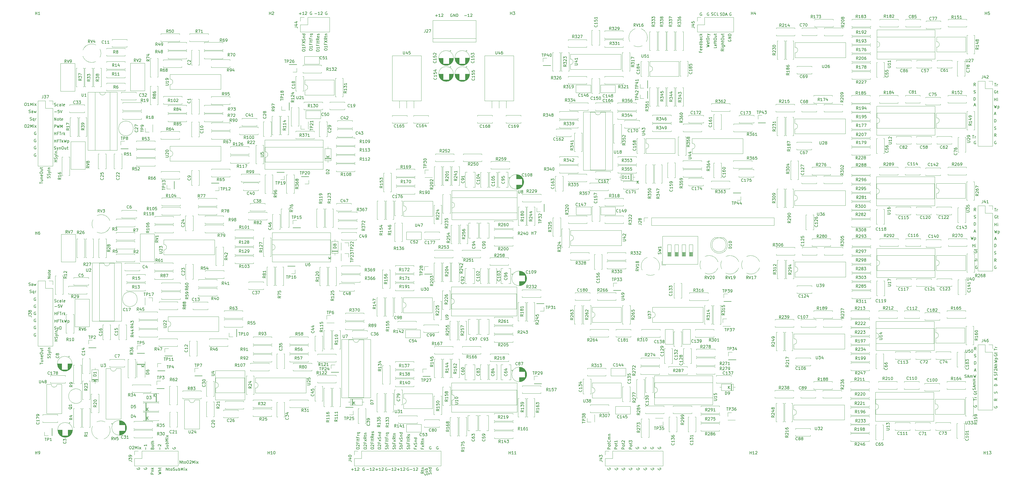
<source format=gbr>
%TF.GenerationSoftware,KiCad,Pcbnew,(5.1.7-0-10_14)*%
%TF.CreationDate,2020-12-06T21:03:30+11:00*%
%TF.ProjectId,Boom-1,426f6f6d-2d31-42e6-9b69-6361645f7063,rev?*%
%TF.SameCoordinates,Original*%
%TF.FileFunction,Legend,Top*%
%TF.FilePolarity,Positive*%
%FSLAX46Y46*%
G04 Gerber Fmt 4.6, Leading zero omitted, Abs format (unit mm)*
G04 Created by KiCad (PCBNEW (5.1.7-0-10_14)) date 2020-12-06 21:03:30*
%MOMM*%
%LPD*%
G01*
G04 APERTURE LIST*
%ADD10C,0.150000*%
%ADD11C,0.120000*%
G04 APERTURE END LIST*
D10*
X365335833Y-66666666D02*
X365812023Y-66666666D01*
X365240595Y-66952380D02*
X365573928Y-65952380D01*
X365907261Y-66952380D01*
X365240595Y-64952380D02*
X365240595Y-63952380D01*
X365478690Y-63952380D01*
X365621547Y-64000000D01*
X365716785Y-64095238D01*
X365764404Y-64190476D01*
X365812023Y-64380952D01*
X365812023Y-64523809D01*
X365764404Y-64714285D01*
X365716785Y-64809523D01*
X365621547Y-64904761D01*
X365478690Y-64952380D01*
X365240595Y-64952380D01*
X365240595Y-62404761D02*
X365383452Y-62452380D01*
X365621547Y-62452380D01*
X365716785Y-62404761D01*
X365764404Y-62357142D01*
X365812023Y-62261904D01*
X365812023Y-62166666D01*
X365764404Y-62071428D01*
X365716785Y-62023809D01*
X365621547Y-61976190D01*
X365431071Y-61928571D01*
X365335833Y-61880952D01*
X365288214Y-61833333D01*
X365240595Y-61738095D01*
X365240595Y-61642857D01*
X365288214Y-61547619D01*
X365335833Y-61500000D01*
X365431071Y-61452380D01*
X365669166Y-61452380D01*
X365812023Y-61500000D01*
X365812023Y-59852380D02*
X365478690Y-59376190D01*
X365240595Y-59852380D02*
X365240595Y-58852380D01*
X365621547Y-58852380D01*
X365716785Y-58900000D01*
X365764404Y-58947619D01*
X365812023Y-59042857D01*
X365812023Y-59185714D01*
X365764404Y-59280952D01*
X365716785Y-59328571D01*
X365621547Y-59376190D01*
X365240595Y-59376190D01*
X364716785Y-77352380D02*
X365288214Y-77352380D01*
X365002500Y-78352380D02*
X365002500Y-77352380D01*
X365621547Y-78352380D02*
X365621547Y-77685714D01*
X365621547Y-77876190D02*
X365669166Y-77780952D01*
X365716785Y-77733333D01*
X365812023Y-77685714D01*
X365907261Y-77685714D01*
X365859404Y-79400000D02*
X365764166Y-79352380D01*
X365621309Y-79352380D01*
X365478452Y-79400000D01*
X365383214Y-79495238D01*
X365335595Y-79590476D01*
X365287976Y-79780952D01*
X365287976Y-79923809D01*
X365335595Y-80114285D01*
X365383214Y-80209523D01*
X365478452Y-80304761D01*
X365621309Y-80352380D01*
X365716547Y-80352380D01*
X365859404Y-80304761D01*
X365907023Y-80257142D01*
X365907023Y-79923809D01*
X365716547Y-79923809D01*
X373059404Y-79400000D02*
X372964166Y-79352380D01*
X372821309Y-79352380D01*
X372678452Y-79400000D01*
X372583214Y-79495238D01*
X372535595Y-79590476D01*
X372487976Y-79780952D01*
X372487976Y-79923809D01*
X372535595Y-80114285D01*
X372583214Y-80209523D01*
X372678452Y-80304761D01*
X372821309Y-80352380D01*
X372916547Y-80352380D01*
X373059404Y-80304761D01*
X373107023Y-80257142D01*
X373107023Y-79923809D01*
X372916547Y-79923809D01*
X373107023Y-77752380D02*
X372773690Y-77276190D01*
X372535595Y-77752380D02*
X372535595Y-76752380D01*
X372916547Y-76752380D01*
X373011785Y-76800000D01*
X373059404Y-76847619D01*
X373107023Y-76942857D01*
X373107023Y-77085714D01*
X373059404Y-77180952D01*
X373011785Y-77228571D01*
X372916547Y-77276190D01*
X372535595Y-77276190D01*
X372487976Y-75204761D02*
X372630833Y-75252380D01*
X372868928Y-75252380D01*
X372964166Y-75204761D01*
X373011785Y-75157142D01*
X373059404Y-75061904D01*
X373059404Y-74966666D01*
X373011785Y-74871428D01*
X372964166Y-74823809D01*
X372868928Y-74776190D01*
X372678452Y-74728571D01*
X372583214Y-74680952D01*
X372535595Y-74633333D01*
X372487976Y-74538095D01*
X372487976Y-74442857D01*
X372535595Y-74347619D01*
X372583214Y-74300000D01*
X372678452Y-74252380D01*
X372916547Y-74252380D01*
X373059404Y-74300000D01*
X372535595Y-72652380D02*
X372535595Y-71652380D01*
X372773690Y-71652380D01*
X372916547Y-71700000D01*
X373011785Y-71795238D01*
X373059404Y-71890476D01*
X373107023Y-72080952D01*
X373107023Y-72223809D01*
X373059404Y-72414285D01*
X373011785Y-72509523D01*
X372916547Y-72604761D01*
X372773690Y-72652380D01*
X372535595Y-72652380D01*
X372487976Y-69766666D02*
X372964166Y-69766666D01*
X372392738Y-70052380D02*
X372726071Y-69052380D01*
X373059404Y-70052380D01*
X372440357Y-66652380D02*
X372678452Y-67652380D01*
X372868928Y-66938095D01*
X373059404Y-67652380D01*
X373297500Y-66652380D01*
X373678452Y-66985714D02*
X373678452Y-67985714D01*
X373678452Y-67033333D02*
X373773690Y-66985714D01*
X373964166Y-66985714D01*
X374059404Y-67033333D01*
X374107023Y-67080952D01*
X374154642Y-67176190D01*
X374154642Y-67461904D01*
X374107023Y-67557142D01*
X374059404Y-67604761D01*
X373964166Y-67652380D01*
X373773690Y-67652380D01*
X373678452Y-67604761D01*
X372535595Y-65152380D02*
X372535595Y-64152380D01*
X372535595Y-64628571D02*
X373107023Y-64628571D01*
X373107023Y-65152380D02*
X373107023Y-64152380D01*
X373583214Y-65152380D02*
X373583214Y-64485714D01*
X373583214Y-64152380D02*
X373535595Y-64200000D01*
X373583214Y-64247619D01*
X373630833Y-64200000D01*
X373583214Y-64152380D01*
X373583214Y-64247619D01*
X373059404Y-61500000D02*
X372964166Y-61452380D01*
X372821309Y-61452380D01*
X372678452Y-61500000D01*
X372583214Y-61595238D01*
X372535595Y-61690476D01*
X372487976Y-61880952D01*
X372487976Y-62023809D01*
X372535595Y-62214285D01*
X372583214Y-62309523D01*
X372678452Y-62404761D01*
X372821309Y-62452380D01*
X372916547Y-62452380D01*
X373059404Y-62404761D01*
X373107023Y-62357142D01*
X373107023Y-62023809D01*
X372916547Y-62023809D01*
X373392738Y-61785714D02*
X373773690Y-61785714D01*
X373535595Y-61452380D02*
X373535595Y-62309523D01*
X373583214Y-62404761D01*
X373678452Y-62452380D01*
X373773690Y-62452380D01*
X372492738Y-58952380D02*
X373064166Y-58952380D01*
X372778452Y-59952380D02*
X372778452Y-58952380D01*
X373397500Y-59952380D02*
X373397500Y-59285714D01*
X373397500Y-59476190D02*
X373445119Y-59380952D01*
X373492738Y-59333333D01*
X373587976Y-59285714D01*
X373683214Y-59285714D01*
X365661904Y-121726071D02*
X365661904Y-121268928D01*
X366461904Y-121497500D02*
X365661904Y-121497500D01*
X366461904Y-121002261D02*
X365928571Y-121002261D01*
X366080952Y-121002261D02*
X366004761Y-120964166D01*
X365966666Y-120926071D01*
X365928571Y-120849880D01*
X365928571Y-120773690D01*
X366359404Y-123400000D02*
X366264166Y-123352380D01*
X366121309Y-123352380D01*
X365978452Y-123400000D01*
X365883214Y-123495238D01*
X365835595Y-123590476D01*
X365787976Y-123780952D01*
X365787976Y-123923809D01*
X365835595Y-124114285D01*
X365883214Y-124209523D01*
X365978452Y-124304761D01*
X366121309Y-124352380D01*
X366216547Y-124352380D01*
X366359404Y-124304761D01*
X366407023Y-124257142D01*
X366407023Y-123923809D01*
X366216547Y-123923809D01*
X365400000Y-118207023D02*
X365352380Y-118302261D01*
X365352380Y-118445119D01*
X365400000Y-118587976D01*
X365495238Y-118683214D01*
X365590476Y-118730833D01*
X365780952Y-118778452D01*
X365923809Y-118778452D01*
X366114285Y-118730833D01*
X366209523Y-118683214D01*
X366304761Y-118587976D01*
X366352380Y-118445119D01*
X366352380Y-118349880D01*
X366304761Y-118207023D01*
X366257142Y-118159404D01*
X365923809Y-118159404D01*
X365923809Y-118349880D01*
X365685714Y-117873690D02*
X365685714Y-117492738D01*
X365352380Y-117730833D02*
X366209523Y-117730833D01*
X366304761Y-117683214D01*
X366352380Y-117587976D01*
X366352380Y-117492738D01*
X364816785Y-116652380D02*
X364816785Y-115652380D01*
X364816785Y-116128571D02*
X365388214Y-116128571D01*
X365388214Y-116652380D02*
X365388214Y-115652380D01*
X365864404Y-116652380D02*
X365864404Y-115985714D01*
X365864404Y-115652380D02*
X365816785Y-115700000D01*
X365864404Y-115747619D01*
X365912023Y-115700000D01*
X365864404Y-115652380D01*
X365864404Y-115747619D01*
X364197738Y-113052380D02*
X364435833Y-114052380D01*
X364626309Y-113338095D01*
X364816785Y-114052380D01*
X365054880Y-113052380D01*
X365435833Y-113385714D02*
X365435833Y-114385714D01*
X365435833Y-113433333D02*
X365531071Y-113385714D01*
X365721547Y-113385714D01*
X365816785Y-113433333D01*
X365864404Y-113480952D01*
X365912023Y-113576190D01*
X365912023Y-113861904D01*
X365864404Y-113957142D01*
X365816785Y-114004761D01*
X365721547Y-114052380D01*
X365531071Y-114052380D01*
X365435833Y-114004761D01*
X365335833Y-111266666D02*
X365812023Y-111266666D01*
X365240595Y-111552380D02*
X365573928Y-110552380D01*
X365907261Y-111552380D01*
X365340595Y-109052380D02*
X365340595Y-108052380D01*
X365578690Y-108052380D01*
X365721547Y-108100000D01*
X365816785Y-108195238D01*
X365864404Y-108290476D01*
X365912023Y-108480952D01*
X365912023Y-108623809D01*
X365864404Y-108814285D01*
X365816785Y-108909523D01*
X365721547Y-109004761D01*
X365578690Y-109052380D01*
X365340595Y-109052380D01*
X365340595Y-106504761D02*
X365483452Y-106552380D01*
X365721547Y-106552380D01*
X365816785Y-106504761D01*
X365864404Y-106457142D01*
X365912023Y-106361904D01*
X365912023Y-106266666D01*
X365864404Y-106171428D01*
X365816785Y-106123809D01*
X365721547Y-106076190D01*
X365531071Y-106028571D01*
X365435833Y-105980952D01*
X365388214Y-105933333D01*
X365340595Y-105838095D01*
X365340595Y-105742857D01*
X365388214Y-105647619D01*
X365435833Y-105600000D01*
X365531071Y-105552380D01*
X365769166Y-105552380D01*
X365912023Y-105600000D01*
X365912023Y-103952380D02*
X365578690Y-103476190D01*
X365340595Y-103952380D02*
X365340595Y-102952380D01*
X365721547Y-102952380D01*
X365816785Y-103000000D01*
X365864404Y-103047619D01*
X365912023Y-103142857D01*
X365912023Y-103285714D01*
X365864404Y-103380952D01*
X365816785Y-103428571D01*
X365721547Y-103476190D01*
X365340595Y-103476190D01*
X372492738Y-103052380D02*
X373064166Y-103052380D01*
X372778452Y-104052380D02*
X372778452Y-103052380D01*
X373397500Y-104052380D02*
X373397500Y-103385714D01*
X373397500Y-103576190D02*
X373445119Y-103480952D01*
X373492738Y-103433333D01*
X373587976Y-103385714D01*
X373683214Y-103385714D01*
X373159404Y-105600000D02*
X373064166Y-105552380D01*
X372921309Y-105552380D01*
X372778452Y-105600000D01*
X372683214Y-105695238D01*
X372635595Y-105790476D01*
X372587976Y-105980952D01*
X372587976Y-106123809D01*
X372635595Y-106314285D01*
X372683214Y-106409523D01*
X372778452Y-106504761D01*
X372921309Y-106552380D01*
X373016547Y-106552380D01*
X373159404Y-106504761D01*
X373207023Y-106457142D01*
X373207023Y-106123809D01*
X373016547Y-106123809D01*
X373492738Y-105885714D02*
X373873690Y-105885714D01*
X373635595Y-105552380D02*
X373635595Y-106409523D01*
X373683214Y-106504761D01*
X373778452Y-106552380D01*
X373873690Y-106552380D01*
X372635595Y-109252380D02*
X372635595Y-108252380D01*
X372635595Y-108728571D02*
X373207023Y-108728571D01*
X373207023Y-109252380D02*
X373207023Y-108252380D01*
X373683214Y-109252380D02*
X373683214Y-108585714D01*
X373683214Y-108252380D02*
X373635595Y-108300000D01*
X373683214Y-108347619D01*
X373730833Y-108300000D01*
X373683214Y-108252380D01*
X373683214Y-108347619D01*
X372540357Y-110752380D02*
X372778452Y-111752380D01*
X372968928Y-111038095D01*
X373159404Y-111752380D01*
X373397500Y-110752380D01*
X373778452Y-111085714D02*
X373778452Y-112085714D01*
X373778452Y-111133333D02*
X373873690Y-111085714D01*
X374064166Y-111085714D01*
X374159404Y-111133333D01*
X374207023Y-111180952D01*
X374254642Y-111276190D01*
X374254642Y-111561904D01*
X374207023Y-111657142D01*
X374159404Y-111704761D01*
X374064166Y-111752380D01*
X373873690Y-111752380D01*
X373778452Y-111704761D01*
X372587976Y-113866666D02*
X373064166Y-113866666D01*
X372492738Y-114152380D02*
X372826071Y-113152380D01*
X373159404Y-114152380D01*
X372535595Y-116652380D02*
X372535595Y-115652380D01*
X372773690Y-115652380D01*
X372916547Y-115700000D01*
X373011785Y-115795238D01*
X373059404Y-115890476D01*
X373107023Y-116080952D01*
X373107023Y-116223809D01*
X373059404Y-116414285D01*
X373011785Y-116509523D01*
X372916547Y-116604761D01*
X372773690Y-116652380D01*
X372535595Y-116652380D01*
X372487976Y-119204761D02*
X372630833Y-119252380D01*
X372868928Y-119252380D01*
X372964166Y-119204761D01*
X373011785Y-119157142D01*
X373059404Y-119061904D01*
X373059404Y-118966666D01*
X373011785Y-118871428D01*
X372964166Y-118823809D01*
X372868928Y-118776190D01*
X372678452Y-118728571D01*
X372583214Y-118680952D01*
X372535595Y-118633333D01*
X372487976Y-118538095D01*
X372487976Y-118442857D01*
X372535595Y-118347619D01*
X372583214Y-118300000D01*
X372678452Y-118252380D01*
X372916547Y-118252380D01*
X373059404Y-118300000D01*
X373107023Y-121852380D02*
X372773690Y-121376190D01*
X372535595Y-121852380D02*
X372535595Y-120852380D01*
X372916547Y-120852380D01*
X373011785Y-120900000D01*
X373059404Y-120947619D01*
X373107023Y-121042857D01*
X373107023Y-121185714D01*
X373059404Y-121280952D01*
X373011785Y-121328571D01*
X372916547Y-121376190D01*
X372535595Y-121376190D01*
X373059404Y-123400000D02*
X372964166Y-123352380D01*
X372821309Y-123352380D01*
X372678452Y-123400000D01*
X372583214Y-123495238D01*
X372535595Y-123590476D01*
X372487976Y-123780952D01*
X372487976Y-123923809D01*
X372535595Y-124114285D01*
X372583214Y-124209523D01*
X372678452Y-124304761D01*
X372821309Y-124352380D01*
X372916547Y-124352380D01*
X373059404Y-124304761D01*
X373107023Y-124257142D01*
X373107023Y-123923809D01*
X372916547Y-123923809D01*
X372452380Y-153095238D02*
X372452380Y-152523809D01*
X373452380Y-152809523D02*
X372452380Y-152809523D01*
X373452380Y-152190476D02*
X372785714Y-152190476D01*
X372976190Y-152190476D02*
X372880952Y-152142857D01*
X372833333Y-152095238D01*
X372785714Y-152000000D01*
X372785714Y-151904761D01*
X372500000Y-154623809D02*
X372452380Y-154719047D01*
X372452380Y-154861904D01*
X372500000Y-155004761D01*
X372595238Y-155100000D01*
X372690476Y-155147619D01*
X372880952Y-155195238D01*
X373023809Y-155195238D01*
X373214285Y-155147619D01*
X373309523Y-155100000D01*
X373404761Y-155004761D01*
X373452380Y-154861904D01*
X373452380Y-154766666D01*
X373404761Y-154623809D01*
X373357142Y-154576190D01*
X373023809Y-154576190D01*
X373023809Y-154766666D01*
X372785714Y-154290476D02*
X372785714Y-153909523D01*
X372452380Y-154147619D02*
X373309523Y-154147619D01*
X373404761Y-154100000D01*
X373452380Y-154004761D01*
X373452380Y-153909523D01*
X372452380Y-157480952D02*
X373452380Y-157242857D01*
X372738095Y-157052380D01*
X373452380Y-156861904D01*
X372452380Y-156623809D01*
X372785714Y-156242857D02*
X373785714Y-156242857D01*
X372833333Y-156242857D02*
X372785714Y-156147619D01*
X372785714Y-155957142D01*
X372833333Y-155861904D01*
X372880952Y-155814285D01*
X372976190Y-155766666D01*
X373261904Y-155766666D01*
X373357142Y-155814285D01*
X373404761Y-155861904D01*
X373452380Y-155957142D01*
X373452380Y-156147619D01*
X373404761Y-156242857D01*
X373404761Y-162071428D02*
X373452380Y-161928571D01*
X373452380Y-161690476D01*
X373404761Y-161595238D01*
X373357142Y-161547619D01*
X373261904Y-161500000D01*
X373166666Y-161500000D01*
X373071428Y-161547619D01*
X373023809Y-161595238D01*
X372976190Y-161690476D01*
X372928571Y-161880952D01*
X372880952Y-161976190D01*
X372833333Y-162023809D01*
X372738095Y-162071428D01*
X372642857Y-162071428D01*
X372547619Y-162023809D01*
X372500000Y-161976190D01*
X372452380Y-161880952D01*
X372452380Y-161642857D01*
X372500000Y-161500000D01*
X372928571Y-160738095D02*
X372928571Y-161071428D01*
X373452380Y-161071428D02*
X372452380Y-161071428D01*
X372452380Y-160595238D01*
X372547619Y-160261904D02*
X372500000Y-160214285D01*
X372452380Y-160119047D01*
X372452380Y-159880952D01*
X372500000Y-159785714D01*
X372547619Y-159738095D01*
X372642857Y-159690476D01*
X372738095Y-159690476D01*
X372880952Y-159738095D01*
X373452380Y-160309523D01*
X373452380Y-159690476D01*
X373166666Y-159309523D02*
X373166666Y-158833333D01*
X373452380Y-159404761D02*
X372452380Y-159071428D01*
X373452380Y-158738095D01*
X373452380Y-158404761D02*
X372452380Y-158404761D01*
X373452380Y-157976190D02*
X372928571Y-157976190D01*
X372833333Y-158023809D01*
X372785714Y-158119047D01*
X372785714Y-158261904D01*
X372833333Y-158357142D01*
X372880952Y-158404761D01*
X373166666Y-163512023D02*
X373166666Y-163035833D01*
X373452380Y-163607261D02*
X372452380Y-163273928D01*
X373452380Y-162940595D01*
X373452380Y-165664404D02*
X372452380Y-165664404D01*
X372452380Y-165426309D01*
X372500000Y-165283452D01*
X372595238Y-165188214D01*
X372690476Y-165140595D01*
X372880952Y-165092976D01*
X373023809Y-165092976D01*
X373214285Y-165140595D01*
X373309523Y-165188214D01*
X373404761Y-165283452D01*
X373452380Y-165426309D01*
X373452380Y-165664404D01*
X373404761Y-168312023D02*
X373452380Y-168169166D01*
X373452380Y-167931071D01*
X373404761Y-167835833D01*
X373357142Y-167788214D01*
X373261904Y-167740595D01*
X373166666Y-167740595D01*
X373071428Y-167788214D01*
X373023809Y-167835833D01*
X372976190Y-167931071D01*
X372928571Y-168121547D01*
X372880952Y-168216785D01*
X372833333Y-168264404D01*
X372738095Y-168312023D01*
X372642857Y-168312023D01*
X372547619Y-168264404D01*
X372500000Y-168216785D01*
X372452380Y-168121547D01*
X372452380Y-167883452D01*
X372500000Y-167740595D01*
X373452380Y-170292976D02*
X372976190Y-170626309D01*
X373452380Y-170864404D02*
X372452380Y-170864404D01*
X372452380Y-170483452D01*
X372500000Y-170388214D01*
X372547619Y-170340595D01*
X372642857Y-170292976D01*
X372785714Y-170292976D01*
X372880952Y-170340595D01*
X372928571Y-170388214D01*
X372976190Y-170483452D01*
X372976190Y-170864404D01*
X372500000Y-172940595D02*
X372452380Y-173035833D01*
X372452380Y-173178690D01*
X372500000Y-173321547D01*
X372595238Y-173416785D01*
X372690476Y-173464404D01*
X372880952Y-173512023D01*
X373023809Y-173512023D01*
X373214285Y-173464404D01*
X373309523Y-173416785D01*
X373404761Y-173321547D01*
X373452380Y-173178690D01*
X373452380Y-173083452D01*
X373404761Y-172940595D01*
X373357142Y-172892976D01*
X373023809Y-172892976D01*
X373023809Y-173083452D01*
X365300000Y-172638095D02*
X365252380Y-172733333D01*
X365252380Y-172876190D01*
X365300000Y-173019047D01*
X365395238Y-173114285D01*
X365490476Y-173161904D01*
X365680952Y-173209523D01*
X365823809Y-173209523D01*
X366014285Y-173161904D01*
X366109523Y-173114285D01*
X366204761Y-173019047D01*
X366252380Y-172876190D01*
X366252380Y-172780952D01*
X366204761Y-172638095D01*
X366157142Y-172590476D01*
X365823809Y-172590476D01*
X365823809Y-172780952D01*
X365252380Y-170795238D02*
X365252380Y-170223809D01*
X366252380Y-170509523D02*
X365252380Y-170509523D01*
X366252380Y-169890476D02*
X365585714Y-169890476D01*
X365776190Y-169890476D02*
X365680952Y-169842857D01*
X365633333Y-169795238D01*
X365585714Y-169700000D01*
X365585714Y-169604761D01*
X365300000Y-168223809D02*
X365252380Y-168319047D01*
X365252380Y-168461904D01*
X365300000Y-168604761D01*
X365395238Y-168700000D01*
X365490476Y-168747619D01*
X365680952Y-168795238D01*
X365823809Y-168795238D01*
X366014285Y-168747619D01*
X366109523Y-168700000D01*
X366204761Y-168604761D01*
X366252380Y-168461904D01*
X366252380Y-168366666D01*
X366204761Y-168223809D01*
X366157142Y-168176190D01*
X365823809Y-168176190D01*
X365823809Y-168366666D01*
X365585714Y-167890476D02*
X365585714Y-167509523D01*
X365252380Y-167747619D02*
X366109523Y-167747619D01*
X366204761Y-167700000D01*
X366252380Y-167604761D01*
X366252380Y-167509523D01*
X365804761Y-167104761D02*
X365852380Y-166961904D01*
X365852380Y-166723809D01*
X365804761Y-166628571D01*
X365757142Y-166580952D01*
X365661904Y-166533333D01*
X365566666Y-166533333D01*
X365471428Y-166580952D01*
X365423809Y-166628571D01*
X365376190Y-166723809D01*
X365328571Y-166914285D01*
X365280952Y-167009523D01*
X365233333Y-167057142D01*
X365138095Y-167104761D01*
X365042857Y-167104761D01*
X364947619Y-167057142D01*
X364900000Y-167009523D01*
X364852380Y-166914285D01*
X364852380Y-166676190D01*
X364900000Y-166533333D01*
X365566666Y-166152380D02*
X365566666Y-165676190D01*
X365852380Y-166247619D02*
X364852380Y-165914285D01*
X365852380Y-165580952D01*
X365852380Y-165247619D02*
X365185714Y-165247619D01*
X365280952Y-165247619D02*
X365233333Y-165200000D01*
X365185714Y-165104761D01*
X365185714Y-164961904D01*
X365233333Y-164866666D01*
X365328571Y-164819047D01*
X365852380Y-164819047D01*
X365328571Y-164819047D02*
X365233333Y-164771428D01*
X365185714Y-164676190D01*
X365185714Y-164533333D01*
X365233333Y-164438095D01*
X365328571Y-164390476D01*
X365852380Y-164390476D01*
X365852380Y-163914285D02*
X364852380Y-163914285D01*
X365328571Y-163914285D02*
X365328571Y-163342857D01*
X365852380Y-163342857D02*
X364852380Y-163342857D01*
X362047619Y-162704761D02*
X362190476Y-162752380D01*
X362428571Y-162752380D01*
X362523809Y-162704761D01*
X362571428Y-162657142D01*
X362619047Y-162561904D01*
X362619047Y-162466666D01*
X362571428Y-162371428D01*
X362523809Y-162323809D01*
X362428571Y-162276190D01*
X362238095Y-162228571D01*
X362142857Y-162180952D01*
X362095238Y-162133333D01*
X362047619Y-162038095D01*
X362047619Y-161942857D01*
X362095238Y-161847619D01*
X362142857Y-161800000D01*
X362238095Y-161752380D01*
X362476190Y-161752380D01*
X362619047Y-161800000D01*
X363000000Y-162466666D02*
X363476190Y-162466666D01*
X362904761Y-162752380D02*
X363238095Y-161752380D01*
X363571428Y-162752380D01*
X363904761Y-162752380D02*
X363904761Y-162085714D01*
X363904761Y-162180952D02*
X363952380Y-162133333D01*
X364047619Y-162085714D01*
X364190476Y-162085714D01*
X364285714Y-162133333D01*
X364333333Y-162228571D01*
X364333333Y-162752380D01*
X364333333Y-162228571D02*
X364380952Y-162133333D01*
X364476190Y-162085714D01*
X364619047Y-162085714D01*
X364714285Y-162133333D01*
X364761904Y-162228571D01*
X364761904Y-162752380D01*
X365142857Y-161752380D02*
X365380952Y-162752380D01*
X365571428Y-162038095D01*
X365761904Y-162752380D01*
X366000000Y-161752380D01*
X365461904Y-160266666D02*
X365938095Y-160266666D01*
X365366666Y-160552380D02*
X365700000Y-159552380D01*
X366033333Y-160552380D01*
X365438095Y-158052380D02*
X365438095Y-157052380D01*
X365676190Y-157052380D01*
X365819047Y-157100000D01*
X365914285Y-157195238D01*
X365961904Y-157290476D01*
X366009523Y-157480952D01*
X366009523Y-157623809D01*
X365961904Y-157814285D01*
X365914285Y-157909523D01*
X365819047Y-158004761D01*
X365676190Y-158052380D01*
X365438095Y-158052380D01*
X365414285Y-155504761D02*
X365557142Y-155552380D01*
X365795238Y-155552380D01*
X365890476Y-155504761D01*
X365938095Y-155457142D01*
X365985714Y-155361904D01*
X365985714Y-155266666D01*
X365938095Y-155171428D01*
X365890476Y-155123809D01*
X365795238Y-155076190D01*
X365604761Y-155028571D01*
X365509523Y-154980952D01*
X365461904Y-154933333D01*
X365414285Y-154838095D01*
X365414285Y-154742857D01*
X365461904Y-154647619D01*
X365509523Y-154600000D01*
X365604761Y-154552380D01*
X365842857Y-154552380D01*
X365985714Y-154600000D01*
X366009523Y-153052380D02*
X365676190Y-152576190D01*
X365438095Y-153052380D02*
X365438095Y-152052380D01*
X365819047Y-152052380D01*
X365914285Y-152100000D01*
X365961904Y-152147619D01*
X366009523Y-152242857D01*
X366009523Y-152385714D01*
X365961904Y-152480952D01*
X365914285Y-152528571D01*
X365819047Y-152576190D01*
X365438095Y-152576190D01*
X241200000Y-194735595D02*
X241152380Y-194830833D01*
X241152380Y-194973690D01*
X241200000Y-195116547D01*
X241295238Y-195211785D01*
X241390476Y-195259404D01*
X241580952Y-195307023D01*
X241723809Y-195307023D01*
X241914285Y-195259404D01*
X242009523Y-195211785D01*
X242104761Y-195116547D01*
X242152380Y-194973690D01*
X242152380Y-194878452D01*
X242104761Y-194735595D01*
X242057142Y-194687976D01*
X241723809Y-194687976D01*
X241723809Y-194878452D01*
X243700000Y-194735595D02*
X243652380Y-194830833D01*
X243652380Y-194973690D01*
X243700000Y-195116547D01*
X243795238Y-195211785D01*
X243890476Y-195259404D01*
X244080952Y-195307023D01*
X244223809Y-195307023D01*
X244414285Y-195259404D01*
X244509523Y-195211785D01*
X244604761Y-195116547D01*
X244652380Y-194973690D01*
X244652380Y-194878452D01*
X244604761Y-194735595D01*
X244557142Y-194687976D01*
X244223809Y-194687976D01*
X244223809Y-194878452D01*
X236100000Y-194735595D02*
X236052380Y-194830833D01*
X236052380Y-194973690D01*
X236100000Y-195116547D01*
X236195238Y-195211785D01*
X236290476Y-195259404D01*
X236480952Y-195307023D01*
X236623809Y-195307023D01*
X236814285Y-195259404D01*
X236909523Y-195211785D01*
X237004761Y-195116547D01*
X237052380Y-194973690D01*
X237052380Y-194878452D01*
X237004761Y-194735595D01*
X236957142Y-194687976D01*
X236623809Y-194687976D01*
X236623809Y-194878452D01*
X238700000Y-194735595D02*
X238652380Y-194830833D01*
X238652380Y-194973690D01*
X238700000Y-195116547D01*
X238795238Y-195211785D01*
X238890476Y-195259404D01*
X239080952Y-195307023D01*
X239223809Y-195307023D01*
X239414285Y-195259404D01*
X239509523Y-195211785D01*
X239604761Y-195116547D01*
X239652380Y-194973690D01*
X239652380Y-194878452D01*
X239604761Y-194735595D01*
X239557142Y-194687976D01*
X239223809Y-194687976D01*
X239223809Y-194878452D01*
X246300000Y-194735595D02*
X246252380Y-194830833D01*
X246252380Y-194973690D01*
X246300000Y-195116547D01*
X246395238Y-195211785D01*
X246490476Y-195259404D01*
X246680952Y-195307023D01*
X246823809Y-195307023D01*
X247014285Y-195259404D01*
X247109523Y-195211785D01*
X247204761Y-195116547D01*
X247252380Y-194973690D01*
X247252380Y-194878452D01*
X247204761Y-194735595D01*
X247157142Y-194687976D01*
X246823809Y-194687976D01*
X246823809Y-194878452D01*
X248900000Y-194735595D02*
X248852380Y-194830833D01*
X248852380Y-194973690D01*
X248900000Y-195116547D01*
X248995238Y-195211785D01*
X249090476Y-195259404D01*
X249280952Y-195307023D01*
X249423809Y-195307023D01*
X249614285Y-195259404D01*
X249709523Y-195211785D01*
X249804761Y-195116547D01*
X249852380Y-194973690D01*
X249852380Y-194878452D01*
X249804761Y-194735595D01*
X249757142Y-194687976D01*
X249423809Y-194687976D01*
X249423809Y-194878452D01*
X251400000Y-194735595D02*
X251352380Y-194830833D01*
X251352380Y-194973690D01*
X251400000Y-195116547D01*
X251495238Y-195211785D01*
X251590476Y-195259404D01*
X251780952Y-195307023D01*
X251923809Y-195307023D01*
X252114285Y-195259404D01*
X252209523Y-195211785D01*
X252304761Y-195116547D01*
X252352380Y-194973690D01*
X252352380Y-194878452D01*
X252304761Y-194735595D01*
X252257142Y-194687976D01*
X251923809Y-194687976D01*
X251923809Y-194878452D01*
X253900000Y-194735595D02*
X253852380Y-194830833D01*
X253852380Y-194973690D01*
X253900000Y-195116547D01*
X253995238Y-195211785D01*
X254090476Y-195259404D01*
X254280952Y-195307023D01*
X254423809Y-195307023D01*
X254614285Y-195259404D01*
X254709523Y-195211785D01*
X254804761Y-195116547D01*
X254852380Y-194973690D01*
X254852380Y-194878452D01*
X254804761Y-194735595D01*
X254757142Y-194687976D01*
X254423809Y-194687976D01*
X254423809Y-194878452D01*
X253900000Y-187340595D02*
X253852380Y-187435833D01*
X253852380Y-187578690D01*
X253900000Y-187721547D01*
X253995238Y-187816785D01*
X254090476Y-187864404D01*
X254280952Y-187912023D01*
X254423809Y-187912023D01*
X254614285Y-187864404D01*
X254709523Y-187816785D01*
X254804761Y-187721547D01*
X254852380Y-187578690D01*
X254852380Y-187483452D01*
X254804761Y-187340595D01*
X254757142Y-187292976D01*
X254423809Y-187292976D01*
X254423809Y-187483452D01*
X251300000Y-187340595D02*
X251252380Y-187435833D01*
X251252380Y-187578690D01*
X251300000Y-187721547D01*
X251395238Y-187816785D01*
X251490476Y-187864404D01*
X251680952Y-187912023D01*
X251823809Y-187912023D01*
X252014285Y-187864404D01*
X252109523Y-187816785D01*
X252204761Y-187721547D01*
X252252380Y-187578690D01*
X252252380Y-187483452D01*
X252204761Y-187340595D01*
X252157142Y-187292976D01*
X251823809Y-187292976D01*
X251823809Y-187483452D01*
X248700000Y-187340595D02*
X248652380Y-187435833D01*
X248652380Y-187578690D01*
X248700000Y-187721547D01*
X248795238Y-187816785D01*
X248890476Y-187864404D01*
X249080952Y-187912023D01*
X249223809Y-187912023D01*
X249414285Y-187864404D01*
X249509523Y-187816785D01*
X249604761Y-187721547D01*
X249652380Y-187578690D01*
X249652380Y-187483452D01*
X249604761Y-187340595D01*
X249557142Y-187292976D01*
X249223809Y-187292976D01*
X249223809Y-187483452D01*
X246100000Y-187340595D02*
X246052380Y-187435833D01*
X246052380Y-187578690D01*
X246100000Y-187721547D01*
X246195238Y-187816785D01*
X246290476Y-187864404D01*
X246480952Y-187912023D01*
X246623809Y-187912023D01*
X246814285Y-187864404D01*
X246909523Y-187816785D01*
X247004761Y-187721547D01*
X247052380Y-187578690D01*
X247052380Y-187483452D01*
X247004761Y-187340595D01*
X246957142Y-187292976D01*
X246623809Y-187292976D01*
X246623809Y-187483452D01*
X244652380Y-187964404D02*
X243652380Y-187964404D01*
X243652380Y-187583452D01*
X243700000Y-187488214D01*
X243747619Y-187440595D01*
X243842857Y-187392976D01*
X243985714Y-187392976D01*
X244080952Y-187440595D01*
X244128571Y-187488214D01*
X244176190Y-187583452D01*
X244176190Y-187964404D01*
X244652380Y-186821547D02*
X244604761Y-186916785D01*
X244557142Y-186964404D01*
X244461904Y-187012023D01*
X244176190Y-187012023D01*
X244080952Y-186964404D01*
X244033333Y-186916785D01*
X243985714Y-186821547D01*
X243985714Y-186678690D01*
X244033333Y-186583452D01*
X244080952Y-186535833D01*
X244176190Y-186488214D01*
X244461904Y-186488214D01*
X244557142Y-186535833D01*
X244604761Y-186583452D01*
X244652380Y-186678690D01*
X244652380Y-186821547D01*
X243985714Y-186202500D02*
X243985714Y-185821547D01*
X243652380Y-186059642D02*
X244509523Y-186059642D01*
X244604761Y-186012023D01*
X244652380Y-185916785D01*
X244652380Y-185821547D01*
X243652380Y-185583452D02*
X243652380Y-184964404D01*
X244033333Y-185297738D01*
X244033333Y-185154880D01*
X244080952Y-185059642D01*
X244128571Y-185012023D01*
X244223809Y-184964404D01*
X244461904Y-184964404D01*
X244557142Y-185012023D01*
X244604761Y-185059642D01*
X244652380Y-185154880D01*
X244652380Y-185440595D01*
X244604761Y-185535833D01*
X244557142Y-185583452D01*
X242052380Y-187964404D02*
X241052380Y-187964404D01*
X241052380Y-187583452D01*
X241100000Y-187488214D01*
X241147619Y-187440595D01*
X241242857Y-187392976D01*
X241385714Y-187392976D01*
X241480952Y-187440595D01*
X241528571Y-187488214D01*
X241576190Y-187583452D01*
X241576190Y-187964404D01*
X242052380Y-186821547D02*
X242004761Y-186916785D01*
X241957142Y-186964404D01*
X241861904Y-187012023D01*
X241576190Y-187012023D01*
X241480952Y-186964404D01*
X241433333Y-186916785D01*
X241385714Y-186821547D01*
X241385714Y-186678690D01*
X241433333Y-186583452D01*
X241480952Y-186535833D01*
X241576190Y-186488214D01*
X241861904Y-186488214D01*
X241957142Y-186535833D01*
X242004761Y-186583452D01*
X242052380Y-186678690D01*
X242052380Y-186821547D01*
X241385714Y-186202500D02*
X241385714Y-185821547D01*
X241052380Y-186059642D02*
X241909523Y-186059642D01*
X242004761Y-186012023D01*
X242052380Y-185916785D01*
X242052380Y-185821547D01*
X241147619Y-185535833D02*
X241100000Y-185488214D01*
X241052380Y-185392976D01*
X241052380Y-185154880D01*
X241100000Y-185059642D01*
X241147619Y-185012023D01*
X241242857Y-184964404D01*
X241338095Y-184964404D01*
X241480952Y-185012023D01*
X242052380Y-185583452D01*
X242052380Y-184964404D01*
X239452380Y-187964404D02*
X238452380Y-187964404D01*
X238452380Y-187583452D01*
X238500000Y-187488214D01*
X238547619Y-187440595D01*
X238642857Y-187392976D01*
X238785714Y-187392976D01*
X238880952Y-187440595D01*
X238928571Y-187488214D01*
X238976190Y-187583452D01*
X238976190Y-187964404D01*
X239452380Y-186821547D02*
X239404761Y-186916785D01*
X239357142Y-186964404D01*
X239261904Y-187012023D01*
X238976190Y-187012023D01*
X238880952Y-186964404D01*
X238833333Y-186916785D01*
X238785714Y-186821547D01*
X238785714Y-186678690D01*
X238833333Y-186583452D01*
X238880952Y-186535833D01*
X238976190Y-186488214D01*
X239261904Y-186488214D01*
X239357142Y-186535833D01*
X239404761Y-186583452D01*
X239452380Y-186678690D01*
X239452380Y-186821547D01*
X238785714Y-186202500D02*
X238785714Y-185821547D01*
X238452380Y-186059642D02*
X239309523Y-186059642D01*
X239404761Y-186012023D01*
X239452380Y-185916785D01*
X239452380Y-185821547D01*
X239452380Y-184964404D02*
X239452380Y-185535833D01*
X239452380Y-185250119D02*
X238452380Y-185250119D01*
X238595238Y-185345357D01*
X238690476Y-185440595D01*
X238738095Y-185535833D01*
X237052380Y-187964404D02*
X236052380Y-187964404D01*
X236052380Y-187583452D01*
X236100000Y-187488214D01*
X236147619Y-187440595D01*
X236242857Y-187392976D01*
X236385714Y-187392976D01*
X236480952Y-187440595D01*
X236528571Y-187488214D01*
X236576190Y-187583452D01*
X236576190Y-187964404D01*
X237052380Y-186821547D02*
X237004761Y-186916785D01*
X236957142Y-186964404D01*
X236861904Y-187012023D01*
X236576190Y-187012023D01*
X236480952Y-186964404D01*
X236433333Y-186916785D01*
X236385714Y-186821547D01*
X236385714Y-186678690D01*
X236433333Y-186583452D01*
X236480952Y-186535833D01*
X236576190Y-186488214D01*
X236861904Y-186488214D01*
X236957142Y-186535833D01*
X237004761Y-186583452D01*
X237052380Y-186678690D01*
X237052380Y-186821547D01*
X236385714Y-186202500D02*
X236385714Y-185821547D01*
X236052380Y-186059642D02*
X236909523Y-186059642D01*
X237004761Y-186012023D01*
X237052380Y-185916785D01*
X237052380Y-185821547D01*
X236957142Y-184916785D02*
X237004761Y-184964404D01*
X237052380Y-185107261D01*
X237052380Y-185202500D01*
X237004761Y-185345357D01*
X236909523Y-185440595D01*
X236814285Y-185488214D01*
X236623809Y-185535833D01*
X236480952Y-185535833D01*
X236290476Y-185488214D01*
X236195238Y-185440595D01*
X236100000Y-185345357D01*
X236052380Y-185202500D01*
X236052380Y-185107261D01*
X236100000Y-184964404D01*
X236147619Y-184916785D01*
X237052380Y-184488214D02*
X236385714Y-184488214D01*
X236480952Y-184488214D02*
X236433333Y-184440595D01*
X236385714Y-184345357D01*
X236385714Y-184202500D01*
X236433333Y-184107261D01*
X236528571Y-184059642D01*
X237052380Y-184059642D01*
X236528571Y-184059642D02*
X236433333Y-184012023D01*
X236385714Y-183916785D01*
X236385714Y-183773928D01*
X236433333Y-183678690D01*
X236528571Y-183631071D01*
X237052380Y-183631071D01*
X236385714Y-183154880D02*
X237052380Y-183154880D01*
X236480952Y-183154880D02*
X236433333Y-183107261D01*
X236385714Y-183012023D01*
X236385714Y-182869166D01*
X236433333Y-182773928D01*
X236528571Y-182726309D01*
X237052380Y-182726309D01*
X170728571Y-187631071D02*
X170728571Y-187964404D01*
X171252380Y-187964404D02*
X170252380Y-187964404D01*
X170252380Y-187488214D01*
X171252380Y-187202500D02*
X170585714Y-186678690D01*
X170585714Y-187202500D02*
X171252380Y-186678690D01*
X171252380Y-185726309D02*
X170776190Y-186059642D01*
X171252380Y-186297738D02*
X170252380Y-186297738D01*
X170252380Y-185916785D01*
X170300000Y-185821547D01*
X170347619Y-185773928D01*
X170442857Y-185726309D01*
X170585714Y-185726309D01*
X170680952Y-185773928D01*
X170728571Y-185821547D01*
X170776190Y-185916785D01*
X170776190Y-186297738D01*
X170585714Y-185440595D02*
X170585714Y-185059642D01*
X170252380Y-185297738D02*
X171109523Y-185297738D01*
X171204761Y-185250119D01*
X171252380Y-185154880D01*
X171252380Y-185059642D01*
X170585714Y-184726309D02*
X171252380Y-184726309D01*
X170680952Y-184726309D02*
X170633333Y-184678690D01*
X170585714Y-184583452D01*
X170585714Y-184440595D01*
X170633333Y-184345357D01*
X170728571Y-184297738D01*
X171252380Y-184297738D01*
X168228571Y-187631071D02*
X168228571Y-187964404D01*
X168752380Y-187964404D02*
X167752380Y-187964404D01*
X167752380Y-187488214D01*
X168752380Y-187202500D02*
X168085714Y-186678690D01*
X168085714Y-187202500D02*
X168752380Y-186678690D01*
X168704761Y-186345357D02*
X168752380Y-186202500D01*
X168752380Y-185964404D01*
X168704761Y-185869166D01*
X168657142Y-185821547D01*
X168561904Y-185773928D01*
X168466666Y-185773928D01*
X168371428Y-185821547D01*
X168323809Y-185869166D01*
X168276190Y-185964404D01*
X168228571Y-186154880D01*
X168180952Y-186250119D01*
X168133333Y-186297738D01*
X168038095Y-186345357D01*
X167942857Y-186345357D01*
X167847619Y-186297738D01*
X167800000Y-186250119D01*
X167752380Y-186154880D01*
X167752380Y-185916785D01*
X167800000Y-185773928D01*
X168085714Y-185345357D02*
X168752380Y-185345357D01*
X168180952Y-185345357D02*
X168133333Y-185297738D01*
X168085714Y-185202500D01*
X168085714Y-185059642D01*
X168133333Y-184964404D01*
X168228571Y-184916785D01*
X168752380Y-184916785D01*
X168752380Y-184012023D02*
X167752380Y-184012023D01*
X168704761Y-184012023D02*
X168752380Y-184107261D01*
X168752380Y-184297738D01*
X168704761Y-184392976D01*
X168657142Y-184440595D01*
X168561904Y-184488214D01*
X168276190Y-184488214D01*
X168180952Y-184440595D01*
X168133333Y-184392976D01*
X168085714Y-184297738D01*
X168085714Y-184107261D01*
X168133333Y-184012023D01*
X166204761Y-188012023D02*
X166252380Y-187869166D01*
X166252380Y-187631071D01*
X166204761Y-187535833D01*
X166157142Y-187488214D01*
X166061904Y-187440595D01*
X165966666Y-187440595D01*
X165871428Y-187488214D01*
X165823809Y-187535833D01*
X165776190Y-187631071D01*
X165728571Y-187821547D01*
X165680952Y-187916785D01*
X165633333Y-187964404D01*
X165538095Y-188012023D01*
X165442857Y-188012023D01*
X165347619Y-187964404D01*
X165300000Y-187916785D01*
X165252380Y-187821547D01*
X165252380Y-187583452D01*
X165300000Y-187440595D01*
X166252380Y-187012023D02*
X165252380Y-187012023D01*
X165633333Y-187012023D02*
X165585714Y-186916785D01*
X165585714Y-186726309D01*
X165633333Y-186631071D01*
X165680952Y-186583452D01*
X165776190Y-186535833D01*
X166061904Y-186535833D01*
X166157142Y-186583452D01*
X166204761Y-186631071D01*
X166252380Y-186726309D01*
X166252380Y-186916785D01*
X166204761Y-187012023D01*
X165728571Y-185773928D02*
X165728571Y-186107261D01*
X166252380Y-186107261D02*
X165252380Y-186107261D01*
X165252380Y-185631071D01*
X166252380Y-185107261D02*
X166204761Y-185202500D01*
X166109523Y-185250119D01*
X165252380Y-185250119D01*
X165585714Y-184869166D02*
X165585714Y-184488214D01*
X165252380Y-184726309D02*
X166109523Y-184726309D01*
X166204761Y-184678690D01*
X166252380Y-184583452D01*
X166252380Y-184488214D01*
X166252380Y-183583452D02*
X165776190Y-183916785D01*
X166252380Y-184154880D02*
X165252380Y-184154880D01*
X165252380Y-183773928D01*
X165300000Y-183678690D01*
X165347619Y-183631071D01*
X165442857Y-183583452D01*
X165585714Y-183583452D01*
X165680952Y-183631071D01*
X165728571Y-183678690D01*
X165776190Y-183773928D01*
X165776190Y-184154880D01*
X166204761Y-183202500D02*
X166252380Y-183107261D01*
X166252380Y-182916785D01*
X166204761Y-182821547D01*
X166109523Y-182773928D01*
X166061904Y-182773928D01*
X165966666Y-182821547D01*
X165919047Y-182916785D01*
X165919047Y-183059642D01*
X165871428Y-183154880D01*
X165776190Y-183202500D01*
X165728571Y-183202500D01*
X165633333Y-183154880D01*
X165585714Y-183059642D01*
X165585714Y-182916785D01*
X165633333Y-182821547D01*
X163604761Y-188012023D02*
X163652380Y-187869166D01*
X163652380Y-187631071D01*
X163604761Y-187535833D01*
X163557142Y-187488214D01*
X163461904Y-187440595D01*
X163366666Y-187440595D01*
X163271428Y-187488214D01*
X163223809Y-187535833D01*
X163176190Y-187631071D01*
X163128571Y-187821547D01*
X163080952Y-187916785D01*
X163033333Y-187964404D01*
X162938095Y-188012023D01*
X162842857Y-188012023D01*
X162747619Y-187964404D01*
X162700000Y-187916785D01*
X162652380Y-187821547D01*
X162652380Y-187583452D01*
X162700000Y-187440595D01*
X163652380Y-187012023D02*
X162652380Y-187012023D01*
X163033333Y-187012023D02*
X162985714Y-186916785D01*
X162985714Y-186726309D01*
X163033333Y-186631071D01*
X163080952Y-186583452D01*
X163176190Y-186535833D01*
X163461904Y-186535833D01*
X163557142Y-186583452D01*
X163604761Y-186631071D01*
X163652380Y-186726309D01*
X163652380Y-186916785D01*
X163604761Y-187012023D01*
X163128571Y-185773928D02*
X163128571Y-186107261D01*
X163652380Y-186107261D02*
X162652380Y-186107261D01*
X162652380Y-185631071D01*
X163652380Y-185345357D02*
X162985714Y-184821547D01*
X162985714Y-185345357D02*
X163652380Y-184821547D01*
X163604761Y-184488214D02*
X163652380Y-184345357D01*
X163652380Y-184107261D01*
X163604761Y-184012023D01*
X163557142Y-183964404D01*
X163461904Y-183916785D01*
X163366666Y-183916785D01*
X163271428Y-183964404D01*
X163223809Y-184012023D01*
X163176190Y-184107261D01*
X163128571Y-184297738D01*
X163080952Y-184392976D01*
X163033333Y-184440595D01*
X162938095Y-184488214D01*
X162842857Y-184488214D01*
X162747619Y-184440595D01*
X162700000Y-184392976D01*
X162652380Y-184297738D01*
X162652380Y-184059642D01*
X162700000Y-183916785D01*
X162985714Y-183488214D02*
X163652380Y-183488214D01*
X163080952Y-183488214D02*
X163033333Y-183440595D01*
X162985714Y-183345357D01*
X162985714Y-183202500D01*
X163033333Y-183107261D01*
X163128571Y-183059642D01*
X163652380Y-183059642D01*
X163652380Y-182154880D02*
X162652380Y-182154880D01*
X163604761Y-182154880D02*
X163652380Y-182250119D01*
X163652380Y-182440595D01*
X163604761Y-182535833D01*
X163557142Y-182583452D01*
X163461904Y-182631071D01*
X163176190Y-182631071D01*
X163080952Y-182583452D01*
X163033333Y-182535833D01*
X162985714Y-182440595D01*
X162985714Y-182250119D01*
X163033333Y-182154880D01*
X161204761Y-188012023D02*
X161252380Y-187869166D01*
X161252380Y-187631071D01*
X161204761Y-187535833D01*
X161157142Y-187488214D01*
X161061904Y-187440595D01*
X160966666Y-187440595D01*
X160871428Y-187488214D01*
X160823809Y-187535833D01*
X160776190Y-187631071D01*
X160728571Y-187821547D01*
X160680952Y-187916785D01*
X160633333Y-187964404D01*
X160538095Y-188012023D01*
X160442857Y-188012023D01*
X160347619Y-187964404D01*
X160300000Y-187916785D01*
X160252380Y-187821547D01*
X160252380Y-187583452D01*
X160300000Y-187440595D01*
X161252380Y-187012023D02*
X160252380Y-187012023D01*
X160633333Y-187012023D02*
X160585714Y-186916785D01*
X160585714Y-186726309D01*
X160633333Y-186631071D01*
X160680952Y-186583452D01*
X160776190Y-186535833D01*
X161061904Y-186535833D01*
X161157142Y-186583452D01*
X161204761Y-186631071D01*
X161252380Y-186726309D01*
X161252380Y-186916785D01*
X161204761Y-187012023D01*
X160728571Y-185773928D02*
X160728571Y-186107261D01*
X161252380Y-186107261D02*
X160252380Y-186107261D01*
X160252380Y-185631071D01*
X161252380Y-185345357D02*
X160585714Y-184821547D01*
X160585714Y-185345357D02*
X161252380Y-184821547D01*
X161252380Y-183869166D02*
X160776190Y-184202500D01*
X161252380Y-184440595D02*
X160252380Y-184440595D01*
X160252380Y-184059642D01*
X160300000Y-183964404D01*
X160347619Y-183916785D01*
X160442857Y-183869166D01*
X160585714Y-183869166D01*
X160680952Y-183916785D01*
X160728571Y-183964404D01*
X160776190Y-184059642D01*
X160776190Y-184440595D01*
X160585714Y-183583452D02*
X160585714Y-183202500D01*
X160252380Y-183440595D02*
X161109523Y-183440595D01*
X161204761Y-183392976D01*
X161252380Y-183297738D01*
X161252380Y-183202500D01*
X160585714Y-182869166D02*
X161252380Y-182869166D01*
X160680952Y-182869166D02*
X160633333Y-182821547D01*
X160585714Y-182726309D01*
X160585714Y-182583452D01*
X160633333Y-182488214D01*
X160728571Y-182440595D01*
X161252380Y-182440595D01*
X158604761Y-188012023D02*
X158652380Y-187869166D01*
X158652380Y-187631071D01*
X158604761Y-187535833D01*
X158557142Y-187488214D01*
X158461904Y-187440595D01*
X158366666Y-187440595D01*
X158271428Y-187488214D01*
X158223809Y-187535833D01*
X158176190Y-187631071D01*
X158128571Y-187821547D01*
X158080952Y-187916785D01*
X158033333Y-187964404D01*
X157938095Y-188012023D01*
X157842857Y-188012023D01*
X157747619Y-187964404D01*
X157700000Y-187916785D01*
X157652380Y-187821547D01*
X157652380Y-187583452D01*
X157700000Y-187440595D01*
X158652380Y-187012023D02*
X157652380Y-187012023D01*
X158033333Y-187012023D02*
X157985714Y-186916785D01*
X157985714Y-186726309D01*
X158033333Y-186631071D01*
X158080952Y-186583452D01*
X158176190Y-186535833D01*
X158461904Y-186535833D01*
X158557142Y-186583452D01*
X158604761Y-186631071D01*
X158652380Y-186726309D01*
X158652380Y-186916785D01*
X158604761Y-187012023D01*
X158128571Y-185773928D02*
X158128571Y-186107261D01*
X158652380Y-186107261D02*
X157652380Y-186107261D01*
X157652380Y-185631071D01*
X158652380Y-185107261D02*
X158604761Y-185202500D01*
X158509523Y-185250119D01*
X157652380Y-185250119D01*
X157985714Y-184869166D02*
X157985714Y-184488214D01*
X157652380Y-184726309D02*
X158509523Y-184726309D01*
X158604761Y-184678690D01*
X158652380Y-184583452D01*
X158652380Y-184488214D01*
X158128571Y-183821547D02*
X158128571Y-184154880D01*
X158652380Y-184154880D02*
X157652380Y-184154880D01*
X157652380Y-183678690D01*
X158652380Y-183297738D02*
X157985714Y-183297738D01*
X158176190Y-183297738D02*
X158080952Y-183250119D01*
X158033333Y-183202500D01*
X157985714Y-183107261D01*
X157985714Y-183012023D01*
X157985714Y-182250119D02*
X158985714Y-182250119D01*
X158604761Y-182250119D02*
X158652380Y-182345357D01*
X158652380Y-182535833D01*
X158604761Y-182631071D01*
X158557142Y-182678690D01*
X158461904Y-182726309D01*
X158176190Y-182726309D01*
X158080952Y-182678690D01*
X158033333Y-182631071D01*
X157985714Y-182535833D01*
X157985714Y-182345357D01*
X158033333Y-182250119D01*
X155052380Y-187773928D02*
X155052380Y-187583452D01*
X155100000Y-187488214D01*
X155195238Y-187392976D01*
X155385714Y-187345357D01*
X155719047Y-187345357D01*
X155909523Y-187392976D01*
X156004761Y-187488214D01*
X156052380Y-187583452D01*
X156052380Y-187773928D01*
X156004761Y-187869166D01*
X155909523Y-187964404D01*
X155719047Y-188012023D01*
X155385714Y-188012023D01*
X155195238Y-187964404D01*
X155100000Y-187869166D01*
X155052380Y-187773928D01*
X155147619Y-186964404D02*
X155100000Y-186916785D01*
X155052380Y-186821547D01*
X155052380Y-186583452D01*
X155100000Y-186488214D01*
X155147619Y-186440595D01*
X155242857Y-186392976D01*
X155338095Y-186392976D01*
X155480952Y-186440595D01*
X156052380Y-187012023D01*
X156052380Y-186392976D01*
X155528571Y-185631071D02*
X155528571Y-185964404D01*
X156052380Y-185964404D02*
X155052380Y-185964404D01*
X155052380Y-185488214D01*
X156052380Y-185202500D02*
X155385714Y-184678690D01*
X155385714Y-185202500D02*
X156052380Y-184678690D01*
X156004761Y-184345357D02*
X156052380Y-184202500D01*
X156052380Y-183964404D01*
X156004761Y-183869166D01*
X155957142Y-183821547D01*
X155861904Y-183773928D01*
X155766666Y-183773928D01*
X155671428Y-183821547D01*
X155623809Y-183869166D01*
X155576190Y-183964404D01*
X155528571Y-184154880D01*
X155480952Y-184250119D01*
X155433333Y-184297738D01*
X155338095Y-184345357D01*
X155242857Y-184345357D01*
X155147619Y-184297738D01*
X155100000Y-184250119D01*
X155052380Y-184154880D01*
X155052380Y-183916785D01*
X155100000Y-183773928D01*
X155385714Y-183345357D02*
X156052380Y-183345357D01*
X155480952Y-183345357D02*
X155433333Y-183297738D01*
X155385714Y-183202500D01*
X155385714Y-183059642D01*
X155433333Y-182964404D01*
X155528571Y-182916785D01*
X156052380Y-182916785D01*
X156052380Y-182012023D02*
X155052380Y-182012023D01*
X156004761Y-182012023D02*
X156052380Y-182107261D01*
X156052380Y-182297738D01*
X156004761Y-182392976D01*
X155957142Y-182440595D01*
X155861904Y-182488214D01*
X155576190Y-182488214D01*
X155480952Y-182440595D01*
X155433333Y-182392976D01*
X155385714Y-182297738D01*
X155385714Y-182107261D01*
X155433333Y-182012023D01*
X152552380Y-187773928D02*
X152552380Y-187583452D01*
X152600000Y-187488214D01*
X152695238Y-187392976D01*
X152885714Y-187345357D01*
X153219047Y-187345357D01*
X153409523Y-187392976D01*
X153504761Y-187488214D01*
X153552380Y-187583452D01*
X153552380Y-187773928D01*
X153504761Y-187869166D01*
X153409523Y-187964404D01*
X153219047Y-188012023D01*
X152885714Y-188012023D01*
X152695238Y-187964404D01*
X152600000Y-187869166D01*
X152552380Y-187773928D01*
X152647619Y-186964404D02*
X152600000Y-186916785D01*
X152552380Y-186821547D01*
X152552380Y-186583452D01*
X152600000Y-186488214D01*
X152647619Y-186440595D01*
X152742857Y-186392976D01*
X152838095Y-186392976D01*
X152980952Y-186440595D01*
X153552380Y-187012023D01*
X153552380Y-186392976D01*
X153028571Y-185631071D02*
X153028571Y-185964404D01*
X153552380Y-185964404D02*
X152552380Y-185964404D01*
X152552380Y-185488214D01*
X153552380Y-184964404D02*
X153504761Y-185059642D01*
X153409523Y-185107261D01*
X152552380Y-185107261D01*
X152885714Y-184726309D02*
X152885714Y-184345357D01*
X152552380Y-184583452D02*
X153409523Y-184583452D01*
X153504761Y-184535833D01*
X153552380Y-184440595D01*
X153552380Y-184345357D01*
X153552380Y-183440595D02*
X153076190Y-183773928D01*
X153552380Y-184012023D02*
X152552380Y-184012023D01*
X152552380Y-183631071D01*
X152600000Y-183535833D01*
X152647619Y-183488214D01*
X152742857Y-183440595D01*
X152885714Y-183440595D01*
X152980952Y-183488214D01*
X153028571Y-183535833D01*
X153076190Y-183631071D01*
X153076190Y-184012023D01*
X153504761Y-182631071D02*
X153552380Y-182726309D01*
X153552380Y-182916785D01*
X153504761Y-183012023D01*
X153409523Y-183059642D01*
X153028571Y-183059642D01*
X152933333Y-183012023D01*
X152885714Y-182916785D01*
X152885714Y-182726309D01*
X152933333Y-182631071D01*
X153028571Y-182583452D01*
X153123809Y-182583452D01*
X153219047Y-183059642D01*
X153504761Y-182202500D02*
X153552380Y-182107261D01*
X153552380Y-181916785D01*
X153504761Y-181821547D01*
X153409523Y-181773928D01*
X153361904Y-181773928D01*
X153266666Y-181821547D01*
X153219047Y-181916785D01*
X153219047Y-182059642D01*
X153171428Y-182154880D01*
X153076190Y-182202500D01*
X153028571Y-182202500D01*
X152933333Y-182154880D01*
X152885714Y-182059642D01*
X152885714Y-181916785D01*
X152933333Y-181821547D01*
X150052380Y-187773928D02*
X150052380Y-187583452D01*
X150100000Y-187488214D01*
X150195238Y-187392976D01*
X150385714Y-187345357D01*
X150719047Y-187345357D01*
X150909523Y-187392976D01*
X151004761Y-187488214D01*
X151052380Y-187583452D01*
X151052380Y-187773928D01*
X151004761Y-187869166D01*
X150909523Y-187964404D01*
X150719047Y-188012023D01*
X150385714Y-188012023D01*
X150195238Y-187964404D01*
X150100000Y-187869166D01*
X150052380Y-187773928D01*
X150147619Y-186964404D02*
X150100000Y-186916785D01*
X150052380Y-186821547D01*
X150052380Y-186583452D01*
X150100000Y-186488214D01*
X150147619Y-186440595D01*
X150242857Y-186392976D01*
X150338095Y-186392976D01*
X150480952Y-186440595D01*
X151052380Y-187012023D01*
X151052380Y-186392976D01*
X150528571Y-185631071D02*
X150528571Y-185964404D01*
X151052380Y-185964404D02*
X150052380Y-185964404D01*
X150052380Y-185488214D01*
X151052380Y-185202500D02*
X150385714Y-184678690D01*
X150385714Y-185202500D02*
X151052380Y-184678690D01*
X151052380Y-183726309D02*
X150576190Y-184059642D01*
X151052380Y-184297738D02*
X150052380Y-184297738D01*
X150052380Y-183916785D01*
X150100000Y-183821547D01*
X150147619Y-183773928D01*
X150242857Y-183726309D01*
X150385714Y-183726309D01*
X150480952Y-183773928D01*
X150528571Y-183821547D01*
X150576190Y-183916785D01*
X150576190Y-184297738D01*
X150385714Y-183440595D02*
X150385714Y-183059642D01*
X150052380Y-183297738D02*
X150909523Y-183297738D01*
X151004761Y-183250119D01*
X151052380Y-183154880D01*
X151052380Y-183059642D01*
X150385714Y-182726309D02*
X151052380Y-182726309D01*
X150480952Y-182726309D02*
X150433333Y-182678690D01*
X150385714Y-182583452D01*
X150385714Y-182440595D01*
X150433333Y-182345357D01*
X150528571Y-182297738D01*
X151052380Y-182297738D01*
X147452380Y-187773928D02*
X147452380Y-187583452D01*
X147500000Y-187488214D01*
X147595238Y-187392976D01*
X147785714Y-187345357D01*
X148119047Y-187345357D01*
X148309523Y-187392976D01*
X148404761Y-187488214D01*
X148452380Y-187583452D01*
X148452380Y-187773928D01*
X148404761Y-187869166D01*
X148309523Y-187964404D01*
X148119047Y-188012023D01*
X147785714Y-188012023D01*
X147595238Y-187964404D01*
X147500000Y-187869166D01*
X147452380Y-187773928D01*
X147547619Y-186964404D02*
X147500000Y-186916785D01*
X147452380Y-186821547D01*
X147452380Y-186583452D01*
X147500000Y-186488214D01*
X147547619Y-186440595D01*
X147642857Y-186392976D01*
X147738095Y-186392976D01*
X147880952Y-186440595D01*
X148452380Y-187012023D01*
X148452380Y-186392976D01*
X147928571Y-185631071D02*
X147928571Y-185964404D01*
X148452380Y-185964404D02*
X147452380Y-185964404D01*
X147452380Y-185488214D01*
X148452380Y-184964404D02*
X148404761Y-185059642D01*
X148309523Y-185107261D01*
X147452380Y-185107261D01*
X147785714Y-184726309D02*
X147785714Y-184345357D01*
X147452380Y-184583452D02*
X148309523Y-184583452D01*
X148404761Y-184535833D01*
X148452380Y-184440595D01*
X148452380Y-184345357D01*
X147928571Y-183678690D02*
X147928571Y-184012023D01*
X148452380Y-184012023D02*
X147452380Y-184012023D01*
X147452380Y-183535833D01*
X148452380Y-183154880D02*
X147785714Y-183154880D01*
X147976190Y-183154880D02*
X147880952Y-183107261D01*
X147833333Y-183059642D01*
X147785714Y-182964404D01*
X147785714Y-182869166D01*
X147785714Y-182107261D02*
X148785714Y-182107261D01*
X148404761Y-182107261D02*
X148452380Y-182202500D01*
X148452380Y-182392976D01*
X148404761Y-182488214D01*
X148357142Y-182535833D01*
X148261904Y-182583452D01*
X147976190Y-182583452D01*
X147880952Y-182535833D01*
X147833333Y-182488214D01*
X147785714Y-182392976D01*
X147785714Y-182202500D01*
X147833333Y-182107261D01*
X172504761Y-197190476D02*
X172552380Y-197047619D01*
X172552380Y-196809523D01*
X172504761Y-196714285D01*
X172457142Y-196666666D01*
X172361904Y-196619047D01*
X172266666Y-196619047D01*
X172171428Y-196666666D01*
X172123809Y-196714285D01*
X172076190Y-196809523D01*
X172028571Y-197000000D01*
X171980952Y-197095238D01*
X171933333Y-197142857D01*
X171838095Y-197190476D01*
X171742857Y-197190476D01*
X171647619Y-197142857D01*
X171600000Y-197095238D01*
X171552380Y-197000000D01*
X171552380Y-196761904D01*
X171600000Y-196619047D01*
X171885714Y-195761904D02*
X172552380Y-195761904D01*
X171885714Y-196190476D02*
X172409523Y-196190476D01*
X172504761Y-196142857D01*
X172552380Y-196047619D01*
X172552380Y-195904761D01*
X172504761Y-195809523D01*
X172457142Y-195761904D01*
X172552380Y-195285714D02*
X171552380Y-195285714D01*
X171933333Y-195285714D02*
X171885714Y-195190476D01*
X171885714Y-195000000D01*
X171933333Y-194904761D01*
X171980952Y-194857142D01*
X172076190Y-194809523D01*
X172361904Y-194809523D01*
X172457142Y-194857142D01*
X172504761Y-194904761D01*
X172552380Y-195000000D01*
X172552380Y-195190476D01*
X172504761Y-195285714D01*
X173759404Y-187100000D02*
X173664166Y-187052380D01*
X173521309Y-187052380D01*
X173378452Y-187100000D01*
X173283214Y-187195238D01*
X173235595Y-187290476D01*
X173187976Y-187480952D01*
X173187976Y-187623809D01*
X173235595Y-187814285D01*
X173283214Y-187909523D01*
X173378452Y-188004761D01*
X173521309Y-188052380D01*
X173616547Y-188052380D01*
X173759404Y-188004761D01*
X173807023Y-187957142D01*
X173807023Y-187623809D01*
X173616547Y-187623809D01*
X176259404Y-187100000D02*
X176164166Y-187052380D01*
X176021309Y-187052380D01*
X175878452Y-187100000D01*
X175783214Y-187195238D01*
X175735595Y-187290476D01*
X175687976Y-187480952D01*
X175687976Y-187623809D01*
X175735595Y-187814285D01*
X175783214Y-187909523D01*
X175878452Y-188004761D01*
X176021309Y-188052380D01*
X176116547Y-188052380D01*
X176259404Y-188004761D01*
X176307023Y-187957142D01*
X176307023Y-187623809D01*
X176116547Y-187623809D01*
X176261904Y-194600000D02*
X176166666Y-194552380D01*
X176023809Y-194552380D01*
X175880952Y-194600000D01*
X175785714Y-194695238D01*
X175738095Y-194790476D01*
X175690476Y-194980952D01*
X175690476Y-195123809D01*
X175738095Y-195314285D01*
X175785714Y-195409523D01*
X175880952Y-195504761D01*
X176023809Y-195552380D01*
X176119047Y-195552380D01*
X176261904Y-195504761D01*
X176309523Y-195457142D01*
X176309523Y-195123809D01*
X176119047Y-195123809D01*
X173804761Y-196868928D02*
X173852380Y-196726071D01*
X173852380Y-196487976D01*
X173804761Y-196392738D01*
X173757142Y-196345119D01*
X173661904Y-196297500D01*
X173566666Y-196297500D01*
X173471428Y-196345119D01*
X173423809Y-196392738D01*
X173376190Y-196487976D01*
X173328571Y-196678452D01*
X173280952Y-196773690D01*
X173233333Y-196821309D01*
X173138095Y-196868928D01*
X173042857Y-196868928D01*
X172947619Y-196821309D01*
X172900000Y-196773690D01*
X172852380Y-196678452D01*
X172852380Y-196440357D01*
X172900000Y-196297500D01*
X173185714Y-195868928D02*
X173852380Y-195868928D01*
X173280952Y-195868928D02*
X173233333Y-195821309D01*
X173185714Y-195726071D01*
X173185714Y-195583214D01*
X173233333Y-195487976D01*
X173328571Y-195440357D01*
X173852380Y-195440357D01*
X173852380Y-194535595D02*
X172852380Y-194535595D01*
X173804761Y-194535595D02*
X173852380Y-194630833D01*
X173852380Y-194821309D01*
X173804761Y-194916547D01*
X173757142Y-194964166D01*
X173661904Y-195011785D01*
X173376190Y-195011785D01*
X173280952Y-194964166D01*
X173233333Y-194916547D01*
X173185714Y-194821309D01*
X173185714Y-194630833D01*
X173233333Y-194535595D01*
X171252380Y-195964166D02*
X170776190Y-196297500D01*
X171252380Y-196535595D02*
X170252380Y-196535595D01*
X170252380Y-196154642D01*
X170300000Y-196059404D01*
X170347619Y-196011785D01*
X170442857Y-195964166D01*
X170585714Y-195964166D01*
X170680952Y-196011785D01*
X170728571Y-196059404D01*
X170776190Y-196154642D01*
X170776190Y-196535595D01*
X170585714Y-195678452D02*
X170585714Y-195297500D01*
X170252380Y-195535595D02*
X171109523Y-195535595D01*
X171204761Y-195487976D01*
X171252380Y-195392738D01*
X171252380Y-195297500D01*
X170585714Y-194964166D02*
X171252380Y-194964166D01*
X170680952Y-194964166D02*
X170633333Y-194916547D01*
X170585714Y-194821309D01*
X170585714Y-194678452D01*
X170633333Y-194583214D01*
X170728571Y-194535595D01*
X171252380Y-194535595D01*
X166366666Y-195171428D02*
X167128571Y-195171428D01*
X168128571Y-195552380D02*
X167557142Y-195552380D01*
X167842857Y-195552380D02*
X167842857Y-194552380D01*
X167747619Y-194695238D01*
X167652380Y-194790476D01*
X167557142Y-194838095D01*
X168509523Y-194647619D02*
X168557142Y-194600000D01*
X168652380Y-194552380D01*
X168890476Y-194552380D01*
X168985714Y-194600000D01*
X169033333Y-194647619D01*
X169080952Y-194742857D01*
X169080952Y-194838095D01*
X169033333Y-194980952D01*
X168461904Y-195552380D01*
X169080952Y-195552380D01*
X165861904Y-194600000D02*
X165766666Y-194552380D01*
X165623809Y-194552380D01*
X165480952Y-194600000D01*
X165385714Y-194695238D01*
X165338095Y-194790476D01*
X165290476Y-194980952D01*
X165290476Y-195123809D01*
X165338095Y-195314285D01*
X165385714Y-195409523D01*
X165480952Y-195504761D01*
X165623809Y-195552380D01*
X165719047Y-195552380D01*
X165861904Y-195504761D01*
X165909523Y-195457142D01*
X165909523Y-195123809D01*
X165719047Y-195123809D01*
X161866666Y-195171428D02*
X162628571Y-195171428D01*
X162247619Y-195552380D02*
X162247619Y-194790476D01*
X163628571Y-195552380D02*
X163057142Y-195552380D01*
X163342857Y-195552380D02*
X163342857Y-194552380D01*
X163247619Y-194695238D01*
X163152380Y-194790476D01*
X163057142Y-194838095D01*
X164009523Y-194647619D02*
X164057142Y-194600000D01*
X164152380Y-194552380D01*
X164390476Y-194552380D01*
X164485714Y-194600000D01*
X164533333Y-194647619D01*
X164580952Y-194742857D01*
X164580952Y-194838095D01*
X164533333Y-194980952D01*
X163961904Y-195552380D01*
X164580952Y-195552380D01*
X154266666Y-195171428D02*
X155028571Y-195171428D01*
X154647619Y-195552380D02*
X154647619Y-194790476D01*
X156028571Y-195552380D02*
X155457142Y-195552380D01*
X155742857Y-195552380D02*
X155742857Y-194552380D01*
X155647619Y-194695238D01*
X155552380Y-194790476D01*
X155457142Y-194838095D01*
X156409523Y-194647619D02*
X156457142Y-194600000D01*
X156552380Y-194552380D01*
X156790476Y-194552380D01*
X156885714Y-194600000D01*
X156933333Y-194647619D01*
X156980952Y-194742857D01*
X156980952Y-194838095D01*
X156933333Y-194980952D01*
X156361904Y-195552380D01*
X156980952Y-195552380D01*
X158261904Y-194600000D02*
X158166666Y-194552380D01*
X158023809Y-194552380D01*
X157880952Y-194600000D01*
X157785714Y-194695238D01*
X157738095Y-194790476D01*
X157690476Y-194980952D01*
X157690476Y-195123809D01*
X157738095Y-195314285D01*
X157785714Y-195409523D01*
X157880952Y-195504761D01*
X158023809Y-195552380D01*
X158119047Y-195552380D01*
X158261904Y-195504761D01*
X158309523Y-195457142D01*
X158309523Y-195123809D01*
X158119047Y-195123809D01*
X158766666Y-195171428D02*
X159528571Y-195171428D01*
X160528571Y-195552380D02*
X159957142Y-195552380D01*
X160242857Y-195552380D02*
X160242857Y-194552380D01*
X160147619Y-194695238D01*
X160052380Y-194790476D01*
X159957142Y-194838095D01*
X160909523Y-194647619D02*
X160957142Y-194600000D01*
X161052380Y-194552380D01*
X161290476Y-194552380D01*
X161385714Y-194600000D01*
X161433333Y-194647619D01*
X161480952Y-194742857D01*
X161480952Y-194838095D01*
X161433333Y-194980952D01*
X160861904Y-195552380D01*
X161480952Y-195552380D01*
X151066666Y-195171428D02*
X151828571Y-195171428D01*
X152828571Y-195552380D02*
X152257142Y-195552380D01*
X152542857Y-195552380D02*
X152542857Y-194552380D01*
X152447619Y-194695238D01*
X152352380Y-194790476D01*
X152257142Y-194838095D01*
X153209523Y-194647619D02*
X153257142Y-194600000D01*
X153352380Y-194552380D01*
X153590476Y-194552380D01*
X153685714Y-194600000D01*
X153733333Y-194647619D01*
X153780952Y-194742857D01*
X153780952Y-194838095D01*
X153733333Y-194980952D01*
X153161904Y-195552380D01*
X153780952Y-195552380D01*
X150261904Y-194600000D02*
X150166666Y-194552380D01*
X150023809Y-194552380D01*
X149880952Y-194600000D01*
X149785714Y-194695238D01*
X149738095Y-194790476D01*
X149690476Y-194980952D01*
X149690476Y-195123809D01*
X149738095Y-195314285D01*
X149785714Y-195409523D01*
X149880952Y-195504761D01*
X150023809Y-195552380D01*
X150119047Y-195552380D01*
X150261904Y-195504761D01*
X150309523Y-195457142D01*
X150309523Y-195123809D01*
X150119047Y-195123809D01*
X145666666Y-195171428D02*
X146428571Y-195171428D01*
X146047619Y-195552380D02*
X146047619Y-194790476D01*
X147428571Y-195552380D02*
X146857142Y-195552380D01*
X147142857Y-195552380D02*
X147142857Y-194552380D01*
X147047619Y-194695238D01*
X146952380Y-194790476D01*
X146857142Y-194838095D01*
X147809523Y-194647619D02*
X147857142Y-194600000D01*
X147952380Y-194552380D01*
X148190476Y-194552380D01*
X148285714Y-194600000D01*
X148333333Y-194647619D01*
X148380952Y-194742857D01*
X148380952Y-194838095D01*
X148333333Y-194980952D01*
X147761904Y-195552380D01*
X148380952Y-195552380D01*
X70100000Y-194635595D02*
X70052380Y-194730833D01*
X70052380Y-194873690D01*
X70100000Y-195016547D01*
X70195238Y-195111785D01*
X70290476Y-195159404D01*
X70480952Y-195207023D01*
X70623809Y-195207023D01*
X70814285Y-195159404D01*
X70909523Y-195111785D01*
X71004761Y-195016547D01*
X71052380Y-194873690D01*
X71052380Y-194778452D01*
X71004761Y-194635595D01*
X70957142Y-194587976D01*
X70623809Y-194587976D01*
X70623809Y-194778452D01*
X72600000Y-194635595D02*
X72552380Y-194730833D01*
X72552380Y-194873690D01*
X72600000Y-195016547D01*
X72695238Y-195111785D01*
X72790476Y-195159404D01*
X72980952Y-195207023D01*
X73123809Y-195207023D01*
X73314285Y-195159404D01*
X73409523Y-195111785D01*
X73504761Y-195016547D01*
X73552380Y-194873690D01*
X73552380Y-194778452D01*
X73504761Y-194635595D01*
X73457142Y-194587976D01*
X73123809Y-194587976D01*
X73123809Y-194778452D01*
X82700000Y-187440595D02*
X82652380Y-187535833D01*
X82652380Y-187678690D01*
X82700000Y-187821547D01*
X82795238Y-187916785D01*
X82890476Y-187964404D01*
X83080952Y-188012023D01*
X83223809Y-188012023D01*
X83414285Y-187964404D01*
X83509523Y-187916785D01*
X83604761Y-187821547D01*
X83652380Y-187678690D01*
X83652380Y-187583452D01*
X83604761Y-187440595D01*
X83557142Y-187392976D01*
X83223809Y-187392976D01*
X83223809Y-187583452D01*
X85135595Y-193052380D02*
X85135595Y-192052380D01*
X85707023Y-193052380D01*
X85707023Y-192052380D01*
X86040357Y-192385714D02*
X86421309Y-192385714D01*
X86183214Y-192052380D02*
X86183214Y-192909523D01*
X86230833Y-193004761D01*
X86326071Y-193052380D01*
X86421309Y-193052380D01*
X86897500Y-193052380D02*
X86802261Y-193004761D01*
X86754642Y-192957142D01*
X86707023Y-192861904D01*
X86707023Y-192576190D01*
X86754642Y-192480952D01*
X86802261Y-192433333D01*
X86897500Y-192385714D01*
X87040357Y-192385714D01*
X87135595Y-192433333D01*
X87183214Y-192480952D01*
X87230833Y-192576190D01*
X87230833Y-192861904D01*
X87183214Y-192957142D01*
X87135595Y-193004761D01*
X87040357Y-193052380D01*
X86897500Y-193052380D01*
X87849880Y-192052380D02*
X88040357Y-192052380D01*
X88135595Y-192100000D01*
X88230833Y-192195238D01*
X88278452Y-192385714D01*
X88278452Y-192719047D01*
X88230833Y-192909523D01*
X88135595Y-193004761D01*
X88040357Y-193052380D01*
X87849880Y-193052380D01*
X87754642Y-193004761D01*
X87659404Y-192909523D01*
X87611785Y-192719047D01*
X87611785Y-192385714D01*
X87659404Y-192195238D01*
X87754642Y-192100000D01*
X87849880Y-192052380D01*
X88659404Y-192147619D02*
X88707023Y-192100000D01*
X88802261Y-192052380D01*
X89040357Y-192052380D01*
X89135595Y-192100000D01*
X89183214Y-192147619D01*
X89230833Y-192242857D01*
X89230833Y-192338095D01*
X89183214Y-192480952D01*
X88611785Y-193052380D01*
X89230833Y-193052380D01*
X89659404Y-193052380D02*
X89659404Y-192052380D01*
X89992738Y-192766666D01*
X90326071Y-192052380D01*
X90326071Y-193052380D01*
X90802261Y-193052380D02*
X90802261Y-192385714D01*
X90802261Y-192052380D02*
X90754642Y-192100000D01*
X90802261Y-192147619D01*
X90849880Y-192100000D01*
X90802261Y-192052380D01*
X90802261Y-192147619D01*
X91183214Y-193052380D02*
X91707023Y-192385714D01*
X91183214Y-192385714D02*
X91707023Y-193052380D01*
X80335595Y-195552380D02*
X80335595Y-194552380D01*
X80907023Y-195552380D01*
X80907023Y-194552380D01*
X81240357Y-194885714D02*
X81621309Y-194885714D01*
X81383214Y-194552380D02*
X81383214Y-195409523D01*
X81430833Y-195504761D01*
X81526071Y-195552380D01*
X81621309Y-195552380D01*
X82097500Y-195552380D02*
X82002261Y-195504761D01*
X81954642Y-195457142D01*
X81907023Y-195361904D01*
X81907023Y-195076190D01*
X81954642Y-194980952D01*
X82002261Y-194933333D01*
X82097500Y-194885714D01*
X82240357Y-194885714D01*
X82335595Y-194933333D01*
X82383214Y-194980952D01*
X82430833Y-195076190D01*
X82430833Y-195361904D01*
X82383214Y-195457142D01*
X82335595Y-195504761D01*
X82240357Y-195552380D01*
X82097500Y-195552380D01*
X82811785Y-195504761D02*
X82954642Y-195552380D01*
X83192738Y-195552380D01*
X83287976Y-195504761D01*
X83335595Y-195457142D01*
X83383214Y-195361904D01*
X83383214Y-195266666D01*
X83335595Y-195171428D01*
X83287976Y-195123809D01*
X83192738Y-195076190D01*
X83002261Y-195028571D01*
X82907023Y-194980952D01*
X82859404Y-194933333D01*
X82811785Y-194838095D01*
X82811785Y-194742857D01*
X82859404Y-194647619D01*
X82907023Y-194600000D01*
X83002261Y-194552380D01*
X83240357Y-194552380D01*
X83383214Y-194600000D01*
X84240357Y-194885714D02*
X84240357Y-195552380D01*
X83811785Y-194885714D02*
X83811785Y-195409523D01*
X83859404Y-195504761D01*
X83954642Y-195552380D01*
X84097500Y-195552380D01*
X84192738Y-195504761D01*
X84240357Y-195457142D01*
X84716547Y-195552380D02*
X84716547Y-194552380D01*
X84716547Y-194933333D02*
X84811785Y-194885714D01*
X85002261Y-194885714D01*
X85097500Y-194933333D01*
X85145119Y-194980952D01*
X85192738Y-195076190D01*
X85192738Y-195361904D01*
X85145119Y-195457142D01*
X85097500Y-195504761D01*
X85002261Y-195552380D01*
X84811785Y-195552380D01*
X84716547Y-195504761D01*
X85621309Y-195552380D02*
X85621309Y-194552380D01*
X85954642Y-195266666D01*
X86287976Y-194552380D01*
X86287976Y-195552380D01*
X86764166Y-195552380D02*
X86764166Y-194885714D01*
X86764166Y-194552380D02*
X86716547Y-194600000D01*
X86764166Y-194647619D01*
X86811785Y-194600000D01*
X86764166Y-194552380D01*
X86764166Y-194647619D01*
X87145119Y-195552380D02*
X87668928Y-194885714D01*
X87145119Y-194885714D02*
X87668928Y-195552380D01*
X77552380Y-196873690D02*
X78552380Y-196635595D01*
X77838095Y-196445119D01*
X78552380Y-196254642D01*
X77552380Y-196016547D01*
X78552380Y-195635595D02*
X77552380Y-195635595D01*
X78552380Y-195207023D02*
X78028571Y-195207023D01*
X77933333Y-195254642D01*
X77885714Y-195349880D01*
X77885714Y-195492738D01*
X77933333Y-195587976D01*
X77980952Y-195635595D01*
X77885714Y-194873690D02*
X77885714Y-194492738D01*
X77552380Y-194730833D02*
X78409523Y-194730833D01*
X78504761Y-194683214D01*
X78552380Y-194587976D01*
X78552380Y-194492738D01*
X75952380Y-196873690D02*
X74952380Y-196873690D01*
X74952380Y-196492738D01*
X75000000Y-196397500D01*
X75047619Y-196349880D01*
X75142857Y-196302261D01*
X75285714Y-196302261D01*
X75380952Y-196349880D01*
X75428571Y-196397500D01*
X75476190Y-196492738D01*
X75476190Y-196873690D01*
X75285714Y-195873690D02*
X75952380Y-195873690D01*
X75380952Y-195873690D02*
X75333333Y-195826071D01*
X75285714Y-195730833D01*
X75285714Y-195587976D01*
X75333333Y-195492738D01*
X75428571Y-195445119D01*
X75952380Y-195445119D01*
X75952380Y-194968928D02*
X74952380Y-194968928D01*
X75571428Y-194873690D02*
X75952380Y-194587976D01*
X75285714Y-194587976D02*
X75666666Y-194968928D01*
X81004761Y-188012023D02*
X81052380Y-187869166D01*
X81052380Y-187631071D01*
X81004761Y-187535833D01*
X80957142Y-187488214D01*
X80861904Y-187440595D01*
X80766666Y-187440595D01*
X80671428Y-187488214D01*
X80623809Y-187535833D01*
X80576190Y-187631071D01*
X80528571Y-187821547D01*
X80480952Y-187916785D01*
X80433333Y-187964404D01*
X80338095Y-188012023D01*
X80242857Y-188012023D01*
X80147619Y-187964404D01*
X80100000Y-187916785D01*
X80052380Y-187821547D01*
X80052380Y-187583452D01*
X80100000Y-187440595D01*
X80385714Y-186583452D02*
X81052380Y-186583452D01*
X80385714Y-187012023D02*
X80909523Y-187012023D01*
X81004761Y-186964404D01*
X81052380Y-186869166D01*
X81052380Y-186726309D01*
X81004761Y-186631071D01*
X80957142Y-186583452D01*
X81052380Y-186107261D02*
X80052380Y-186107261D01*
X80433333Y-186107261D02*
X80385714Y-186012023D01*
X80385714Y-185821547D01*
X80433333Y-185726309D01*
X80480952Y-185678690D01*
X80576190Y-185631071D01*
X80861904Y-185631071D01*
X80957142Y-185678690D01*
X81004761Y-185726309D01*
X81052380Y-185821547D01*
X81052380Y-186012023D01*
X81004761Y-186107261D01*
X81052380Y-185202500D02*
X80052380Y-185202500D01*
X80766666Y-184869166D01*
X80052380Y-184535833D01*
X81052380Y-184535833D01*
X81052380Y-184059642D02*
X80385714Y-184059642D01*
X80052380Y-184059642D02*
X80100000Y-184107261D01*
X80147619Y-184059642D01*
X80100000Y-184012023D01*
X80052380Y-184059642D01*
X80147619Y-184059642D01*
X81052380Y-183678690D02*
X80385714Y-183154880D01*
X80385714Y-183678690D02*
X81052380Y-183154880D01*
X75478571Y-187719047D02*
X75526190Y-187576190D01*
X75573809Y-187528571D01*
X75669047Y-187480952D01*
X75811904Y-187480952D01*
X75907142Y-187528571D01*
X75954761Y-187576190D01*
X76002380Y-187671428D01*
X76002380Y-188052380D01*
X75002380Y-188052380D01*
X75002380Y-187719047D01*
X75050000Y-187623809D01*
X75097619Y-187576190D01*
X75192857Y-187528571D01*
X75288095Y-187528571D01*
X75383333Y-187576190D01*
X75430952Y-187623809D01*
X75478571Y-187719047D01*
X75478571Y-188052380D01*
X76002380Y-186909523D02*
X75954761Y-187004761D01*
X75907142Y-187052380D01*
X75811904Y-187100000D01*
X75526190Y-187100000D01*
X75430952Y-187052380D01*
X75383333Y-187004761D01*
X75335714Y-186909523D01*
X75335714Y-186766666D01*
X75383333Y-186671428D01*
X75430952Y-186623809D01*
X75526190Y-186576190D01*
X75811904Y-186576190D01*
X75907142Y-186623809D01*
X75954761Y-186671428D01*
X76002380Y-186766666D01*
X76002380Y-186909523D01*
X75335714Y-186290476D02*
X75335714Y-185909523D01*
X75002380Y-186147619D02*
X75859523Y-186147619D01*
X75954761Y-186100000D01*
X76002380Y-186004761D01*
X76002380Y-185909523D01*
X76002380Y-185576190D02*
X75002380Y-185576190D01*
X76002380Y-185147619D02*
X75478571Y-185147619D01*
X75383333Y-185195238D01*
X75335714Y-185290476D01*
X75335714Y-185433333D01*
X75383333Y-185528571D01*
X75430952Y-185576190D01*
X78121428Y-188107142D02*
X78121428Y-187345238D01*
X77597619Y-186916666D02*
X77550000Y-186869047D01*
X77502380Y-186773809D01*
X77502380Y-186535714D01*
X77550000Y-186440476D01*
X77597619Y-186392857D01*
X77692857Y-186345238D01*
X77788095Y-186345238D01*
X77930952Y-186392857D01*
X78502380Y-186964285D01*
X78502380Y-186345238D01*
X73121428Y-188107142D02*
X73121428Y-187345238D01*
X73502380Y-186345238D02*
X73502380Y-186916666D01*
X73502380Y-186630952D02*
X72502380Y-186630952D01*
X72645238Y-186726190D01*
X72740476Y-186821428D01*
X72788095Y-186916666D01*
X67614285Y-186952380D02*
X67804761Y-186952380D01*
X67900000Y-187000000D01*
X67995238Y-187095238D01*
X68042857Y-187285714D01*
X68042857Y-187619047D01*
X67995238Y-187809523D01*
X67900000Y-187904761D01*
X67804761Y-187952380D01*
X67614285Y-187952380D01*
X67519047Y-187904761D01*
X67423809Y-187809523D01*
X67376190Y-187619047D01*
X67376190Y-187285714D01*
X67423809Y-187095238D01*
X67519047Y-187000000D01*
X67614285Y-186952380D01*
X68423809Y-187047619D02*
X68471428Y-187000000D01*
X68566666Y-186952380D01*
X68804761Y-186952380D01*
X68900000Y-187000000D01*
X68947619Y-187047619D01*
X68995238Y-187142857D01*
X68995238Y-187238095D01*
X68947619Y-187380952D01*
X68376190Y-187952380D01*
X68995238Y-187952380D01*
X69423809Y-187952380D02*
X69423809Y-186952380D01*
X69757142Y-187666666D01*
X70090476Y-186952380D01*
X70090476Y-187952380D01*
X70566666Y-187952380D02*
X70566666Y-187285714D01*
X70566666Y-186952380D02*
X70519047Y-187000000D01*
X70566666Y-187047619D01*
X70614285Y-187000000D01*
X70566666Y-186952380D01*
X70566666Y-187047619D01*
X70947619Y-187952380D02*
X71471428Y-187285714D01*
X70947619Y-187285714D02*
X71471428Y-187952380D01*
X42002380Y-149914404D02*
X41002380Y-149914404D01*
X41478571Y-149914404D02*
X41478571Y-149342976D01*
X42002380Y-149342976D02*
X41002380Y-149342976D01*
X41954761Y-148914404D02*
X42002380Y-148771547D01*
X42002380Y-148533452D01*
X41954761Y-148438214D01*
X41907142Y-148390595D01*
X41811904Y-148342976D01*
X41716666Y-148342976D01*
X41621428Y-148390595D01*
X41573809Y-148438214D01*
X41526190Y-148533452D01*
X41478571Y-148723928D01*
X41430952Y-148819166D01*
X41383333Y-148866785D01*
X41288095Y-148914404D01*
X41192857Y-148914404D01*
X41097619Y-148866785D01*
X41050000Y-148819166D01*
X41002380Y-148723928D01*
X41002380Y-148485833D01*
X41050000Y-148342976D01*
X41335714Y-148009642D02*
X42002380Y-147771547D01*
X41335714Y-147533452D02*
X42002380Y-147771547D01*
X42240476Y-147866785D01*
X42288095Y-147914404D01*
X42335714Y-148009642D01*
X42002380Y-147152500D02*
X41002380Y-147152500D01*
X41335714Y-146676309D02*
X42002380Y-146676309D01*
X41430952Y-146676309D02*
X41383333Y-146628690D01*
X41335714Y-146533452D01*
X41335714Y-146390595D01*
X41383333Y-146295357D01*
X41478571Y-146247738D01*
X42002380Y-146247738D01*
X39454761Y-155854642D02*
X39502380Y-155711785D01*
X39502380Y-155473690D01*
X39454761Y-155378452D01*
X39407142Y-155330833D01*
X39311904Y-155283214D01*
X39216666Y-155283214D01*
X39121428Y-155330833D01*
X39073809Y-155378452D01*
X39026190Y-155473690D01*
X38978571Y-155664166D01*
X38930952Y-155759404D01*
X38883333Y-155807023D01*
X38788095Y-155854642D01*
X38692857Y-155854642D01*
X38597619Y-155807023D01*
X38550000Y-155759404D01*
X38502380Y-155664166D01*
X38502380Y-155426071D01*
X38550000Y-155283214D01*
X39454761Y-154902261D02*
X39502380Y-154759404D01*
X39502380Y-154521309D01*
X39454761Y-154426071D01*
X39407142Y-154378452D01*
X39311904Y-154330833D01*
X39216666Y-154330833D01*
X39121428Y-154378452D01*
X39073809Y-154426071D01*
X39026190Y-154521309D01*
X38978571Y-154711785D01*
X38930952Y-154807023D01*
X38883333Y-154854642D01*
X38788095Y-154902261D01*
X38692857Y-154902261D01*
X38597619Y-154854642D01*
X38550000Y-154807023D01*
X38502380Y-154711785D01*
X38502380Y-154473690D01*
X38550000Y-154330833D01*
X38835714Y-153997500D02*
X39502380Y-153759404D01*
X38835714Y-153521309D02*
X39502380Y-153759404D01*
X39740476Y-153854642D01*
X39788095Y-153902261D01*
X39835714Y-153997500D01*
X39502380Y-153140357D02*
X38502380Y-153140357D01*
X38835714Y-152664166D02*
X39502380Y-152664166D01*
X38930952Y-152664166D02*
X38883333Y-152616547D01*
X38835714Y-152521309D01*
X38835714Y-152378452D01*
X38883333Y-152283214D01*
X38978571Y-152235595D01*
X39502380Y-152235595D01*
X41035595Y-143302380D02*
X41035595Y-142302380D01*
X41035595Y-142778571D02*
X41607023Y-142778571D01*
X41607023Y-143302380D02*
X41607023Y-142302380D01*
X42416547Y-142778571D02*
X42083214Y-142778571D01*
X42083214Y-143302380D02*
X42083214Y-142302380D01*
X42559404Y-142302380D01*
X42797500Y-142302380D02*
X43368928Y-142302380D01*
X43083214Y-143302380D02*
X43083214Y-142302380D01*
X43702261Y-143302380D02*
X43702261Y-142302380D01*
X43797500Y-142921428D02*
X44083214Y-143302380D01*
X44083214Y-142635714D02*
X43702261Y-143016666D01*
X44416547Y-142302380D02*
X44654642Y-143302380D01*
X44845119Y-142588095D01*
X45035595Y-143302380D01*
X45273690Y-142302380D01*
X45654642Y-142635714D02*
X45654642Y-143635714D01*
X45654642Y-142683333D02*
X45749880Y-142635714D01*
X45940357Y-142635714D01*
X46035595Y-142683333D01*
X46083214Y-142730952D01*
X46130833Y-142826190D01*
X46130833Y-143111904D01*
X46083214Y-143207142D01*
X46035595Y-143254761D01*
X45940357Y-143302380D01*
X45749880Y-143302380D01*
X45654642Y-143254761D01*
X41035595Y-140652380D02*
X41035595Y-139652380D01*
X41035595Y-140128571D02*
X41607023Y-140128571D01*
X41607023Y-140652380D02*
X41607023Y-139652380D01*
X42416547Y-140128571D02*
X42083214Y-140128571D01*
X42083214Y-140652380D02*
X42083214Y-139652380D01*
X42559404Y-139652380D01*
X42797500Y-139652380D02*
X43368928Y-139652380D01*
X43083214Y-140652380D02*
X43083214Y-139652380D01*
X43702261Y-140652380D02*
X43702261Y-139985714D01*
X43702261Y-140176190D02*
X43749880Y-140080952D01*
X43797500Y-140033333D01*
X43892738Y-139985714D01*
X43987976Y-139985714D01*
X44321309Y-140652380D02*
X44321309Y-139652380D01*
X44416547Y-140271428D02*
X44702261Y-140652380D01*
X44702261Y-139985714D02*
X44321309Y-140366666D01*
X41035595Y-137671428D02*
X41797500Y-137671428D01*
X42749880Y-137052380D02*
X42273690Y-137052380D01*
X42226071Y-137528571D01*
X42273690Y-137480952D01*
X42368928Y-137433333D01*
X42607023Y-137433333D01*
X42702261Y-137480952D01*
X42749880Y-137528571D01*
X42797500Y-137623809D01*
X42797500Y-137861904D01*
X42749880Y-137957142D01*
X42702261Y-138004761D01*
X42607023Y-138052380D01*
X42368928Y-138052380D01*
X42273690Y-138004761D01*
X42226071Y-137957142D01*
X43083214Y-137052380D02*
X43416547Y-138052380D01*
X43749880Y-137052380D01*
X39552380Y-127764404D02*
X38552380Y-127764404D01*
X39552380Y-127192976D01*
X38552380Y-127192976D01*
X39552380Y-126573928D02*
X39504761Y-126669166D01*
X39457142Y-126716785D01*
X39361904Y-126764404D01*
X39076190Y-126764404D01*
X38980952Y-126716785D01*
X38933333Y-126669166D01*
X38885714Y-126573928D01*
X38885714Y-126431071D01*
X38933333Y-126335833D01*
X38980952Y-126288214D01*
X39076190Y-126240595D01*
X39361904Y-126240595D01*
X39457142Y-126288214D01*
X39504761Y-126335833D01*
X39552380Y-126431071D01*
X39552380Y-126573928D01*
X38885714Y-125954880D02*
X38885714Y-125573928D01*
X38552380Y-125812023D02*
X39409523Y-125812023D01*
X39504761Y-125764404D01*
X39552380Y-125669166D01*
X39552380Y-125573928D01*
X39504761Y-124859642D02*
X39552380Y-124954880D01*
X39552380Y-125145357D01*
X39504761Y-125240595D01*
X39409523Y-125288214D01*
X39028571Y-125288214D01*
X38933333Y-125240595D01*
X38885714Y-125145357D01*
X38885714Y-124954880D01*
X38933333Y-124859642D01*
X39028571Y-124812023D01*
X39123809Y-124812023D01*
X39219047Y-125288214D01*
X40987976Y-136104761D02*
X41130833Y-136152380D01*
X41368928Y-136152380D01*
X41464166Y-136104761D01*
X41511785Y-136057142D01*
X41559404Y-135961904D01*
X41559404Y-135866666D01*
X41511785Y-135771428D01*
X41464166Y-135723809D01*
X41368928Y-135676190D01*
X41178452Y-135628571D01*
X41083214Y-135580952D01*
X41035595Y-135533333D01*
X40987976Y-135438095D01*
X40987976Y-135342857D01*
X41035595Y-135247619D01*
X41083214Y-135200000D01*
X41178452Y-135152380D01*
X41416547Y-135152380D01*
X41559404Y-135200000D01*
X42416547Y-136104761D02*
X42321309Y-136152380D01*
X42130833Y-136152380D01*
X42035595Y-136104761D01*
X41987976Y-136057142D01*
X41940357Y-135961904D01*
X41940357Y-135676190D01*
X41987976Y-135580952D01*
X42035595Y-135533333D01*
X42130833Y-135485714D01*
X42321309Y-135485714D01*
X42416547Y-135533333D01*
X43273690Y-136152380D02*
X43273690Y-135628571D01*
X43226071Y-135533333D01*
X43130833Y-135485714D01*
X42940357Y-135485714D01*
X42845119Y-135533333D01*
X43273690Y-136104761D02*
X43178452Y-136152380D01*
X42940357Y-136152380D01*
X42845119Y-136104761D01*
X42797500Y-136009523D01*
X42797500Y-135914285D01*
X42845119Y-135819047D01*
X42940357Y-135771428D01*
X43178452Y-135771428D01*
X43273690Y-135723809D01*
X43892738Y-136152380D02*
X43797500Y-136104761D01*
X43749880Y-136009523D01*
X43749880Y-135152380D01*
X44654642Y-136104761D02*
X44559404Y-136152380D01*
X44368928Y-136152380D01*
X44273690Y-136104761D01*
X44226071Y-136009523D01*
X44226071Y-135628571D01*
X44273690Y-135533333D01*
X44368928Y-135485714D01*
X44559404Y-135485714D01*
X44654642Y-135533333D01*
X44702261Y-135628571D01*
X44702261Y-135723809D01*
X44226071Y-135819047D01*
X40987976Y-145704761D02*
X41130833Y-145752380D01*
X41368928Y-145752380D01*
X41464166Y-145704761D01*
X41511785Y-145657142D01*
X41559404Y-145561904D01*
X41559404Y-145466666D01*
X41511785Y-145371428D01*
X41464166Y-145323809D01*
X41368928Y-145276190D01*
X41178452Y-145228571D01*
X41083214Y-145180952D01*
X41035595Y-145133333D01*
X40987976Y-145038095D01*
X40987976Y-144942857D01*
X41035595Y-144847619D01*
X41083214Y-144800000D01*
X41178452Y-144752380D01*
X41416547Y-144752380D01*
X41559404Y-144800000D01*
X41892738Y-145085714D02*
X42130833Y-145752380D01*
X42368928Y-145085714D02*
X42130833Y-145752380D01*
X42035595Y-145990476D01*
X41987976Y-146038095D01*
X41892738Y-146085714D01*
X42940357Y-144752380D02*
X43130833Y-144752380D01*
X43226071Y-144800000D01*
X43321309Y-144895238D01*
X43368928Y-145085714D01*
X43368928Y-145419047D01*
X43321309Y-145609523D01*
X43226071Y-145704761D01*
X43130833Y-145752380D01*
X42940357Y-145752380D01*
X42845119Y-145704761D01*
X42749880Y-145609523D01*
X42702261Y-145419047D01*
X42702261Y-145085714D01*
X42749880Y-144895238D01*
X42845119Y-144800000D01*
X42940357Y-144752380D01*
X35852380Y-158054642D02*
X35852380Y-157483214D01*
X36852380Y-157768928D02*
X35852380Y-157768928D01*
X36185714Y-156721309D02*
X36852380Y-156721309D01*
X36185714Y-157149880D02*
X36709523Y-157149880D01*
X36804761Y-157102261D01*
X36852380Y-157007023D01*
X36852380Y-156864166D01*
X36804761Y-156768928D01*
X36757142Y-156721309D01*
X36185714Y-156245119D02*
X36852380Y-156245119D01*
X36280952Y-156245119D02*
X36233333Y-156197500D01*
X36185714Y-156102261D01*
X36185714Y-155959404D01*
X36233333Y-155864166D01*
X36328571Y-155816547D01*
X36852380Y-155816547D01*
X36804761Y-154959404D02*
X36852380Y-155054642D01*
X36852380Y-155245119D01*
X36804761Y-155340357D01*
X36709523Y-155387976D01*
X36328571Y-155387976D01*
X36233333Y-155340357D01*
X36185714Y-155245119D01*
X36185714Y-155054642D01*
X36233333Y-154959404D01*
X36328571Y-154911785D01*
X36423809Y-154911785D01*
X36519047Y-155387976D01*
X35852380Y-154292738D02*
X35852380Y-154102261D01*
X35900000Y-154007023D01*
X35995238Y-153911785D01*
X36185714Y-153864166D01*
X36519047Y-153864166D01*
X36709523Y-153911785D01*
X36804761Y-154007023D01*
X36852380Y-154102261D01*
X36852380Y-154292738D01*
X36804761Y-154387976D01*
X36709523Y-154483214D01*
X36519047Y-154530833D01*
X36185714Y-154530833D01*
X35995238Y-154483214D01*
X35900000Y-154387976D01*
X35852380Y-154292738D01*
X36185714Y-153007023D02*
X36852380Y-153007023D01*
X36185714Y-153435595D02*
X36709523Y-153435595D01*
X36804761Y-153387976D01*
X36852380Y-153292738D01*
X36852380Y-153149880D01*
X36804761Y-153054642D01*
X36757142Y-153007023D01*
X36185714Y-152673690D02*
X36185714Y-152292738D01*
X35852380Y-152530833D02*
X36709523Y-152530833D01*
X36804761Y-152483214D01*
X36852380Y-152387976D01*
X36852380Y-152292738D01*
X34314404Y-147250000D02*
X34219166Y-147202380D01*
X34076309Y-147202380D01*
X33933452Y-147250000D01*
X33838214Y-147345238D01*
X33790595Y-147440476D01*
X33742976Y-147630952D01*
X33742976Y-147773809D01*
X33790595Y-147964285D01*
X33838214Y-148059523D01*
X33933452Y-148154761D01*
X34076309Y-148202380D01*
X34171547Y-148202380D01*
X34314404Y-148154761D01*
X34362023Y-148107142D01*
X34362023Y-147773809D01*
X34171547Y-147773809D01*
X34314404Y-144650000D02*
X34219166Y-144602380D01*
X34076309Y-144602380D01*
X33933452Y-144650000D01*
X33838214Y-144745238D01*
X33790595Y-144840476D01*
X33742976Y-145030952D01*
X33742976Y-145173809D01*
X33790595Y-145364285D01*
X33838214Y-145459523D01*
X33933452Y-145554761D01*
X34076309Y-145602380D01*
X34171547Y-145602380D01*
X34314404Y-145554761D01*
X34362023Y-145507142D01*
X34362023Y-145173809D01*
X34171547Y-145173809D01*
X34314404Y-142150000D02*
X34219166Y-142102380D01*
X34076309Y-142102380D01*
X33933452Y-142150000D01*
X33838214Y-142245238D01*
X33790595Y-142340476D01*
X33742976Y-142530952D01*
X33742976Y-142673809D01*
X33790595Y-142864285D01*
X33838214Y-142959523D01*
X33933452Y-143054761D01*
X34076309Y-143102380D01*
X34171547Y-143102380D01*
X34314404Y-143054761D01*
X34362023Y-143007142D01*
X34362023Y-142673809D01*
X34171547Y-142673809D01*
X34314404Y-139650000D02*
X34219166Y-139602380D01*
X34076309Y-139602380D01*
X33933452Y-139650000D01*
X33838214Y-139745238D01*
X33790595Y-139840476D01*
X33742976Y-140030952D01*
X33742976Y-140173809D01*
X33790595Y-140364285D01*
X33838214Y-140459523D01*
X33933452Y-140554761D01*
X34076309Y-140602380D01*
X34171547Y-140602380D01*
X34314404Y-140554761D01*
X34362023Y-140507142D01*
X34362023Y-140173809D01*
X34171547Y-140173809D01*
X34314404Y-137150000D02*
X34219166Y-137102380D01*
X34076309Y-137102380D01*
X33933452Y-137150000D01*
X33838214Y-137245238D01*
X33790595Y-137340476D01*
X33742976Y-137530952D01*
X33742976Y-137673809D01*
X33790595Y-137864285D01*
X33838214Y-137959523D01*
X33933452Y-138054761D01*
X34076309Y-138102380D01*
X34171547Y-138102380D01*
X34314404Y-138054761D01*
X34362023Y-138007142D01*
X34362023Y-137673809D01*
X34171547Y-137673809D01*
X34314404Y-134650000D02*
X34219166Y-134602380D01*
X34076309Y-134602380D01*
X33933452Y-134650000D01*
X33838214Y-134745238D01*
X33790595Y-134840476D01*
X33742976Y-135030952D01*
X33742976Y-135173809D01*
X33790595Y-135364285D01*
X33838214Y-135459523D01*
X33933452Y-135554761D01*
X34076309Y-135602380D01*
X34171547Y-135602380D01*
X34314404Y-135554761D01*
X34362023Y-135507142D01*
X34362023Y-135173809D01*
X34171547Y-135173809D01*
X32266785Y-132804761D02*
X32409642Y-132852380D01*
X32647738Y-132852380D01*
X32742976Y-132804761D01*
X32790595Y-132757142D01*
X32838214Y-132661904D01*
X32838214Y-132566666D01*
X32790595Y-132471428D01*
X32742976Y-132423809D01*
X32647738Y-132376190D01*
X32457261Y-132328571D01*
X32362023Y-132280952D01*
X32314404Y-132233333D01*
X32266785Y-132138095D01*
X32266785Y-132042857D01*
X32314404Y-131947619D01*
X32362023Y-131900000D01*
X32457261Y-131852380D01*
X32695357Y-131852380D01*
X32838214Y-131900000D01*
X33695357Y-132185714D02*
X33695357Y-133185714D01*
X33695357Y-132804761D02*
X33600119Y-132852380D01*
X33409642Y-132852380D01*
X33314404Y-132804761D01*
X33266785Y-132757142D01*
X33219166Y-132661904D01*
X33219166Y-132376190D01*
X33266785Y-132280952D01*
X33314404Y-132233333D01*
X33409642Y-132185714D01*
X33600119Y-132185714D01*
X33695357Y-132233333D01*
X34171547Y-132852380D02*
X34171547Y-132185714D01*
X34171547Y-132376190D02*
X34219166Y-132280952D01*
X34266785Y-132233333D01*
X34362023Y-132185714D01*
X34457261Y-132185714D01*
X31888214Y-130254761D02*
X32031071Y-130302380D01*
X32269166Y-130302380D01*
X32364404Y-130254761D01*
X32412023Y-130207142D01*
X32459642Y-130111904D01*
X32459642Y-130016666D01*
X32412023Y-129921428D01*
X32364404Y-129873809D01*
X32269166Y-129826190D01*
X32078690Y-129778571D01*
X31983452Y-129730952D01*
X31935833Y-129683333D01*
X31888214Y-129588095D01*
X31888214Y-129492857D01*
X31935833Y-129397619D01*
X31983452Y-129350000D01*
X32078690Y-129302380D01*
X32316785Y-129302380D01*
X32459642Y-129350000D01*
X33316785Y-130302380D02*
X33316785Y-129778571D01*
X33269166Y-129683333D01*
X33173928Y-129635714D01*
X32983452Y-129635714D01*
X32888214Y-129683333D01*
X33316785Y-130254761D02*
X33221547Y-130302380D01*
X32983452Y-130302380D01*
X32888214Y-130254761D01*
X32840595Y-130159523D01*
X32840595Y-130064285D01*
X32888214Y-129969047D01*
X32983452Y-129921428D01*
X33221547Y-129921428D01*
X33316785Y-129873809D01*
X33697738Y-129635714D02*
X33888214Y-130302380D01*
X34078690Y-129826190D01*
X34269166Y-130302380D01*
X34459642Y-129635714D01*
X34364404Y-83800000D02*
X34269166Y-83752380D01*
X34126309Y-83752380D01*
X33983452Y-83800000D01*
X33888214Y-83895238D01*
X33840595Y-83990476D01*
X33792976Y-84180952D01*
X33792976Y-84323809D01*
X33840595Y-84514285D01*
X33888214Y-84609523D01*
X33983452Y-84704761D01*
X34126309Y-84752380D01*
X34221547Y-84752380D01*
X34364404Y-84704761D01*
X34412023Y-84657142D01*
X34412023Y-84323809D01*
X34221547Y-84323809D01*
X34364404Y-81200000D02*
X34269166Y-81152380D01*
X34126309Y-81152380D01*
X33983452Y-81200000D01*
X33888214Y-81295238D01*
X33840595Y-81390476D01*
X33792976Y-81580952D01*
X33792976Y-81723809D01*
X33840595Y-81914285D01*
X33888214Y-82009523D01*
X33983452Y-82104761D01*
X34126309Y-82152380D01*
X34221547Y-82152380D01*
X34364404Y-82104761D01*
X34412023Y-82057142D01*
X34412023Y-81723809D01*
X34221547Y-81723809D01*
X34364404Y-78700000D02*
X34269166Y-78652380D01*
X34126309Y-78652380D01*
X33983452Y-78700000D01*
X33888214Y-78795238D01*
X33840595Y-78890476D01*
X33792976Y-79080952D01*
X33792976Y-79223809D01*
X33840595Y-79414285D01*
X33888214Y-79509523D01*
X33983452Y-79604761D01*
X34126309Y-79652380D01*
X34221547Y-79652380D01*
X34364404Y-79604761D01*
X34412023Y-79557142D01*
X34412023Y-79223809D01*
X34221547Y-79223809D01*
X34414404Y-76150000D02*
X34319166Y-76102380D01*
X34176309Y-76102380D01*
X34033452Y-76150000D01*
X33938214Y-76245238D01*
X33890595Y-76340476D01*
X33842976Y-76530952D01*
X33842976Y-76673809D01*
X33890595Y-76864285D01*
X33938214Y-76959523D01*
X34033452Y-77054761D01*
X34176309Y-77102380D01*
X34271547Y-77102380D01*
X34414404Y-77054761D01*
X34462023Y-77007142D01*
X34462023Y-76673809D01*
X34271547Y-76673809D01*
X35802380Y-94354642D02*
X35802380Y-93783214D01*
X36802380Y-94068928D02*
X35802380Y-94068928D01*
X36135714Y-93021309D02*
X36802380Y-93021309D01*
X36135714Y-93449880D02*
X36659523Y-93449880D01*
X36754761Y-93402261D01*
X36802380Y-93307023D01*
X36802380Y-93164166D01*
X36754761Y-93068928D01*
X36707142Y-93021309D01*
X36135714Y-92545119D02*
X36802380Y-92545119D01*
X36230952Y-92545119D02*
X36183333Y-92497500D01*
X36135714Y-92402261D01*
X36135714Y-92259404D01*
X36183333Y-92164166D01*
X36278571Y-92116547D01*
X36802380Y-92116547D01*
X36754761Y-91259404D02*
X36802380Y-91354642D01*
X36802380Y-91545119D01*
X36754761Y-91640357D01*
X36659523Y-91687976D01*
X36278571Y-91687976D01*
X36183333Y-91640357D01*
X36135714Y-91545119D01*
X36135714Y-91354642D01*
X36183333Y-91259404D01*
X36278571Y-91211785D01*
X36373809Y-91211785D01*
X36469047Y-91687976D01*
X35802380Y-90592738D02*
X35802380Y-90402261D01*
X35850000Y-90307023D01*
X35945238Y-90211785D01*
X36135714Y-90164166D01*
X36469047Y-90164166D01*
X36659523Y-90211785D01*
X36754761Y-90307023D01*
X36802380Y-90402261D01*
X36802380Y-90592738D01*
X36754761Y-90687976D01*
X36659523Y-90783214D01*
X36469047Y-90830833D01*
X36135714Y-90830833D01*
X35945238Y-90783214D01*
X35850000Y-90687976D01*
X35802380Y-90592738D01*
X36135714Y-89307023D02*
X36802380Y-89307023D01*
X36135714Y-89735595D02*
X36659523Y-89735595D01*
X36754761Y-89687976D01*
X36802380Y-89592738D01*
X36802380Y-89449880D01*
X36754761Y-89354642D01*
X36707142Y-89307023D01*
X36135714Y-88973690D02*
X36135714Y-88592738D01*
X35802380Y-88830833D02*
X36659523Y-88830833D01*
X36754761Y-88783214D01*
X36802380Y-88687976D01*
X36802380Y-88592738D01*
X39354761Y-92354642D02*
X39402380Y-92211785D01*
X39402380Y-91973690D01*
X39354761Y-91878452D01*
X39307142Y-91830833D01*
X39211904Y-91783214D01*
X39116666Y-91783214D01*
X39021428Y-91830833D01*
X38973809Y-91878452D01*
X38926190Y-91973690D01*
X38878571Y-92164166D01*
X38830952Y-92259404D01*
X38783333Y-92307023D01*
X38688095Y-92354642D01*
X38592857Y-92354642D01*
X38497619Y-92307023D01*
X38450000Y-92259404D01*
X38402380Y-92164166D01*
X38402380Y-91926071D01*
X38450000Y-91783214D01*
X39354761Y-91402261D02*
X39402380Y-91259404D01*
X39402380Y-91021309D01*
X39354761Y-90926071D01*
X39307142Y-90878452D01*
X39211904Y-90830833D01*
X39116666Y-90830833D01*
X39021428Y-90878452D01*
X38973809Y-90926071D01*
X38926190Y-91021309D01*
X38878571Y-91211785D01*
X38830952Y-91307023D01*
X38783333Y-91354642D01*
X38688095Y-91402261D01*
X38592857Y-91402261D01*
X38497619Y-91354642D01*
X38450000Y-91307023D01*
X38402380Y-91211785D01*
X38402380Y-90973690D01*
X38450000Y-90830833D01*
X38735714Y-90497500D02*
X39402380Y-90259404D01*
X38735714Y-90021309D02*
X39402380Y-90259404D01*
X39640476Y-90354642D01*
X39688095Y-90402261D01*
X39735714Y-90497500D01*
X39402380Y-89640357D02*
X38402380Y-89640357D01*
X38735714Y-89164166D02*
X39402380Y-89164166D01*
X38830952Y-89164166D02*
X38783333Y-89116547D01*
X38735714Y-89021309D01*
X38735714Y-88878452D01*
X38783333Y-88783214D01*
X38878571Y-88735595D01*
X39402380Y-88735595D01*
X41902380Y-86664404D02*
X40902380Y-86664404D01*
X41378571Y-86664404D02*
X41378571Y-86092976D01*
X41902380Y-86092976D02*
X40902380Y-86092976D01*
X41854761Y-85664404D02*
X41902380Y-85521547D01*
X41902380Y-85283452D01*
X41854761Y-85188214D01*
X41807142Y-85140595D01*
X41711904Y-85092976D01*
X41616666Y-85092976D01*
X41521428Y-85140595D01*
X41473809Y-85188214D01*
X41426190Y-85283452D01*
X41378571Y-85473928D01*
X41330952Y-85569166D01*
X41283333Y-85616785D01*
X41188095Y-85664404D01*
X41092857Y-85664404D01*
X40997619Y-85616785D01*
X40950000Y-85569166D01*
X40902380Y-85473928D01*
X40902380Y-85235833D01*
X40950000Y-85092976D01*
X41235714Y-84759642D02*
X41902380Y-84521547D01*
X41235714Y-84283452D02*
X41902380Y-84521547D01*
X42140476Y-84616785D01*
X42188095Y-84664404D01*
X42235714Y-84759642D01*
X41902380Y-83902500D02*
X40902380Y-83902500D01*
X41235714Y-83426309D02*
X41902380Y-83426309D01*
X41330952Y-83426309D02*
X41283333Y-83378690D01*
X41235714Y-83283452D01*
X41235714Y-83140595D01*
X41283333Y-83045357D01*
X41378571Y-82997738D01*
X41902380Y-82997738D01*
X40887976Y-82204761D02*
X41030833Y-82252380D01*
X41268928Y-82252380D01*
X41364166Y-82204761D01*
X41411785Y-82157142D01*
X41459404Y-82061904D01*
X41459404Y-81966666D01*
X41411785Y-81871428D01*
X41364166Y-81823809D01*
X41268928Y-81776190D01*
X41078452Y-81728571D01*
X40983214Y-81680952D01*
X40935595Y-81633333D01*
X40887976Y-81538095D01*
X40887976Y-81442857D01*
X40935595Y-81347619D01*
X40983214Y-81300000D01*
X41078452Y-81252380D01*
X41316547Y-81252380D01*
X41459404Y-81300000D01*
X41792738Y-81585714D02*
X42030833Y-82252380D01*
X42268928Y-81585714D02*
X42030833Y-82252380D01*
X41935595Y-82490476D01*
X41887976Y-82538095D01*
X41792738Y-82585714D01*
X42649880Y-81585714D02*
X42649880Y-82252380D01*
X42649880Y-81680952D02*
X42697500Y-81633333D01*
X42792738Y-81585714D01*
X42935595Y-81585714D01*
X43030833Y-81633333D01*
X43078452Y-81728571D01*
X43078452Y-82252380D01*
X43745119Y-81252380D02*
X43935595Y-81252380D01*
X44030833Y-81300000D01*
X44126071Y-81395238D01*
X44173690Y-81585714D01*
X44173690Y-81919047D01*
X44126071Y-82109523D01*
X44030833Y-82204761D01*
X43935595Y-82252380D01*
X43745119Y-82252380D01*
X43649880Y-82204761D01*
X43554642Y-82109523D01*
X43507023Y-81919047D01*
X43507023Y-81585714D01*
X43554642Y-81395238D01*
X43649880Y-81300000D01*
X43745119Y-81252380D01*
X45030833Y-81585714D02*
X45030833Y-82252380D01*
X44602261Y-81585714D02*
X44602261Y-82109523D01*
X44649880Y-82204761D01*
X44745119Y-82252380D01*
X44887976Y-82252380D01*
X44983214Y-82204761D01*
X45030833Y-82157142D01*
X45364166Y-81585714D02*
X45745119Y-81585714D01*
X45507023Y-81252380D02*
X45507023Y-82109523D01*
X45554642Y-82204761D01*
X45649880Y-82252380D01*
X45745119Y-82252380D01*
X40935595Y-79802380D02*
X40935595Y-78802380D01*
X40935595Y-79278571D02*
X41507023Y-79278571D01*
X41507023Y-79802380D02*
X41507023Y-78802380D01*
X42316547Y-79278571D02*
X41983214Y-79278571D01*
X41983214Y-79802380D02*
X41983214Y-78802380D01*
X42459404Y-78802380D01*
X42697500Y-78802380D02*
X43268928Y-78802380D01*
X42983214Y-79802380D02*
X42983214Y-78802380D01*
X43602261Y-79802380D02*
X43602261Y-78802380D01*
X43697500Y-79421428D02*
X43983214Y-79802380D01*
X43983214Y-79135714D02*
X43602261Y-79516666D01*
X44316547Y-78802380D02*
X44554642Y-79802380D01*
X44745119Y-79088095D01*
X44935595Y-79802380D01*
X45173690Y-78802380D01*
X45554642Y-79135714D02*
X45554642Y-80135714D01*
X45554642Y-79183333D02*
X45649880Y-79135714D01*
X45840357Y-79135714D01*
X45935595Y-79183333D01*
X45983214Y-79230952D01*
X46030833Y-79326190D01*
X46030833Y-79611904D01*
X45983214Y-79707142D01*
X45935595Y-79754761D01*
X45840357Y-79802380D01*
X45649880Y-79802380D01*
X45554642Y-79754761D01*
X40935595Y-77152380D02*
X40935595Y-76152380D01*
X40935595Y-76628571D02*
X41507023Y-76628571D01*
X41507023Y-77152380D02*
X41507023Y-76152380D01*
X42316547Y-76628571D02*
X41983214Y-76628571D01*
X41983214Y-77152380D02*
X41983214Y-76152380D01*
X42459404Y-76152380D01*
X42697500Y-76152380D02*
X43268928Y-76152380D01*
X42983214Y-77152380D02*
X42983214Y-76152380D01*
X43602261Y-77152380D02*
X43602261Y-76485714D01*
X43602261Y-76676190D02*
X43649880Y-76580952D01*
X43697500Y-76533333D01*
X43792738Y-76485714D01*
X43887976Y-76485714D01*
X44221309Y-77152380D02*
X44221309Y-76152380D01*
X44316547Y-76771428D02*
X44602261Y-77152380D01*
X44602261Y-76485714D02*
X44221309Y-76866666D01*
X40935595Y-74602380D02*
X40935595Y-73602380D01*
X41316547Y-73602380D01*
X41411785Y-73650000D01*
X41459404Y-73697619D01*
X41507023Y-73792857D01*
X41507023Y-73935714D01*
X41459404Y-74030952D01*
X41411785Y-74078571D01*
X41316547Y-74126190D01*
X40935595Y-74126190D01*
X41840357Y-73602380D02*
X42078452Y-74602380D01*
X42268928Y-73888095D01*
X42459404Y-74602380D01*
X42697500Y-73602380D01*
X43078452Y-74602380D02*
X43078452Y-73602380D01*
X43411785Y-74316666D01*
X43745119Y-73602380D01*
X43745119Y-74602380D01*
X40935595Y-72052380D02*
X40935595Y-71052380D01*
X41507023Y-72052380D01*
X41507023Y-71052380D01*
X42126071Y-72052380D02*
X42030833Y-72004761D01*
X41983214Y-71957142D01*
X41935595Y-71861904D01*
X41935595Y-71576190D01*
X41983214Y-71480952D01*
X42030833Y-71433333D01*
X42126071Y-71385714D01*
X42268928Y-71385714D01*
X42364166Y-71433333D01*
X42411785Y-71480952D01*
X42459404Y-71576190D01*
X42459404Y-71861904D01*
X42411785Y-71957142D01*
X42364166Y-72004761D01*
X42268928Y-72052380D01*
X42126071Y-72052380D01*
X42745119Y-71385714D02*
X43126071Y-71385714D01*
X42887976Y-71052380D02*
X42887976Y-71909523D01*
X42935595Y-72004761D01*
X43030833Y-72052380D01*
X43126071Y-72052380D01*
X43840357Y-72004761D02*
X43745119Y-72052380D01*
X43554642Y-72052380D01*
X43459404Y-72004761D01*
X43411785Y-71909523D01*
X43411785Y-71528571D01*
X43459404Y-71433333D01*
X43554642Y-71385714D01*
X43745119Y-71385714D01*
X43840357Y-71433333D01*
X43887976Y-71528571D01*
X43887976Y-71623809D01*
X43411785Y-71719047D01*
X40935595Y-69021428D02*
X41697500Y-69021428D01*
X42649880Y-68402380D02*
X42173690Y-68402380D01*
X42126071Y-68878571D01*
X42173690Y-68830952D01*
X42268928Y-68783333D01*
X42507023Y-68783333D01*
X42602261Y-68830952D01*
X42649880Y-68878571D01*
X42697500Y-68973809D01*
X42697500Y-69211904D01*
X42649880Y-69307142D01*
X42602261Y-69354761D01*
X42507023Y-69402380D01*
X42268928Y-69402380D01*
X42173690Y-69354761D01*
X42126071Y-69307142D01*
X42983214Y-68402380D02*
X43316547Y-69402380D01*
X43649880Y-68402380D01*
X40887976Y-66904761D02*
X41030833Y-66952380D01*
X41268928Y-66952380D01*
X41364166Y-66904761D01*
X41411785Y-66857142D01*
X41459404Y-66761904D01*
X41459404Y-66666666D01*
X41411785Y-66571428D01*
X41364166Y-66523809D01*
X41268928Y-66476190D01*
X41078452Y-66428571D01*
X40983214Y-66380952D01*
X40935595Y-66333333D01*
X40887976Y-66238095D01*
X40887976Y-66142857D01*
X40935595Y-66047619D01*
X40983214Y-66000000D01*
X41078452Y-65952380D01*
X41316547Y-65952380D01*
X41459404Y-66000000D01*
X42316547Y-66904761D02*
X42221309Y-66952380D01*
X42030833Y-66952380D01*
X41935595Y-66904761D01*
X41887976Y-66857142D01*
X41840357Y-66761904D01*
X41840357Y-66476190D01*
X41887976Y-66380952D01*
X41935595Y-66333333D01*
X42030833Y-66285714D01*
X42221309Y-66285714D01*
X42316547Y-66333333D01*
X43173690Y-66952380D02*
X43173690Y-66428571D01*
X43126071Y-66333333D01*
X43030833Y-66285714D01*
X42840357Y-66285714D01*
X42745119Y-66333333D01*
X43173690Y-66904761D02*
X43078452Y-66952380D01*
X42840357Y-66952380D01*
X42745119Y-66904761D01*
X42697500Y-66809523D01*
X42697500Y-66714285D01*
X42745119Y-66619047D01*
X42840357Y-66571428D01*
X43078452Y-66571428D01*
X43173690Y-66523809D01*
X43792738Y-66952380D02*
X43697500Y-66904761D01*
X43649880Y-66809523D01*
X43649880Y-65952380D01*
X44554642Y-66904761D02*
X44459404Y-66952380D01*
X44268928Y-66952380D01*
X44173690Y-66904761D01*
X44126071Y-66809523D01*
X44126071Y-66428571D01*
X44173690Y-66333333D01*
X44268928Y-66285714D01*
X44459404Y-66285714D01*
X44554642Y-66333333D01*
X44602261Y-66428571D01*
X44602261Y-66523809D01*
X44126071Y-66619047D01*
X30652500Y-65852380D02*
X30842976Y-65852380D01*
X30938214Y-65900000D01*
X31033452Y-65995238D01*
X31081071Y-66185714D01*
X31081071Y-66519047D01*
X31033452Y-66709523D01*
X30938214Y-66804761D01*
X30842976Y-66852380D01*
X30652500Y-66852380D01*
X30557261Y-66804761D01*
X30462023Y-66709523D01*
X30414404Y-66519047D01*
X30414404Y-66185714D01*
X30462023Y-65995238D01*
X30557261Y-65900000D01*
X30652500Y-65852380D01*
X32033452Y-66852380D02*
X31462023Y-66852380D01*
X31747738Y-66852380D02*
X31747738Y-65852380D01*
X31652500Y-65995238D01*
X31557261Y-66090476D01*
X31462023Y-66138095D01*
X32462023Y-66852380D02*
X32462023Y-65852380D01*
X32795357Y-66566666D01*
X33128690Y-65852380D01*
X33128690Y-66852380D01*
X33604880Y-66852380D02*
X33604880Y-66185714D01*
X33604880Y-65852380D02*
X33557261Y-65900000D01*
X33604880Y-65947619D01*
X33652500Y-65900000D01*
X33604880Y-65852380D01*
X33604880Y-65947619D01*
X33985833Y-66852380D02*
X34509642Y-66185714D01*
X33985833Y-66185714D02*
X34509642Y-66852380D01*
X31938214Y-69304761D02*
X32081071Y-69352380D01*
X32319166Y-69352380D01*
X32414404Y-69304761D01*
X32462023Y-69257142D01*
X32509642Y-69161904D01*
X32509642Y-69066666D01*
X32462023Y-68971428D01*
X32414404Y-68923809D01*
X32319166Y-68876190D01*
X32128690Y-68828571D01*
X32033452Y-68780952D01*
X31985833Y-68733333D01*
X31938214Y-68638095D01*
X31938214Y-68542857D01*
X31985833Y-68447619D01*
X32033452Y-68400000D01*
X32128690Y-68352380D01*
X32366785Y-68352380D01*
X32509642Y-68400000D01*
X33366785Y-69352380D02*
X33366785Y-68828571D01*
X33319166Y-68733333D01*
X33223928Y-68685714D01*
X33033452Y-68685714D01*
X32938214Y-68733333D01*
X33366785Y-69304761D02*
X33271547Y-69352380D01*
X33033452Y-69352380D01*
X32938214Y-69304761D01*
X32890595Y-69209523D01*
X32890595Y-69114285D01*
X32938214Y-69019047D01*
X33033452Y-68971428D01*
X33271547Y-68971428D01*
X33366785Y-68923809D01*
X33747738Y-68685714D02*
X33938214Y-69352380D01*
X34128690Y-68876190D01*
X34319166Y-69352380D01*
X34509642Y-68685714D01*
X32352380Y-71954761D02*
X32495238Y-72002380D01*
X32733333Y-72002380D01*
X32828571Y-71954761D01*
X32876190Y-71907142D01*
X32923809Y-71811904D01*
X32923809Y-71716666D01*
X32876190Y-71621428D01*
X32828571Y-71573809D01*
X32733333Y-71526190D01*
X32542857Y-71478571D01*
X32447619Y-71430952D01*
X32400000Y-71383333D01*
X32352380Y-71288095D01*
X32352380Y-71192857D01*
X32400000Y-71097619D01*
X32447619Y-71050000D01*
X32542857Y-71002380D01*
X32780952Y-71002380D01*
X32923809Y-71050000D01*
X33780952Y-71335714D02*
X33780952Y-72335714D01*
X33780952Y-71954761D02*
X33685714Y-72002380D01*
X33495238Y-72002380D01*
X33400000Y-71954761D01*
X33352380Y-71907142D01*
X33304761Y-71811904D01*
X33304761Y-71526190D01*
X33352380Y-71430952D01*
X33400000Y-71383333D01*
X33495238Y-71335714D01*
X33685714Y-71335714D01*
X33780952Y-71383333D01*
X34257142Y-72002380D02*
X34257142Y-71335714D01*
X34257142Y-71526190D02*
X34304761Y-71430952D01*
X34352380Y-71383333D01*
X34447619Y-71335714D01*
X34542857Y-71335714D01*
X30664285Y-73552380D02*
X30854761Y-73552380D01*
X30950000Y-73600000D01*
X31045238Y-73695238D01*
X31092857Y-73885714D01*
X31092857Y-74219047D01*
X31045238Y-74409523D01*
X30950000Y-74504761D01*
X30854761Y-74552380D01*
X30664285Y-74552380D01*
X30569047Y-74504761D01*
X30473809Y-74409523D01*
X30426190Y-74219047D01*
X30426190Y-73885714D01*
X30473809Y-73695238D01*
X30569047Y-73600000D01*
X30664285Y-73552380D01*
X31473809Y-73647619D02*
X31521428Y-73600000D01*
X31616666Y-73552380D01*
X31854761Y-73552380D01*
X31950000Y-73600000D01*
X31997619Y-73647619D01*
X32045238Y-73742857D01*
X32045238Y-73838095D01*
X31997619Y-73980952D01*
X31426190Y-74552380D01*
X32045238Y-74552380D01*
X32473809Y-74552380D02*
X32473809Y-73552380D01*
X32807142Y-74266666D01*
X33140476Y-73552380D01*
X33140476Y-74552380D01*
X33616666Y-74552380D02*
X33616666Y-73885714D01*
X33616666Y-73552380D02*
X33569047Y-73600000D01*
X33616666Y-73647619D01*
X33664285Y-73600000D01*
X33616666Y-73552380D01*
X33616666Y-73647619D01*
X33997619Y-74552380D02*
X34521428Y-73885714D01*
X33997619Y-73885714D02*
X34521428Y-74552380D01*
X181188095Y-34500000D02*
X181092857Y-34452380D01*
X180950000Y-34452380D01*
X180807142Y-34500000D01*
X180711904Y-34595238D01*
X180664285Y-34690476D01*
X180616666Y-34880952D01*
X180616666Y-35023809D01*
X180664285Y-35214285D01*
X180711904Y-35309523D01*
X180807142Y-35404761D01*
X180950000Y-35452380D01*
X181045238Y-35452380D01*
X181188095Y-35404761D01*
X181235714Y-35357142D01*
X181235714Y-35023809D01*
X181045238Y-35023809D01*
X181664285Y-35452380D02*
X181664285Y-34452380D01*
X182235714Y-35452380D01*
X182235714Y-34452380D01*
X182711904Y-35452380D02*
X182711904Y-34452380D01*
X182950000Y-34452380D01*
X183092857Y-34500000D01*
X183188095Y-34595238D01*
X183235714Y-34690476D01*
X183283333Y-34880952D01*
X183283333Y-35023809D01*
X183235714Y-35214285D01*
X183188095Y-35309523D01*
X183092857Y-35404761D01*
X182950000Y-35452380D01*
X182711904Y-35452380D01*
X185566666Y-35071428D02*
X186328571Y-35071428D01*
X187328571Y-35452380D02*
X186757142Y-35452380D01*
X187042857Y-35452380D02*
X187042857Y-34452380D01*
X186947619Y-34595238D01*
X186852380Y-34690476D01*
X186757142Y-34738095D01*
X187709523Y-34547619D02*
X187757142Y-34500000D01*
X187852380Y-34452380D01*
X188090476Y-34452380D01*
X188185714Y-34500000D01*
X188233333Y-34547619D01*
X188280952Y-34642857D01*
X188280952Y-34738095D01*
X188233333Y-34880952D01*
X187661904Y-35452380D01*
X188280952Y-35452380D01*
X175316666Y-35071428D02*
X176078571Y-35071428D01*
X175697619Y-35452380D02*
X175697619Y-34690476D01*
X177078571Y-35452380D02*
X176507142Y-35452380D01*
X176792857Y-35452380D02*
X176792857Y-34452380D01*
X176697619Y-34595238D01*
X176602380Y-34690476D01*
X176507142Y-34738095D01*
X177459523Y-34547619D02*
X177507142Y-34500000D01*
X177602380Y-34452380D01*
X177840476Y-34452380D01*
X177935714Y-34500000D01*
X177983333Y-34547619D01*
X178030952Y-34642857D01*
X178030952Y-34738095D01*
X177983333Y-34880952D01*
X177411904Y-35452380D01*
X178030952Y-35452380D01*
X269214404Y-34100000D02*
X269119166Y-34052380D01*
X268976309Y-34052380D01*
X268833452Y-34100000D01*
X268738214Y-34195238D01*
X268690595Y-34290476D01*
X268642976Y-34480952D01*
X268642976Y-34623809D01*
X268690595Y-34814285D01*
X268738214Y-34909523D01*
X268833452Y-35004761D01*
X268976309Y-35052380D01*
X269071547Y-35052380D01*
X269214404Y-35004761D01*
X269262023Y-34957142D01*
X269262023Y-34623809D01*
X269071547Y-34623809D01*
X271714404Y-34100000D02*
X271619166Y-34052380D01*
X271476309Y-34052380D01*
X271333452Y-34100000D01*
X271238214Y-34195238D01*
X271190595Y-34290476D01*
X271142976Y-34480952D01*
X271142976Y-34623809D01*
X271190595Y-34814285D01*
X271238214Y-34909523D01*
X271333452Y-35004761D01*
X271476309Y-35052380D01*
X271571547Y-35052380D01*
X271714404Y-35004761D01*
X271762023Y-34957142D01*
X271762023Y-34623809D01*
X271571547Y-34623809D01*
X275783452Y-35004761D02*
X275926309Y-35052380D01*
X276164404Y-35052380D01*
X276259642Y-35004761D01*
X276307261Y-34957142D01*
X276354880Y-34861904D01*
X276354880Y-34766666D01*
X276307261Y-34671428D01*
X276259642Y-34623809D01*
X276164404Y-34576190D01*
X275973928Y-34528571D01*
X275878690Y-34480952D01*
X275831071Y-34433333D01*
X275783452Y-34338095D01*
X275783452Y-34242857D01*
X275831071Y-34147619D01*
X275878690Y-34100000D01*
X275973928Y-34052380D01*
X276212023Y-34052380D01*
X276354880Y-34100000D01*
X276783452Y-35052380D02*
X276783452Y-34052380D01*
X277021547Y-34052380D01*
X277164404Y-34100000D01*
X277259642Y-34195238D01*
X277307261Y-34290476D01*
X277354880Y-34480952D01*
X277354880Y-34623809D01*
X277307261Y-34814285D01*
X277259642Y-34909523D01*
X277164404Y-35004761D01*
X277021547Y-35052380D01*
X276783452Y-35052380D01*
X277735833Y-34766666D02*
X278212023Y-34766666D01*
X277640595Y-35052380D02*
X277973928Y-34052380D01*
X278307261Y-35052380D01*
X272681071Y-34954761D02*
X272823928Y-35002380D01*
X273062023Y-35002380D01*
X273157261Y-34954761D01*
X273204880Y-34907142D01*
X273252500Y-34811904D01*
X273252500Y-34716666D01*
X273204880Y-34621428D01*
X273157261Y-34573809D01*
X273062023Y-34526190D01*
X272871547Y-34478571D01*
X272776309Y-34430952D01*
X272728690Y-34383333D01*
X272681071Y-34288095D01*
X272681071Y-34192857D01*
X272728690Y-34097619D01*
X272776309Y-34050000D01*
X272871547Y-34002380D01*
X273109642Y-34002380D01*
X273252500Y-34050000D01*
X274252500Y-34907142D02*
X274204880Y-34954761D01*
X274062023Y-35002380D01*
X273966785Y-35002380D01*
X273823928Y-34954761D01*
X273728690Y-34859523D01*
X273681071Y-34764285D01*
X273633452Y-34573809D01*
X273633452Y-34430952D01*
X273681071Y-34240476D01*
X273728690Y-34145238D01*
X273823928Y-34050000D01*
X273966785Y-34002380D01*
X274062023Y-34002380D01*
X274204880Y-34050000D01*
X274252500Y-34097619D01*
X275157261Y-35002380D02*
X274681071Y-35002380D01*
X274681071Y-34002380D01*
X279614404Y-34100000D02*
X279519166Y-34052380D01*
X279376309Y-34052380D01*
X279233452Y-34100000D01*
X279138214Y-34195238D01*
X279090595Y-34290476D01*
X279042976Y-34480952D01*
X279042976Y-34623809D01*
X279090595Y-34814285D01*
X279138214Y-34909523D01*
X279233452Y-35004761D01*
X279376309Y-35052380D01*
X279471547Y-35052380D01*
X279614404Y-35004761D01*
X279662023Y-34957142D01*
X279662023Y-34623809D01*
X279471547Y-34623809D01*
X278650000Y-43633214D02*
X278602380Y-43728452D01*
X278602380Y-43871309D01*
X278650000Y-44014166D01*
X278745238Y-44109404D01*
X278840476Y-44157023D01*
X279030952Y-44204642D01*
X279173809Y-44204642D01*
X279364285Y-44157023D01*
X279459523Y-44109404D01*
X279554761Y-44014166D01*
X279602380Y-43871309D01*
X279602380Y-43776071D01*
X279554761Y-43633214D01*
X279507142Y-43585595D01*
X279173809Y-43585595D01*
X279173809Y-43776071D01*
X279602380Y-43157023D02*
X278602380Y-43157023D01*
X279602380Y-42585595D01*
X278602380Y-42585595D01*
X279602380Y-42109404D02*
X278602380Y-42109404D01*
X278602380Y-41871309D01*
X278650000Y-41728452D01*
X278745238Y-41633214D01*
X278840476Y-41585595D01*
X279030952Y-41537976D01*
X279173809Y-41537976D01*
X279364285Y-41585595D01*
X279459523Y-41633214D01*
X279554761Y-41728452D01*
X279602380Y-41871309D01*
X279602380Y-42109404D01*
X277102380Y-46918928D02*
X276626190Y-47252261D01*
X277102380Y-47490357D02*
X276102380Y-47490357D01*
X276102380Y-47109404D01*
X276150000Y-47014166D01*
X276197619Y-46966547D01*
X276292857Y-46918928D01*
X276435714Y-46918928D01*
X276530952Y-46966547D01*
X276578571Y-47014166D01*
X276626190Y-47109404D01*
X276626190Y-47490357D01*
X277102380Y-46490357D02*
X276435714Y-46490357D01*
X276102380Y-46490357D02*
X276150000Y-46537976D01*
X276197619Y-46490357D01*
X276150000Y-46442738D01*
X276102380Y-46490357D01*
X276197619Y-46490357D01*
X276435714Y-45585595D02*
X277245238Y-45585595D01*
X277340476Y-45633214D01*
X277388095Y-45680833D01*
X277435714Y-45776071D01*
X277435714Y-45918928D01*
X277388095Y-46014166D01*
X277054761Y-45585595D02*
X277102380Y-45680833D01*
X277102380Y-45871309D01*
X277054761Y-45966547D01*
X277007142Y-46014166D01*
X276911904Y-46061785D01*
X276626190Y-46061785D01*
X276530952Y-46014166D01*
X276483333Y-45966547D01*
X276435714Y-45871309D01*
X276435714Y-45680833D01*
X276483333Y-45585595D01*
X277102380Y-45109404D02*
X276102380Y-45109404D01*
X277102380Y-44680833D02*
X276578571Y-44680833D01*
X276483333Y-44728452D01*
X276435714Y-44823690D01*
X276435714Y-44966547D01*
X276483333Y-45061785D01*
X276530952Y-45109404D01*
X276435714Y-44347500D02*
X276435714Y-43966547D01*
X276102380Y-44204642D02*
X276959523Y-44204642D01*
X277054761Y-44157023D01*
X277102380Y-44061785D01*
X277102380Y-43966547D01*
X276102380Y-43442738D02*
X276102380Y-43252261D01*
X276150000Y-43157023D01*
X276245238Y-43061785D01*
X276435714Y-43014166D01*
X276769047Y-43014166D01*
X276959523Y-43061785D01*
X277054761Y-43157023D01*
X277102380Y-43252261D01*
X277102380Y-43442738D01*
X277054761Y-43537976D01*
X276959523Y-43633214D01*
X276769047Y-43680833D01*
X276435714Y-43680833D01*
X276245238Y-43633214D01*
X276150000Y-43537976D01*
X276102380Y-43442738D01*
X276435714Y-42157023D02*
X277102380Y-42157023D01*
X276435714Y-42585595D02*
X276959523Y-42585595D01*
X277054761Y-42537976D01*
X277102380Y-42442738D01*
X277102380Y-42299880D01*
X277054761Y-42204642D01*
X277007142Y-42157023D01*
X276435714Y-41823690D02*
X276435714Y-41442738D01*
X276102380Y-41680833D02*
X276959523Y-41680833D01*
X277054761Y-41633214D01*
X277102380Y-41537976D01*
X277102380Y-41442738D01*
X274502380Y-45966547D02*
X274502380Y-46442738D01*
X273502380Y-46442738D01*
X274454761Y-45252261D02*
X274502380Y-45347500D01*
X274502380Y-45537976D01*
X274454761Y-45633214D01*
X274359523Y-45680833D01*
X273978571Y-45680833D01*
X273883333Y-45633214D01*
X273835714Y-45537976D01*
X273835714Y-45347500D01*
X273883333Y-45252261D01*
X273978571Y-45204642D01*
X274073809Y-45204642D01*
X274169047Y-45680833D01*
X273835714Y-44918928D02*
X273835714Y-44537976D01*
X274502380Y-44776071D02*
X273645238Y-44776071D01*
X273550000Y-44728452D01*
X273502380Y-44633214D01*
X273502380Y-44537976D01*
X273835714Y-44347500D02*
X273835714Y-43966547D01*
X273502380Y-44204642D02*
X274359523Y-44204642D01*
X274454761Y-44157023D01*
X274502380Y-44061785D01*
X274502380Y-43966547D01*
X273502380Y-43442738D02*
X273502380Y-43252261D01*
X273550000Y-43157023D01*
X273645238Y-43061785D01*
X273835714Y-43014166D01*
X274169047Y-43014166D01*
X274359523Y-43061785D01*
X274454761Y-43157023D01*
X274502380Y-43252261D01*
X274502380Y-43442738D01*
X274454761Y-43537976D01*
X274359523Y-43633214D01*
X274169047Y-43680833D01*
X273835714Y-43680833D01*
X273645238Y-43633214D01*
X273550000Y-43537976D01*
X273502380Y-43442738D01*
X273835714Y-42157023D02*
X274502380Y-42157023D01*
X273835714Y-42585595D02*
X274359523Y-42585595D01*
X274454761Y-42537976D01*
X274502380Y-42442738D01*
X274502380Y-42299880D01*
X274454761Y-42204642D01*
X274407142Y-42157023D01*
X273835714Y-41823690D02*
X273835714Y-41442738D01*
X273502380Y-41680833D02*
X274359523Y-41680833D01*
X274454761Y-41633214D01*
X274502380Y-41537976D01*
X274502380Y-41442738D01*
X270902380Y-46157023D02*
X271902380Y-45918928D01*
X271188095Y-45728452D01*
X271902380Y-45537976D01*
X270902380Y-45299880D01*
X271854761Y-44537976D02*
X271902380Y-44633214D01*
X271902380Y-44823690D01*
X271854761Y-44918928D01*
X271759523Y-44966547D01*
X271378571Y-44966547D01*
X271283333Y-44918928D01*
X271235714Y-44823690D01*
X271235714Y-44633214D01*
X271283333Y-44537976D01*
X271378571Y-44490357D01*
X271473809Y-44490357D01*
X271569047Y-44966547D01*
X271235714Y-44204642D02*
X271235714Y-43823690D01*
X270902380Y-44061785D02*
X271759523Y-44061785D01*
X271854761Y-44014166D01*
X271902380Y-43918928D01*
X271902380Y-43823690D01*
X271902380Y-43490357D02*
X270902380Y-43490357D01*
X270902380Y-43252261D01*
X270950000Y-43109404D01*
X271045238Y-43014166D01*
X271140476Y-42966547D01*
X271330952Y-42918928D01*
X271473809Y-42918928D01*
X271664285Y-42966547D01*
X271759523Y-43014166D01*
X271854761Y-43109404D01*
X271902380Y-43252261D01*
X271902380Y-43490357D01*
X271902380Y-42490357D02*
X271235714Y-42490357D01*
X271426190Y-42490357D02*
X271330952Y-42442738D01*
X271283333Y-42395119D01*
X271235714Y-42299880D01*
X271235714Y-42204642D01*
X271235714Y-41966547D02*
X271902380Y-41728452D01*
X271235714Y-41490357D02*
X271902380Y-41728452D01*
X272140476Y-41823690D01*
X272188095Y-41871309D01*
X272235714Y-41966547D01*
X268828571Y-47704761D02*
X268828571Y-48038095D01*
X269352380Y-48038095D02*
X268352380Y-48038095D01*
X268352380Y-47561904D01*
X269304761Y-46800000D02*
X269352380Y-46895238D01*
X269352380Y-47085714D01*
X269304761Y-47180952D01*
X269209523Y-47228571D01*
X268828571Y-47228571D01*
X268733333Y-47180952D01*
X268685714Y-47085714D01*
X268685714Y-46895238D01*
X268733333Y-46800000D01*
X268828571Y-46752380D01*
X268923809Y-46752380D01*
X269019047Y-47228571D01*
X269304761Y-45942857D02*
X269352380Y-46038095D01*
X269352380Y-46228571D01*
X269304761Y-46323809D01*
X269209523Y-46371428D01*
X268828571Y-46371428D01*
X268733333Y-46323809D01*
X268685714Y-46228571D01*
X268685714Y-46038095D01*
X268733333Y-45942857D01*
X268828571Y-45895238D01*
X268923809Y-45895238D01*
X269019047Y-46371428D01*
X269352380Y-45038095D02*
X268352380Y-45038095D01*
X269304761Y-45038095D02*
X269352380Y-45133333D01*
X269352380Y-45323809D01*
X269304761Y-45419047D01*
X269257142Y-45466666D01*
X269161904Y-45514285D01*
X268876190Y-45514285D01*
X268780952Y-45466666D01*
X268733333Y-45419047D01*
X268685714Y-45323809D01*
X268685714Y-45133333D01*
X268733333Y-45038095D01*
X269352380Y-44561904D02*
X268352380Y-44561904D01*
X268733333Y-44561904D02*
X268685714Y-44466666D01*
X268685714Y-44276190D01*
X268733333Y-44180952D01*
X268780952Y-44133333D01*
X268876190Y-44085714D01*
X269161904Y-44085714D01*
X269257142Y-44133333D01*
X269304761Y-44180952D01*
X269352380Y-44276190D01*
X269352380Y-44466666D01*
X269304761Y-44561904D01*
X269352380Y-43228571D02*
X268828571Y-43228571D01*
X268733333Y-43276190D01*
X268685714Y-43371428D01*
X268685714Y-43561904D01*
X268733333Y-43657142D01*
X269304761Y-43228571D02*
X269352380Y-43323809D01*
X269352380Y-43561904D01*
X269304761Y-43657142D01*
X269209523Y-43704761D01*
X269114285Y-43704761D01*
X269019047Y-43657142D01*
X268971428Y-43561904D01*
X268971428Y-43323809D01*
X268923809Y-43228571D01*
X269304761Y-42323809D02*
X269352380Y-42419047D01*
X269352380Y-42609523D01*
X269304761Y-42704761D01*
X269257142Y-42752380D01*
X269161904Y-42800000D01*
X268876190Y-42800000D01*
X268780952Y-42752380D01*
X268733333Y-42704761D01*
X268685714Y-42609523D01*
X268685714Y-42419047D01*
X268733333Y-42323809D01*
X269352380Y-41895238D02*
X268352380Y-41895238D01*
X268971428Y-41800000D02*
X269352380Y-41514285D01*
X268685714Y-41514285D02*
X269066666Y-41895238D01*
X136152380Y-47114285D02*
X136152380Y-46923809D01*
X136200000Y-46828571D01*
X136295238Y-46733333D01*
X136485714Y-46685714D01*
X136819047Y-46685714D01*
X137009523Y-46733333D01*
X137104761Y-46828571D01*
X137152380Y-46923809D01*
X137152380Y-47114285D01*
X137104761Y-47209523D01*
X137009523Y-47304761D01*
X136819047Y-47352380D01*
X136485714Y-47352380D01*
X136295238Y-47304761D01*
X136200000Y-47209523D01*
X136152380Y-47114285D01*
X137152380Y-45733333D02*
X137152380Y-46304761D01*
X137152380Y-46019047D02*
X136152380Y-46019047D01*
X136295238Y-46114285D01*
X136390476Y-46209523D01*
X136438095Y-46304761D01*
X136628571Y-44971428D02*
X136628571Y-45304761D01*
X137152380Y-45304761D02*
X136152380Y-45304761D01*
X136152380Y-44828571D01*
X136152380Y-44542857D02*
X137152380Y-43876190D01*
X136152380Y-43876190D02*
X137152380Y-44542857D01*
X137152380Y-42923809D02*
X136676190Y-43257142D01*
X137152380Y-43495238D02*
X136152380Y-43495238D01*
X136152380Y-43114285D01*
X136200000Y-43019047D01*
X136247619Y-42971428D01*
X136342857Y-42923809D01*
X136485714Y-42923809D01*
X136580952Y-42971428D01*
X136628571Y-43019047D01*
X136676190Y-43114285D01*
X136676190Y-43495238D01*
X136485714Y-42638095D02*
X136485714Y-42257142D01*
X136152380Y-42495238D02*
X137009523Y-42495238D01*
X137104761Y-42447619D01*
X137152380Y-42352380D01*
X137152380Y-42257142D01*
X136485714Y-41923809D02*
X137152380Y-41923809D01*
X136580952Y-41923809D02*
X136533333Y-41876190D01*
X136485714Y-41780952D01*
X136485714Y-41638095D01*
X136533333Y-41542857D01*
X136628571Y-41495238D01*
X137152380Y-41495238D01*
X133352380Y-47480952D02*
X133352380Y-47290476D01*
X133400000Y-47195238D01*
X133495238Y-47100000D01*
X133685714Y-47052380D01*
X134019047Y-47052380D01*
X134209523Y-47100000D01*
X134304761Y-47195238D01*
X134352380Y-47290476D01*
X134352380Y-47480952D01*
X134304761Y-47576190D01*
X134209523Y-47671428D01*
X134019047Y-47719047D01*
X133685714Y-47719047D01*
X133495238Y-47671428D01*
X133400000Y-47576190D01*
X133352380Y-47480952D01*
X134352380Y-46100000D02*
X134352380Y-46671428D01*
X134352380Y-46385714D02*
X133352380Y-46385714D01*
X133495238Y-46480952D01*
X133590476Y-46576190D01*
X133638095Y-46671428D01*
X133828571Y-45338095D02*
X133828571Y-45671428D01*
X134352380Y-45671428D02*
X133352380Y-45671428D01*
X133352380Y-45195238D01*
X134352380Y-44671428D02*
X134304761Y-44766666D01*
X134209523Y-44814285D01*
X133352380Y-44814285D01*
X133685714Y-44433333D02*
X133685714Y-44052380D01*
X133352380Y-44290476D02*
X134209523Y-44290476D01*
X134304761Y-44242857D01*
X134352380Y-44147619D01*
X134352380Y-44052380D01*
X134352380Y-43147619D02*
X133876190Y-43480952D01*
X134352380Y-43719047D02*
X133352380Y-43719047D01*
X133352380Y-43338095D01*
X133400000Y-43242857D01*
X133447619Y-43195238D01*
X133542857Y-43147619D01*
X133685714Y-43147619D01*
X133780952Y-43195238D01*
X133828571Y-43242857D01*
X133876190Y-43338095D01*
X133876190Y-43719047D01*
X134304761Y-42338095D02*
X134352380Y-42433333D01*
X134352380Y-42623809D01*
X134304761Y-42719047D01*
X134209523Y-42766666D01*
X133828571Y-42766666D01*
X133733333Y-42719047D01*
X133685714Y-42623809D01*
X133685714Y-42433333D01*
X133733333Y-42338095D01*
X133828571Y-42290476D01*
X133923809Y-42290476D01*
X134019047Y-42766666D01*
X134304761Y-41909523D02*
X134352380Y-41814285D01*
X134352380Y-41623809D01*
X134304761Y-41528571D01*
X134209523Y-41480952D01*
X134161904Y-41480952D01*
X134066666Y-41528571D01*
X134019047Y-41623809D01*
X134019047Y-41766666D01*
X133971428Y-41861904D01*
X133876190Y-41909523D01*
X133828571Y-41909523D01*
X133733333Y-41861904D01*
X133685714Y-41766666D01*
X133685714Y-41623809D01*
X133733333Y-41528571D01*
X130852380Y-47138095D02*
X130852380Y-46947619D01*
X130900000Y-46852380D01*
X130995238Y-46757142D01*
X131185714Y-46709523D01*
X131519047Y-46709523D01*
X131709523Y-46757142D01*
X131804761Y-46852380D01*
X131852380Y-46947619D01*
X131852380Y-47138095D01*
X131804761Y-47233333D01*
X131709523Y-47328571D01*
X131519047Y-47376190D01*
X131185714Y-47376190D01*
X130995238Y-47328571D01*
X130900000Y-47233333D01*
X130852380Y-47138095D01*
X131852380Y-45757142D02*
X131852380Y-46328571D01*
X131852380Y-46042857D02*
X130852380Y-46042857D01*
X130995238Y-46138095D01*
X131090476Y-46233333D01*
X131138095Y-46328571D01*
X131328571Y-44995238D02*
X131328571Y-45328571D01*
X131852380Y-45328571D02*
X130852380Y-45328571D01*
X130852380Y-44852380D01*
X131852380Y-44328571D02*
X131804761Y-44423809D01*
X131709523Y-44471428D01*
X130852380Y-44471428D01*
X131185714Y-44090476D02*
X131185714Y-43709523D01*
X130852380Y-43947619D02*
X131709523Y-43947619D01*
X131804761Y-43900000D01*
X131852380Y-43804761D01*
X131852380Y-43709523D01*
X131328571Y-43042857D02*
X131328571Y-43376190D01*
X131852380Y-43376190D02*
X130852380Y-43376190D01*
X130852380Y-42900000D01*
X131852380Y-42519047D02*
X131185714Y-42519047D01*
X131376190Y-42519047D02*
X131280952Y-42471428D01*
X131233333Y-42423809D01*
X131185714Y-42328571D01*
X131185714Y-42233333D01*
X131185714Y-41471428D02*
X132185714Y-41471428D01*
X131804761Y-41471428D02*
X131852380Y-41566666D01*
X131852380Y-41757142D01*
X131804761Y-41852380D01*
X131757142Y-41900000D01*
X131661904Y-41947619D01*
X131376190Y-41947619D01*
X131280952Y-41900000D01*
X131233333Y-41852380D01*
X131185714Y-41757142D01*
X131185714Y-41566666D01*
X131233333Y-41471428D01*
X128352380Y-47407142D02*
X128352380Y-47216666D01*
X128400000Y-47121428D01*
X128495238Y-47026190D01*
X128685714Y-46978571D01*
X129019047Y-46978571D01*
X129209523Y-47026190D01*
X129304761Y-47121428D01*
X129352380Y-47216666D01*
X129352380Y-47407142D01*
X129304761Y-47502380D01*
X129209523Y-47597619D01*
X129019047Y-47645238D01*
X128685714Y-47645238D01*
X128495238Y-47597619D01*
X128400000Y-47502380D01*
X128352380Y-47407142D01*
X129352380Y-46026190D02*
X129352380Y-46597619D01*
X129352380Y-46311904D02*
X128352380Y-46311904D01*
X128495238Y-46407142D01*
X128590476Y-46502380D01*
X128638095Y-46597619D01*
X128828571Y-45264285D02*
X128828571Y-45597619D01*
X129352380Y-45597619D02*
X128352380Y-45597619D01*
X128352380Y-45121428D01*
X128352380Y-44835714D02*
X129352380Y-44169047D01*
X128352380Y-44169047D02*
X129352380Y-44835714D01*
X129304761Y-43835714D02*
X129352380Y-43692857D01*
X129352380Y-43454761D01*
X129304761Y-43359523D01*
X129257142Y-43311904D01*
X129161904Y-43264285D01*
X129066666Y-43264285D01*
X128971428Y-43311904D01*
X128923809Y-43359523D01*
X128876190Y-43454761D01*
X128828571Y-43645238D01*
X128780952Y-43740476D01*
X128733333Y-43788095D01*
X128638095Y-43835714D01*
X128542857Y-43835714D01*
X128447619Y-43788095D01*
X128400000Y-43740476D01*
X128352380Y-43645238D01*
X128352380Y-43407142D01*
X128400000Y-43264285D01*
X128685714Y-42835714D02*
X129352380Y-42835714D01*
X128780952Y-42835714D02*
X128733333Y-42788095D01*
X128685714Y-42692857D01*
X128685714Y-42550000D01*
X128733333Y-42454761D01*
X128828571Y-42407142D01*
X129352380Y-42407142D01*
X129352380Y-41502380D02*
X128352380Y-41502380D01*
X129304761Y-41502380D02*
X129352380Y-41597619D01*
X129352380Y-41788095D01*
X129304761Y-41883333D01*
X129257142Y-41930952D01*
X129161904Y-41978571D01*
X128876190Y-41978571D01*
X128780952Y-41930952D01*
X128733333Y-41883333D01*
X128685714Y-41788095D01*
X128685714Y-41597619D01*
X128733333Y-41502380D01*
X131661904Y-33800000D02*
X131566666Y-33752380D01*
X131423809Y-33752380D01*
X131280952Y-33800000D01*
X131185714Y-33895238D01*
X131138095Y-33990476D01*
X131090476Y-34180952D01*
X131090476Y-34323809D01*
X131138095Y-34514285D01*
X131185714Y-34609523D01*
X131280952Y-34704761D01*
X131423809Y-34752380D01*
X131519047Y-34752380D01*
X131661904Y-34704761D01*
X131709523Y-34657142D01*
X131709523Y-34323809D01*
X131519047Y-34323809D01*
X137061904Y-33800000D02*
X136966666Y-33752380D01*
X136823809Y-33752380D01*
X136680952Y-33800000D01*
X136585714Y-33895238D01*
X136538095Y-33990476D01*
X136490476Y-34180952D01*
X136490476Y-34323809D01*
X136538095Y-34514285D01*
X136585714Y-34609523D01*
X136680952Y-34704761D01*
X136823809Y-34752380D01*
X136919047Y-34752380D01*
X137061904Y-34704761D01*
X137109523Y-34657142D01*
X137109523Y-34323809D01*
X136919047Y-34323809D01*
X132766666Y-34371428D02*
X133528571Y-34371428D01*
X134528571Y-34752380D02*
X133957142Y-34752380D01*
X134242857Y-34752380D02*
X134242857Y-33752380D01*
X134147619Y-33895238D01*
X134052380Y-33990476D01*
X133957142Y-34038095D01*
X134909523Y-33847619D02*
X134957142Y-33800000D01*
X135052380Y-33752380D01*
X135290476Y-33752380D01*
X135385714Y-33800000D01*
X135433333Y-33847619D01*
X135480952Y-33942857D01*
X135480952Y-34038095D01*
X135433333Y-34180952D01*
X134861904Y-34752380D01*
X135480952Y-34752380D01*
X127266666Y-34371428D02*
X128028571Y-34371428D01*
X127647619Y-34752380D02*
X127647619Y-33990476D01*
X129028571Y-34752380D02*
X128457142Y-34752380D01*
X128742857Y-34752380D02*
X128742857Y-33752380D01*
X128647619Y-33895238D01*
X128552380Y-33990476D01*
X128457142Y-34038095D01*
X129409523Y-33847619D02*
X129457142Y-33800000D01*
X129552380Y-33752380D01*
X129790476Y-33752380D01*
X129885714Y-33800000D01*
X129933333Y-33847619D01*
X129980952Y-33942857D01*
X129980952Y-34038095D01*
X129933333Y-34180952D01*
X129361904Y-34752380D01*
X129980952Y-34752380D01*
D11*
X251534400Y-109050200D02*
X251534400Y-106390200D01*
X251534400Y-109050200D02*
X294774400Y-109050200D01*
X294774400Y-109050200D02*
X294774400Y-106390200D01*
X251534400Y-106390200D02*
X294774400Y-106390200D01*
X248934400Y-106390200D02*
X250264400Y-106390200D01*
X248934400Y-107720200D02*
X248934400Y-106390200D01*
X359981000Y-133468000D02*
X359666000Y-133468000D01*
X362406000Y-133468000D02*
X362091000Y-133468000D01*
X359981000Y-128228000D02*
X359666000Y-128228000D01*
X362406000Y-128228000D02*
X362091000Y-128228000D01*
X359666000Y-128228000D02*
X359666000Y-133468000D01*
X362406000Y-128228000D02*
X362406000Y-133468000D01*
X164040000Y-168400000D02*
X164040000Y-170050000D01*
X174320000Y-168400000D02*
X164040000Y-168400000D01*
X174320000Y-173700000D02*
X174320000Y-168400000D01*
X164040000Y-173700000D02*
X174320000Y-173700000D01*
X164040000Y-172050000D02*
X164040000Y-173700000D01*
X164040000Y-170050000D02*
G75*
G02*
X164040000Y-172050000I0J-1000000D01*
G01*
X302014000Y-100426000D02*
X302014000Y-102076000D01*
X302014000Y-102076000D02*
X319914000Y-102076000D01*
X319914000Y-102076000D02*
X319914000Y-96776000D01*
X319914000Y-96776000D02*
X302014000Y-96776000D01*
X302014000Y-96776000D02*
X302014000Y-98426000D01*
X302014000Y-98426000D02*
G75*
G02*
X302014000Y-100426000I0J-1000000D01*
G01*
X157528000Y-100438000D02*
X157198000Y-100438000D01*
X157528000Y-106978000D02*
X157528000Y-100438000D01*
X157198000Y-106978000D02*
X157528000Y-106978000D01*
X154788000Y-100438000D02*
X155118000Y-100438000D01*
X154788000Y-106978000D02*
X154788000Y-100438000D01*
X155118000Y-106978000D02*
X154788000Y-106978000D01*
X81710000Y-81112000D02*
X81710000Y-82762000D01*
X99610000Y-81112000D02*
X81710000Y-81112000D01*
X99610000Y-86412000D02*
X99610000Y-81112000D01*
X81710000Y-86412000D02*
X99610000Y-86412000D01*
X81710000Y-84762000D02*
X81710000Y-86412000D01*
X81710000Y-82762000D02*
G75*
G02*
X81710000Y-84762000I0J-1000000D01*
G01*
X302064000Y-71464000D02*
X302064000Y-73114000D01*
X319964000Y-71464000D02*
X302064000Y-71464000D01*
X319964000Y-76764000D02*
X319964000Y-71464000D01*
X302064000Y-76764000D02*
X319964000Y-76764000D01*
X302064000Y-75114000D02*
X302064000Y-76764000D01*
X302064000Y-73114000D02*
G75*
G02*
X302064000Y-75114000I0J-1000000D01*
G01*
X366630000Y-58170000D02*
X369230000Y-58170000D01*
X366630000Y-58170000D02*
X366630000Y-81150000D01*
X366630000Y-81150000D02*
X371830000Y-81150000D01*
X371830000Y-60770000D02*
X371830000Y-81150000D01*
X369230000Y-60770000D02*
X371830000Y-60770000D01*
X369230000Y-58170000D02*
X369230000Y-60770000D01*
X371830000Y-58170000D02*
X371830000Y-59500000D01*
X370500000Y-58170000D02*
X371830000Y-58170000D01*
X366630000Y-151170000D02*
X369230000Y-151170000D01*
X366630000Y-151170000D02*
X366630000Y-174150000D01*
X366630000Y-174150000D02*
X371830000Y-174150000D01*
X371830000Y-153770000D02*
X371830000Y-174150000D01*
X369230000Y-153770000D02*
X371830000Y-153770000D01*
X369230000Y-151170000D02*
X369230000Y-153770000D01*
X371830000Y-151170000D02*
X371830000Y-152500000D01*
X370500000Y-151170000D02*
X371830000Y-151170000D01*
X366630000Y-102170000D02*
X369230000Y-102170000D01*
X366630000Y-102170000D02*
X366630000Y-125150000D01*
X366630000Y-125150000D02*
X371830000Y-125150000D01*
X371830000Y-104770000D02*
X371830000Y-125150000D01*
X369230000Y-104770000D02*
X371830000Y-104770000D01*
X369230000Y-102170000D02*
X369230000Y-104770000D01*
X371830000Y-102170000D02*
X371830000Y-103500000D01*
X370500000Y-102170000D02*
X371830000Y-102170000D01*
X267670000Y-40870000D02*
X267670000Y-38270000D01*
X267670000Y-40870000D02*
X280490000Y-40870000D01*
X280490000Y-40870000D02*
X280490000Y-35670000D01*
X270270000Y-35670000D02*
X280490000Y-35670000D01*
X270270000Y-38270000D02*
X270270000Y-35670000D01*
X267670000Y-38270000D02*
X270270000Y-38270000D01*
X267670000Y-35670000D02*
X269000000Y-35670000D01*
X267670000Y-37000000D02*
X267670000Y-35670000D01*
X235170000Y-193870000D02*
X235170000Y-191270000D01*
X235170000Y-193870000D02*
X255610000Y-193870000D01*
X255610000Y-193870000D02*
X255610000Y-188670000D01*
X237770000Y-188670000D02*
X255610000Y-188670000D01*
X237770000Y-191270000D02*
X237770000Y-188670000D01*
X235170000Y-191270000D02*
X237770000Y-191270000D01*
X235170000Y-188670000D02*
X236500000Y-188670000D01*
X235170000Y-190000000D02*
X235170000Y-188670000D01*
X146670000Y-193870000D02*
X146670000Y-191270000D01*
X146670000Y-193870000D02*
X177270000Y-193870000D01*
X177270000Y-193870000D02*
X177270000Y-188670000D01*
X149270000Y-188670000D02*
X177270000Y-188670000D01*
X149270000Y-191270000D02*
X149270000Y-188670000D01*
X146670000Y-191270000D02*
X149270000Y-191270000D01*
X146670000Y-188670000D02*
X148000000Y-188670000D01*
X146670000Y-190000000D02*
X146670000Y-188670000D01*
X127670000Y-40870000D02*
X127670000Y-38270000D01*
X127670000Y-40870000D02*
X137950000Y-40870000D01*
X137950000Y-40870000D02*
X137950000Y-35670000D01*
X130270000Y-35670000D02*
X137950000Y-35670000D01*
X130270000Y-38270000D02*
X130270000Y-35670000D01*
X127670000Y-38270000D02*
X130270000Y-38270000D01*
X127670000Y-35670000D02*
X129000000Y-35670000D01*
X127670000Y-37000000D02*
X127670000Y-35670000D01*
X69170000Y-190000000D02*
X69170000Y-188670000D01*
X69170000Y-188670000D02*
X70500000Y-188670000D01*
X69170000Y-191270000D02*
X71770000Y-191270000D01*
X71770000Y-191270000D02*
X71770000Y-188670000D01*
X71770000Y-188670000D02*
X84530000Y-188670000D01*
X84530000Y-193870000D02*
X84530000Y-188670000D01*
X69170000Y-193870000D02*
X84530000Y-193870000D01*
X69170000Y-193870000D02*
X69170000Y-191270000D01*
X39000000Y-128670000D02*
X40330000Y-128670000D01*
X40330000Y-128670000D02*
X40330000Y-130000000D01*
X37730000Y-128670000D02*
X37730000Y-131270000D01*
X37730000Y-131270000D02*
X40330000Y-131270000D01*
X40330000Y-131270000D02*
X40330000Y-151650000D01*
X35130000Y-151650000D02*
X40330000Y-151650000D01*
X35130000Y-128670000D02*
X35130000Y-151650000D01*
X35130000Y-128670000D02*
X37730000Y-128670000D01*
X35130000Y-65170000D02*
X37730000Y-65170000D01*
X35130000Y-65170000D02*
X35130000Y-88150000D01*
X35130000Y-88150000D02*
X40330000Y-88150000D01*
X40330000Y-67770000D02*
X40330000Y-88150000D01*
X37730000Y-67770000D02*
X40330000Y-67770000D01*
X37730000Y-65170000D02*
X37730000Y-67770000D01*
X40330000Y-65170000D02*
X40330000Y-66500000D01*
X39000000Y-65170000D02*
X40330000Y-65170000D01*
X174360000Y-44410000D02*
X189600000Y-44410000D01*
X174360000Y-36790000D02*
X189600000Y-36790000D01*
X174360000Y-43140000D02*
X189600000Y-43140000D01*
X189600000Y-44410000D02*
X189600000Y-36790000D01*
X174360000Y-44410000D02*
X174360000Y-36790000D01*
X330662000Y-142906000D02*
X330662000Y-153186000D01*
X351222000Y-142906000D02*
X330662000Y-142906000D01*
X351222000Y-153186000D02*
X351222000Y-142906000D01*
X330662000Y-153186000D02*
X351222000Y-153186000D01*
X330722000Y-145396000D02*
X330722000Y-147046000D01*
X351162000Y-145396000D02*
X330722000Y-145396000D01*
X351162000Y-150696000D02*
X351162000Y-145396000D01*
X330722000Y-150696000D02*
X351162000Y-150696000D01*
X330722000Y-149046000D02*
X330722000Y-150696000D01*
X330722000Y-147046000D02*
G75*
G02*
X330722000Y-149046000I0J-1000000D01*
G01*
X351638000Y-174038000D02*
X351638000Y-175688000D01*
X351638000Y-175688000D02*
X361918000Y-175688000D01*
X361918000Y-175688000D02*
X361918000Y-170388000D01*
X361918000Y-170388000D02*
X351638000Y-170388000D01*
X351638000Y-170388000D02*
X351638000Y-172038000D01*
X351638000Y-172038000D02*
G75*
G02*
X351638000Y-174038000I0J-1000000D01*
G01*
X333618000Y-78434000D02*
X333618000Y-83674000D01*
X330878000Y-78434000D02*
X330878000Y-83674000D01*
X333618000Y-78434000D02*
X333303000Y-78434000D01*
X331193000Y-78434000D02*
X330878000Y-78434000D01*
X333618000Y-83674000D02*
X333303000Y-83674000D01*
X331193000Y-83674000D02*
X330878000Y-83674000D01*
X350258000Y-80079000D02*
X350258000Y-80394000D01*
X350258000Y-77654000D02*
X350258000Y-77969000D01*
X345018000Y-80079000D02*
X345018000Y-80394000D01*
X345018000Y-77654000D02*
X345018000Y-77969000D01*
X345018000Y-80394000D02*
X350258000Y-80394000D01*
X345018000Y-77654000D02*
X350258000Y-77654000D01*
X352178000Y-77654000D02*
X357418000Y-77654000D01*
X352178000Y-80394000D02*
X357418000Y-80394000D01*
X352178000Y-77654000D02*
X352178000Y-77969000D01*
X352178000Y-80079000D02*
X352178000Y-80394000D01*
X357418000Y-77654000D02*
X357418000Y-77969000D01*
X357418000Y-80079000D02*
X357418000Y-80394000D01*
X307978000Y-82089000D02*
X307978000Y-82404000D01*
X307978000Y-79664000D02*
X307978000Y-79979000D01*
X302738000Y-82089000D02*
X302738000Y-82404000D01*
X302738000Y-79664000D02*
X302738000Y-79979000D01*
X302738000Y-82404000D02*
X307978000Y-82404000D01*
X302738000Y-79664000D02*
X307978000Y-79664000D01*
X309788000Y-69024000D02*
X304548000Y-69024000D01*
X309788000Y-66284000D02*
X304548000Y-66284000D01*
X309788000Y-69024000D02*
X309788000Y-68709000D01*
X309788000Y-66599000D02*
X309788000Y-66284000D01*
X304548000Y-69024000D02*
X304548000Y-68709000D01*
X304548000Y-66599000D02*
X304548000Y-66284000D01*
X353468000Y-66249000D02*
X353468000Y-66564000D01*
X353468000Y-63824000D02*
X353468000Y-64139000D01*
X348228000Y-66249000D02*
X348228000Y-66564000D01*
X348228000Y-63824000D02*
X348228000Y-64139000D01*
X348228000Y-66564000D02*
X353468000Y-66564000D01*
X348228000Y-63824000D02*
X353468000Y-63824000D01*
X362378000Y-77994000D02*
X362378000Y-83234000D01*
X359638000Y-77994000D02*
X359638000Y-83234000D01*
X362378000Y-77994000D02*
X362063000Y-77994000D01*
X359953000Y-77994000D02*
X359638000Y-77994000D01*
X362378000Y-83234000D02*
X362063000Y-83234000D01*
X359953000Y-83234000D02*
X359638000Y-83234000D01*
X346308000Y-65609000D02*
X346308000Y-65924000D01*
X346308000Y-63184000D02*
X346308000Y-63499000D01*
X341068000Y-65609000D02*
X341068000Y-65924000D01*
X341068000Y-63184000D02*
X341068000Y-63499000D01*
X341068000Y-65924000D02*
X346308000Y-65924000D01*
X341068000Y-63184000D02*
X346308000Y-63184000D01*
X343098000Y-80394000D02*
X337858000Y-80394000D01*
X343098000Y-77654000D02*
X337858000Y-77654000D01*
X343098000Y-80394000D02*
X343098000Y-80079000D01*
X343098000Y-77969000D02*
X343098000Y-77654000D01*
X337858000Y-80394000D02*
X337858000Y-80079000D01*
X337858000Y-77969000D02*
X337858000Y-77654000D01*
X330970000Y-66954000D02*
X330970000Y-77234000D01*
X351530000Y-66954000D02*
X330970000Y-66954000D01*
X351530000Y-77234000D02*
X351530000Y-66954000D01*
X330970000Y-77234000D02*
X351530000Y-77234000D01*
X331030000Y-69444000D02*
X331030000Y-71094000D01*
X351470000Y-69444000D02*
X331030000Y-69444000D01*
X351470000Y-74744000D02*
X351470000Y-69444000D01*
X331030000Y-74744000D02*
X351470000Y-74744000D01*
X331030000Y-73094000D02*
X331030000Y-74744000D01*
X331030000Y-71094000D02*
G75*
G02*
X331030000Y-73094000I0J-1000000D01*
G01*
X296158000Y-77384000D02*
X295828000Y-77384000D01*
X295828000Y-77384000D02*
X295828000Y-70844000D01*
X295828000Y-70844000D02*
X296158000Y-70844000D01*
X298238000Y-77384000D02*
X298568000Y-77384000D01*
X298568000Y-77384000D02*
X298568000Y-70844000D01*
X298568000Y-70844000D02*
X298238000Y-70844000D01*
X352048000Y-69454000D02*
X352048000Y-71104000D01*
X362328000Y-69454000D02*
X352048000Y-69454000D01*
X362328000Y-74754000D02*
X362328000Y-69454000D01*
X352048000Y-74754000D02*
X362328000Y-74754000D01*
X352048000Y-73104000D02*
X352048000Y-74754000D01*
X352048000Y-71104000D02*
G75*
G02*
X352048000Y-73104000I0J-1000000D01*
G01*
X362748000Y-75364000D02*
X363078000Y-75364000D01*
X362748000Y-68824000D02*
X362748000Y-75364000D01*
X363078000Y-68824000D02*
X362748000Y-68824000D01*
X365488000Y-75364000D02*
X365158000Y-75364000D01*
X365488000Y-68824000D02*
X365488000Y-75364000D01*
X365158000Y-68824000D02*
X365488000Y-68824000D01*
X356068000Y-63514000D02*
X356068000Y-63184000D01*
X356068000Y-63184000D02*
X362608000Y-63184000D01*
X362608000Y-63184000D02*
X362608000Y-63514000D01*
X356068000Y-65594000D02*
X356068000Y-65924000D01*
X356068000Y-65924000D02*
X362608000Y-65924000D01*
X362608000Y-65924000D02*
X362608000Y-65594000D01*
X315268000Y-65604000D02*
X315268000Y-65934000D01*
X315268000Y-65934000D02*
X308728000Y-65934000D01*
X308728000Y-65934000D02*
X308728000Y-65604000D01*
X315268000Y-63524000D02*
X315268000Y-63194000D01*
X315268000Y-63194000D02*
X308728000Y-63194000D01*
X308728000Y-63194000D02*
X308728000Y-63524000D01*
X322158000Y-72374000D02*
X322158000Y-72704000D01*
X328698000Y-72374000D02*
X322158000Y-72374000D01*
X328698000Y-72704000D02*
X328698000Y-72374000D01*
X322158000Y-75114000D02*
X322158000Y-74784000D01*
X328698000Y-75114000D02*
X322158000Y-75114000D01*
X328698000Y-74784000D02*
X328698000Y-75114000D01*
X328698000Y-80904000D02*
X328698000Y-81234000D01*
X328698000Y-81234000D02*
X322158000Y-81234000D01*
X322158000Y-81234000D02*
X322158000Y-80904000D01*
X328698000Y-78824000D02*
X328698000Y-78494000D01*
X328698000Y-78494000D02*
X322158000Y-78494000D01*
X322158000Y-78494000D02*
X322158000Y-78824000D01*
X331948000Y-63534000D02*
X331948000Y-63204000D01*
X331948000Y-63204000D02*
X338488000Y-63204000D01*
X338488000Y-63204000D02*
X338488000Y-63534000D01*
X331948000Y-65614000D02*
X331948000Y-65944000D01*
X331948000Y-65944000D02*
X338488000Y-65944000D01*
X338488000Y-65944000D02*
X338488000Y-65614000D01*
X328688000Y-65604000D02*
X328688000Y-65934000D01*
X328688000Y-65934000D02*
X322148000Y-65934000D01*
X322148000Y-65934000D02*
X322148000Y-65604000D01*
X328688000Y-63524000D02*
X328688000Y-63194000D01*
X328688000Y-63194000D02*
X322148000Y-63194000D01*
X322148000Y-63194000D02*
X322148000Y-63524000D01*
X301308000Y-70844000D02*
X301638000Y-70844000D01*
X301638000Y-70844000D02*
X301638000Y-77384000D01*
X301638000Y-77384000D02*
X301308000Y-77384000D01*
X299228000Y-70844000D02*
X298898000Y-70844000D01*
X298898000Y-70844000D02*
X298898000Y-77384000D01*
X298898000Y-77384000D02*
X299228000Y-77384000D01*
X322158000Y-66254000D02*
X322158000Y-66584000D01*
X328698000Y-66254000D02*
X322158000Y-66254000D01*
X328698000Y-66584000D02*
X328698000Y-66254000D01*
X322158000Y-68994000D02*
X322158000Y-68664000D01*
X328698000Y-68994000D02*
X322158000Y-68994000D01*
X328698000Y-68664000D02*
X328698000Y-68994000D01*
X322158000Y-69314000D02*
X322158000Y-69644000D01*
X328698000Y-69314000D02*
X322158000Y-69314000D01*
X328698000Y-69644000D02*
X328698000Y-69314000D01*
X322158000Y-72054000D02*
X322158000Y-71724000D01*
X328698000Y-72054000D02*
X322158000Y-72054000D01*
X328698000Y-71724000D02*
X328698000Y-72054000D01*
X322158000Y-75434000D02*
X322158000Y-75764000D01*
X328698000Y-75434000D02*
X322158000Y-75434000D01*
X328698000Y-75764000D02*
X328698000Y-75434000D01*
X322158000Y-78174000D02*
X322158000Y-77844000D01*
X328698000Y-78174000D02*
X322158000Y-78174000D01*
X328698000Y-77844000D02*
X328698000Y-78174000D01*
X312368000Y-66284000D02*
X312368000Y-66614000D01*
X318908000Y-66284000D02*
X312368000Y-66284000D01*
X318908000Y-66614000D02*
X318908000Y-66284000D01*
X312368000Y-69024000D02*
X312368000Y-68694000D01*
X318908000Y-69024000D02*
X312368000Y-69024000D01*
X318908000Y-68694000D02*
X318908000Y-69024000D01*
X295418000Y-66284000D02*
X295418000Y-66614000D01*
X301958000Y-66284000D02*
X295418000Y-66284000D01*
X301958000Y-66614000D02*
X301958000Y-66284000D01*
X295418000Y-69024000D02*
X295418000Y-68694000D01*
X301958000Y-69024000D02*
X295418000Y-69024000D01*
X301958000Y-68694000D02*
X301958000Y-69024000D01*
X328698000Y-83974000D02*
X328698000Y-84304000D01*
X328698000Y-84304000D02*
X322158000Y-84304000D01*
X322158000Y-84304000D02*
X322158000Y-83974000D01*
X328698000Y-81894000D02*
X328698000Y-81564000D01*
X328698000Y-81564000D02*
X322158000Y-81564000D01*
X322158000Y-81564000D02*
X322158000Y-81894000D01*
X333318000Y-179396000D02*
X333318000Y-184636000D01*
X330578000Y-179396000D02*
X330578000Y-184636000D01*
X333318000Y-179396000D02*
X333003000Y-179396000D01*
X330893000Y-179396000D02*
X330578000Y-179396000D01*
X333318000Y-184636000D02*
X333003000Y-184636000D01*
X330893000Y-184636000D02*
X330578000Y-184636000D01*
X344608000Y-178596000D02*
X349848000Y-178596000D01*
X344608000Y-181336000D02*
X349848000Y-181336000D01*
X344608000Y-178596000D02*
X344608000Y-178911000D01*
X344608000Y-181021000D02*
X344608000Y-181336000D01*
X349848000Y-178596000D02*
X349848000Y-178911000D01*
X349848000Y-181021000D02*
X349848000Y-181336000D01*
X351768000Y-178596000D02*
X357008000Y-178596000D01*
X351768000Y-181336000D02*
X357008000Y-181336000D01*
X351768000Y-178596000D02*
X351768000Y-178911000D01*
X351768000Y-181021000D02*
X351768000Y-181336000D01*
X357008000Y-178596000D02*
X357008000Y-178911000D01*
X357008000Y-181021000D02*
X357008000Y-181336000D01*
X302358000Y-180686000D02*
X307598000Y-180686000D01*
X302358000Y-183426000D02*
X307598000Y-183426000D01*
X302358000Y-180686000D02*
X302358000Y-181001000D01*
X302358000Y-183111000D02*
X302358000Y-183426000D01*
X307598000Y-180686000D02*
X307598000Y-181001000D01*
X307598000Y-183111000D02*
X307598000Y-183426000D01*
X304188000Y-167521000D02*
X304188000Y-167206000D01*
X304188000Y-169946000D02*
X304188000Y-169631000D01*
X309428000Y-167521000D02*
X309428000Y-167206000D01*
X309428000Y-169946000D02*
X309428000Y-169631000D01*
X309428000Y-167206000D02*
X304188000Y-167206000D01*
X309428000Y-169946000D02*
X304188000Y-169946000D01*
X347878000Y-164766000D02*
X353118000Y-164766000D01*
X347878000Y-167506000D02*
X353118000Y-167506000D01*
X347878000Y-164766000D02*
X347878000Y-165081000D01*
X347878000Y-167191000D02*
X347878000Y-167506000D01*
X353118000Y-164766000D02*
X353118000Y-165081000D01*
X353118000Y-167191000D02*
X353118000Y-167506000D01*
X359533000Y-184176000D02*
X359218000Y-184176000D01*
X361958000Y-184176000D02*
X361643000Y-184176000D01*
X359533000Y-178936000D02*
X359218000Y-178936000D01*
X361958000Y-178936000D02*
X361643000Y-178936000D01*
X359218000Y-178936000D02*
X359218000Y-184176000D01*
X361958000Y-178936000D02*
X361958000Y-184176000D01*
X340708000Y-164136000D02*
X345948000Y-164136000D01*
X340708000Y-166876000D02*
X345948000Y-166876000D01*
X340708000Y-164136000D02*
X340708000Y-164451000D01*
X340708000Y-166561000D02*
X340708000Y-166876000D01*
X345948000Y-164136000D02*
X345948000Y-164451000D01*
X345948000Y-166561000D02*
X345948000Y-166876000D01*
X337448000Y-178911000D02*
X337448000Y-178596000D01*
X337448000Y-181336000D02*
X337448000Y-181021000D01*
X342688000Y-178911000D02*
X342688000Y-178596000D01*
X342688000Y-181336000D02*
X342688000Y-181021000D01*
X342688000Y-178596000D02*
X337448000Y-178596000D01*
X342688000Y-181336000D02*
X337448000Y-181336000D01*
X364718000Y-169776000D02*
X365048000Y-169776000D01*
X365048000Y-169776000D02*
X365048000Y-176316000D01*
X365048000Y-176316000D02*
X364718000Y-176316000D01*
X362638000Y-169776000D02*
X362308000Y-169776000D01*
X362308000Y-169776000D02*
X362308000Y-176316000D01*
X362308000Y-176316000D02*
X362638000Y-176316000D01*
X362258000Y-166866000D02*
X362258000Y-166536000D01*
X355718000Y-166866000D02*
X362258000Y-166866000D01*
X355718000Y-166536000D02*
X355718000Y-166866000D01*
X362258000Y-164126000D02*
X362258000Y-164456000D01*
X355718000Y-164126000D02*
X362258000Y-164126000D01*
X355718000Y-164456000D02*
X355718000Y-164126000D01*
X308768000Y-164136000D02*
X308768000Y-164466000D01*
X315308000Y-164136000D02*
X308768000Y-164136000D01*
X315308000Y-164466000D02*
X315308000Y-164136000D01*
X308768000Y-166876000D02*
X308768000Y-166546000D01*
X315308000Y-166876000D02*
X308768000Y-166876000D01*
X315308000Y-166546000D02*
X315308000Y-166876000D01*
X321788000Y-173336000D02*
X321788000Y-173666000D01*
X328328000Y-173336000D02*
X321788000Y-173336000D01*
X328328000Y-173666000D02*
X328328000Y-173336000D01*
X321788000Y-176076000D02*
X321788000Y-175746000D01*
X328328000Y-176076000D02*
X321788000Y-176076000D01*
X328328000Y-175746000D02*
X328328000Y-176076000D01*
X328318000Y-181866000D02*
X328318000Y-182196000D01*
X328318000Y-182196000D02*
X321778000Y-182196000D01*
X321778000Y-182196000D02*
X321778000Y-181866000D01*
X328318000Y-179786000D02*
X328318000Y-179456000D01*
X328318000Y-179456000D02*
X321778000Y-179456000D01*
X321778000Y-179456000D02*
X321778000Y-179786000D01*
X338128000Y-166876000D02*
X338128000Y-166546000D01*
X331588000Y-166876000D02*
X338128000Y-166876000D01*
X331588000Y-166546000D02*
X331588000Y-166876000D01*
X338128000Y-164136000D02*
X338128000Y-164466000D01*
X331588000Y-164136000D02*
X338128000Y-164136000D01*
X331588000Y-164466000D02*
X331588000Y-164136000D01*
X328328000Y-166546000D02*
X328328000Y-166876000D01*
X328328000Y-166876000D02*
X321788000Y-166876000D01*
X321788000Y-166876000D02*
X321788000Y-166546000D01*
X328328000Y-164466000D02*
X328328000Y-164136000D01*
X328328000Y-164136000D02*
X321788000Y-164136000D01*
X321788000Y-164136000D02*
X321788000Y-164466000D01*
X300918000Y-171776000D02*
X301248000Y-171776000D01*
X301248000Y-171776000D02*
X301248000Y-178316000D01*
X301248000Y-178316000D02*
X300918000Y-178316000D01*
X298838000Y-171776000D02*
X298508000Y-171776000D01*
X298508000Y-171776000D02*
X298508000Y-178316000D01*
X298508000Y-178316000D02*
X298838000Y-178316000D01*
X328328000Y-169616000D02*
X328328000Y-169946000D01*
X328328000Y-169946000D02*
X321788000Y-169946000D01*
X321788000Y-169946000D02*
X321788000Y-169616000D01*
X328328000Y-167536000D02*
X328328000Y-167206000D01*
X328328000Y-167206000D02*
X321788000Y-167206000D01*
X321788000Y-167206000D02*
X321788000Y-167536000D01*
X321788000Y-170276000D02*
X321788000Y-170606000D01*
X328328000Y-170276000D02*
X321788000Y-170276000D01*
X328328000Y-170606000D02*
X328328000Y-170276000D01*
X321788000Y-173016000D02*
X321788000Y-172686000D01*
X328328000Y-173016000D02*
X321788000Y-173016000D01*
X328328000Y-172686000D02*
X328328000Y-173016000D01*
X321788000Y-176396000D02*
X321788000Y-176726000D01*
X328328000Y-176396000D02*
X321788000Y-176396000D01*
X328328000Y-176726000D02*
X328328000Y-176396000D01*
X321788000Y-179136000D02*
X321788000Y-178806000D01*
X328328000Y-179136000D02*
X321788000Y-179136000D01*
X328328000Y-178806000D02*
X328328000Y-179136000D01*
X312008000Y-167206000D02*
X312008000Y-167536000D01*
X318548000Y-167206000D02*
X312008000Y-167206000D01*
X318548000Y-167536000D02*
X318548000Y-167206000D01*
X312008000Y-169946000D02*
X312008000Y-169616000D01*
X318548000Y-169946000D02*
X312008000Y-169946000D01*
X318548000Y-169616000D02*
X318548000Y-169946000D01*
X295068000Y-167206000D02*
X295068000Y-167536000D01*
X301608000Y-167206000D02*
X295068000Y-167206000D01*
X301608000Y-167536000D02*
X301608000Y-167206000D01*
X295068000Y-169946000D02*
X295068000Y-169616000D01*
X301608000Y-169946000D02*
X295068000Y-169946000D01*
X301608000Y-169616000D02*
X301608000Y-169946000D01*
X328318000Y-184926000D02*
X328318000Y-185256000D01*
X328318000Y-185256000D02*
X321778000Y-185256000D01*
X321778000Y-185256000D02*
X321778000Y-184926000D01*
X328318000Y-182846000D02*
X328318000Y-182516000D01*
X328318000Y-182516000D02*
X321778000Y-182516000D01*
X321778000Y-182516000D02*
X321778000Y-182846000D01*
X295768000Y-178316000D02*
X295438000Y-178316000D01*
X295438000Y-178316000D02*
X295438000Y-171776000D01*
X295438000Y-171776000D02*
X295768000Y-171776000D01*
X297848000Y-178316000D02*
X298178000Y-178316000D01*
X298178000Y-178316000D02*
X298178000Y-171776000D01*
X298178000Y-171776000D02*
X297848000Y-171776000D01*
X330558000Y-167908000D02*
X330558000Y-178188000D01*
X351118000Y-167908000D02*
X330558000Y-167908000D01*
X351118000Y-178188000D02*
X351118000Y-167908000D01*
X330558000Y-178188000D02*
X351118000Y-178188000D01*
X330618000Y-170398000D02*
X330618000Y-172048000D01*
X351058000Y-170398000D02*
X330618000Y-170398000D01*
X351058000Y-175698000D02*
X351058000Y-170398000D01*
X330618000Y-175698000D02*
X351058000Y-175698000D01*
X330618000Y-174048000D02*
X330618000Y-175698000D01*
X330618000Y-172048000D02*
G75*
G02*
X330618000Y-174048000I0J-1000000D01*
G01*
X301668000Y-176026000D02*
X301668000Y-177676000D01*
X301668000Y-177676000D02*
X319568000Y-177676000D01*
X319568000Y-177676000D02*
X319568000Y-172376000D01*
X319568000Y-172376000D02*
X301668000Y-172376000D01*
X301668000Y-172376000D02*
X301668000Y-174026000D01*
X301668000Y-174026000D02*
G75*
G02*
X301668000Y-176026000I0J-1000000D01*
G01*
X255440000Y-122796000D02*
X255440000Y-112896000D01*
X267900000Y-122796000D02*
X267900000Y-112896000D01*
X255440000Y-122796000D02*
X267900000Y-122796000D01*
X255440000Y-112896000D02*
X267900000Y-112896000D01*
X255200000Y-123036000D02*
X255200000Y-121652000D01*
X255200000Y-123036000D02*
X256583000Y-123036000D01*
X257225000Y-119876000D02*
X258495000Y-119876000D01*
X258495000Y-119876000D02*
X258495000Y-115816000D01*
X258495000Y-115816000D02*
X257225000Y-115816000D01*
X257225000Y-115816000D02*
X257225000Y-119876000D01*
X257345000Y-119876000D02*
X257345000Y-118522667D01*
X257465000Y-119876000D02*
X257465000Y-118522667D01*
X257585000Y-119876000D02*
X257585000Y-118522667D01*
X257705000Y-119876000D02*
X257705000Y-118522667D01*
X257825000Y-119876000D02*
X257825000Y-118522667D01*
X257945000Y-119876000D02*
X257945000Y-118522667D01*
X258065000Y-119876000D02*
X258065000Y-118522667D01*
X258185000Y-119876000D02*
X258185000Y-118522667D01*
X258305000Y-119876000D02*
X258305000Y-118522667D01*
X258425000Y-119876000D02*
X258425000Y-118522667D01*
X257225000Y-118522667D02*
X258495000Y-118522667D01*
X259765000Y-119876000D02*
X261035000Y-119876000D01*
X261035000Y-119876000D02*
X261035000Y-115816000D01*
X261035000Y-115816000D02*
X259765000Y-115816000D01*
X259765000Y-115816000D02*
X259765000Y-119876000D01*
X259885000Y-119876000D02*
X259885000Y-118522667D01*
X260005000Y-119876000D02*
X260005000Y-118522667D01*
X260125000Y-119876000D02*
X260125000Y-118522667D01*
X260245000Y-119876000D02*
X260245000Y-118522667D01*
X260365000Y-119876000D02*
X260365000Y-118522667D01*
X260485000Y-119876000D02*
X260485000Y-118522667D01*
X260605000Y-119876000D02*
X260605000Y-118522667D01*
X260725000Y-119876000D02*
X260725000Y-118522667D01*
X260845000Y-119876000D02*
X260845000Y-118522667D01*
X260965000Y-119876000D02*
X260965000Y-118522667D01*
X259765000Y-118522667D02*
X261035000Y-118522667D01*
X262305000Y-119876000D02*
X263575000Y-119876000D01*
X263575000Y-119876000D02*
X263575000Y-115816000D01*
X263575000Y-115816000D02*
X262305000Y-115816000D01*
X262305000Y-115816000D02*
X262305000Y-119876000D01*
X262425000Y-119876000D02*
X262425000Y-118522667D01*
X262545000Y-119876000D02*
X262545000Y-118522667D01*
X262665000Y-119876000D02*
X262665000Y-118522667D01*
X262785000Y-119876000D02*
X262785000Y-118522667D01*
X262905000Y-119876000D02*
X262905000Y-118522667D01*
X263025000Y-119876000D02*
X263025000Y-118522667D01*
X263145000Y-119876000D02*
X263145000Y-118522667D01*
X263265000Y-119876000D02*
X263265000Y-118522667D01*
X263385000Y-119876000D02*
X263385000Y-118522667D01*
X263505000Y-119876000D02*
X263505000Y-118522667D01*
X262305000Y-118522667D02*
X263575000Y-118522667D01*
X264845000Y-119876000D02*
X266115000Y-119876000D01*
X266115000Y-119876000D02*
X266115000Y-115816000D01*
X266115000Y-115816000D02*
X264845000Y-115816000D01*
X264845000Y-115816000D02*
X264845000Y-119876000D01*
X264965000Y-119876000D02*
X264965000Y-118522667D01*
X265085000Y-119876000D02*
X265085000Y-118522667D01*
X265205000Y-119876000D02*
X265205000Y-118522667D01*
X265325000Y-119876000D02*
X265325000Y-118522667D01*
X265445000Y-119876000D02*
X265445000Y-118522667D01*
X265565000Y-119876000D02*
X265565000Y-118522667D01*
X265685000Y-119876000D02*
X265685000Y-118522667D01*
X265805000Y-119876000D02*
X265805000Y-118522667D01*
X265925000Y-119876000D02*
X265925000Y-118522667D01*
X266045000Y-119876000D02*
X266045000Y-118522667D01*
X264845000Y-118522667D02*
X266115000Y-118522667D01*
X274981846Y-124040608D02*
G75*
G02*
X271890000Y-126246000I-3091846J1064608D01*
G01*
X270406032Y-120062171D02*
G75*
G02*
X274982000Y-121912000I1483968J-2913829D01*
G01*
X268976613Y-124461202D02*
G75*
G02*
X268976000Y-121492000I2913387J1485202D01*
G01*
X271946863Y-126246075D02*
G75*
G02*
X270405000Y-125890000I-56863J3270075D01*
G01*
X277880000Y-115936000D02*
G75*
G03*
X277880000Y-115936000I-2500000J0D01*
G01*
X276925000Y-113376000D02*
X273835000Y-113376000D01*
X275380462Y-118926000D02*
G75*
G02*
X273835170Y-113376000I-462J2990000D01*
G01*
X275379538Y-118926000D02*
G75*
G03*
X276924830Y-113376000I462J2990000D01*
G01*
X279286863Y-126256075D02*
G75*
G02*
X277745000Y-125900000I-56863J3270075D01*
G01*
X276316613Y-124471202D02*
G75*
G02*
X276316000Y-121502000I2913387J1485202D01*
G01*
X277746032Y-120072171D02*
G75*
G02*
X282322000Y-121922000I1483968J-2913829D01*
G01*
X282321846Y-124050608D02*
G75*
G02*
X279230000Y-126256000I-3091846J1064608D01*
G01*
X289661846Y-124050608D02*
G75*
G02*
X286570000Y-126256000I-3091846J1064608D01*
G01*
X285086032Y-120072171D02*
G75*
G02*
X289662000Y-121922000I1483968J-2913829D01*
G01*
X283656613Y-124471202D02*
G75*
G02*
X283656000Y-121502000I2913387J1485202D01*
G01*
X286626863Y-126256075D02*
G75*
G02*
X285085000Y-125900000I-56863J3270075D01*
G01*
X213276000Y-50040000D02*
X214606000Y-50040000D01*
X213276000Y-51370000D02*
X213276000Y-50040000D01*
X213276000Y-52640000D02*
X215936000Y-52640000D01*
X215936000Y-52640000D02*
X215936000Y-52700000D01*
X213276000Y-52640000D02*
X213276000Y-52700000D01*
X213276000Y-52700000D02*
X215936000Y-52700000D01*
X230130000Y-59536000D02*
X230130000Y-62276000D01*
X224890000Y-59536000D02*
X224890000Y-62276000D01*
X224890000Y-62276000D02*
X230130000Y-62276000D01*
X224890000Y-59536000D02*
X230130000Y-59536000D01*
X230212000Y-102580000D02*
X230212000Y-105320000D01*
X224972000Y-102580000D02*
X224972000Y-105320000D01*
X224972000Y-105320000D02*
X230212000Y-105320000D01*
X224972000Y-102580000D02*
X230212000Y-102580000D01*
X233540000Y-62276000D02*
X233540000Y-59536000D01*
X238780000Y-62276000D02*
X238780000Y-59536000D01*
X238780000Y-59536000D02*
X233540000Y-59536000D01*
X238780000Y-62276000D02*
X233540000Y-62276000D01*
X238862000Y-105310000D02*
X233622000Y-105310000D01*
X238862000Y-102570000D02*
X233622000Y-102570000D01*
X238862000Y-105310000D02*
X238862000Y-102570000D01*
X233622000Y-105310000D02*
X233622000Y-102570000D01*
X230460000Y-62516000D02*
X230460000Y-57276000D01*
X233200000Y-62516000D02*
X233200000Y-57276000D01*
X230460000Y-62516000D02*
X230775000Y-62516000D01*
X232885000Y-62516000D02*
X233200000Y-62516000D01*
X230460000Y-57276000D02*
X230775000Y-57276000D01*
X232885000Y-57276000D02*
X233200000Y-57276000D01*
X232895000Y-40216000D02*
X233210000Y-40216000D01*
X230470000Y-40216000D02*
X230785000Y-40216000D01*
X232895000Y-45456000D02*
X233210000Y-45456000D01*
X230470000Y-45456000D02*
X230785000Y-45456000D01*
X233210000Y-45456000D02*
X233210000Y-40216000D01*
X230470000Y-45456000D02*
X230470000Y-40216000D01*
X231362000Y-124590000D02*
X231362000Y-119350000D01*
X234102000Y-124590000D02*
X234102000Y-119350000D01*
X231362000Y-124590000D02*
X231677000Y-124590000D01*
X233787000Y-124590000D02*
X234102000Y-124590000D01*
X231362000Y-119350000D02*
X231677000Y-119350000D01*
X233787000Y-119350000D02*
X234102000Y-119350000D01*
X232967000Y-102350000D02*
X233282000Y-102350000D01*
X230542000Y-102350000D02*
X230857000Y-102350000D01*
X232967000Y-107590000D02*
X233282000Y-107590000D01*
X230542000Y-107590000D02*
X230857000Y-107590000D01*
X233282000Y-107590000D02*
X233282000Y-102350000D01*
X230542000Y-107590000D02*
X230542000Y-102350000D01*
X248805000Y-78416000D02*
X249120000Y-78416000D01*
X246380000Y-78416000D02*
X246695000Y-78416000D01*
X248805000Y-83656000D02*
X249120000Y-83656000D01*
X246380000Y-83656000D02*
X246695000Y-83656000D01*
X249120000Y-83656000D02*
X249120000Y-78416000D01*
X246380000Y-83656000D02*
X246380000Y-78416000D01*
X273442000Y-92260000D02*
X273442000Y-87020000D01*
X276182000Y-92260000D02*
X276182000Y-87020000D01*
X273442000Y-92260000D02*
X273757000Y-92260000D01*
X275867000Y-92260000D02*
X276182000Y-92260000D01*
X273442000Y-87020000D02*
X273757000Y-87020000D01*
X275867000Y-87020000D02*
X276182000Y-87020000D01*
X275867000Y-69980000D02*
X276182000Y-69980000D01*
X273442000Y-69980000D02*
X273757000Y-69980000D01*
X275867000Y-75220000D02*
X276182000Y-75220000D01*
X273442000Y-75220000D02*
X273757000Y-75220000D01*
X276182000Y-75220000D02*
X276182000Y-69980000D01*
X273442000Y-75220000D02*
X273442000Y-69980000D01*
X220330000Y-91736000D02*
X220330000Y-96976000D01*
X217590000Y-91736000D02*
X217590000Y-96976000D01*
X220330000Y-91736000D02*
X220015000Y-91736000D01*
X217905000Y-91736000D02*
X217590000Y-91736000D01*
X220330000Y-96976000D02*
X220015000Y-96976000D01*
X217905000Y-96976000D02*
X217590000Y-96976000D01*
X231770000Y-66161000D02*
X231770000Y-65846000D01*
X231770000Y-68586000D02*
X231770000Y-68271000D01*
X237010000Y-66161000D02*
X237010000Y-65846000D01*
X237010000Y-68586000D02*
X237010000Y-68271000D01*
X237010000Y-65846000D02*
X231770000Y-65846000D01*
X237010000Y-68586000D02*
X231770000Y-68586000D01*
X247290000Y-74746000D02*
X242050000Y-74746000D01*
X247290000Y-72006000D02*
X242050000Y-72006000D01*
X247290000Y-74746000D02*
X247290000Y-74431000D01*
X247290000Y-72321000D02*
X247290000Y-72006000D01*
X242050000Y-74746000D02*
X242050000Y-74431000D01*
X242050000Y-72321000D02*
X242050000Y-72006000D01*
X269870000Y-72621000D02*
X269870000Y-72936000D01*
X269870000Y-70196000D02*
X269870000Y-70511000D01*
X264630000Y-72621000D02*
X264630000Y-72936000D01*
X264630000Y-70196000D02*
X264630000Y-70511000D01*
X264630000Y-72936000D02*
X269870000Y-72936000D01*
X264630000Y-70196000D02*
X269870000Y-70196000D01*
X287642000Y-72940000D02*
X282402000Y-72940000D01*
X287642000Y-70200000D02*
X282402000Y-70200000D01*
X287642000Y-72940000D02*
X287642000Y-72625000D01*
X287642000Y-70515000D02*
X287642000Y-70200000D01*
X282402000Y-72940000D02*
X282402000Y-72625000D01*
X282402000Y-70515000D02*
X282402000Y-70200000D01*
X264610000Y-92366000D02*
X269850000Y-92366000D01*
X264610000Y-95106000D02*
X269850000Y-95106000D01*
X264610000Y-92366000D02*
X264610000Y-92681000D01*
X264610000Y-94791000D02*
X264610000Y-95106000D01*
X269850000Y-92366000D02*
X269850000Y-92681000D01*
X269850000Y-94791000D02*
X269850000Y-95106000D01*
X287622000Y-92030000D02*
X282382000Y-92030000D01*
X287622000Y-89290000D02*
X282382000Y-89290000D01*
X287622000Y-92030000D02*
X287622000Y-91715000D01*
X287622000Y-89605000D02*
X287622000Y-89290000D01*
X282382000Y-92030000D02*
X282382000Y-91715000D01*
X282382000Y-89605000D02*
X282382000Y-89290000D01*
X241200000Y-54666000D02*
X241530000Y-54666000D01*
X241200000Y-48126000D02*
X241200000Y-54666000D01*
X241530000Y-48126000D02*
X241200000Y-48126000D01*
X243940000Y-54666000D02*
X243610000Y-54666000D01*
X243940000Y-48126000D02*
X243940000Y-54666000D01*
X243610000Y-48126000D02*
X243940000Y-48126000D01*
X241632000Y-101900000D02*
X241632000Y-102230000D01*
X241632000Y-102230000D02*
X235092000Y-102230000D01*
X235092000Y-102230000D02*
X235092000Y-101900000D01*
X241632000Y-99820000D02*
X241632000Y-99490000D01*
X241632000Y-99490000D02*
X235092000Y-99490000D01*
X235092000Y-99490000D02*
X235092000Y-99820000D01*
X222120000Y-56466000D02*
X222120000Y-56796000D01*
X228660000Y-56466000D02*
X222120000Y-56466000D01*
X228660000Y-56796000D02*
X228660000Y-56466000D01*
X222120000Y-59206000D02*
X222120000Y-58876000D01*
X228660000Y-59206000D02*
X222120000Y-59206000D01*
X228660000Y-58876000D02*
X228660000Y-59206000D01*
X222212000Y-105980000D02*
X222212000Y-105650000D01*
X222212000Y-105650000D02*
X228752000Y-105650000D01*
X228752000Y-105650000D02*
X228752000Y-105980000D01*
X222212000Y-108060000D02*
X222212000Y-108390000D01*
X222212000Y-108390000D02*
X228752000Y-108390000D01*
X228752000Y-108390000D02*
X228752000Y-108060000D01*
X235000000Y-56806000D02*
X235000000Y-56476000D01*
X235000000Y-56476000D02*
X241540000Y-56476000D01*
X241540000Y-56476000D02*
X241540000Y-56806000D01*
X235000000Y-58886000D02*
X235000000Y-59216000D01*
X235000000Y-59216000D02*
X241540000Y-59216000D01*
X241540000Y-59216000D02*
X241540000Y-58886000D01*
X241632000Y-108390000D02*
X241632000Y-108060000D01*
X235092000Y-108390000D02*
X241632000Y-108390000D01*
X235092000Y-108060000D02*
X235092000Y-108390000D01*
X241632000Y-105650000D02*
X241632000Y-105980000D01*
X235092000Y-105650000D02*
X241632000Y-105650000D01*
X235092000Y-105980000D02*
X235092000Y-105650000D01*
X222130000Y-48096000D02*
X222460000Y-48096000D01*
X222460000Y-48096000D02*
X222460000Y-54636000D01*
X222460000Y-54636000D02*
X222130000Y-54636000D01*
X220050000Y-48096000D02*
X219720000Y-48096000D01*
X219720000Y-48096000D02*
X219720000Y-54636000D01*
X219720000Y-54636000D02*
X220050000Y-54636000D01*
X222602000Y-110260000D02*
X222272000Y-110260000D01*
X222602000Y-116800000D02*
X222602000Y-110260000D01*
X222272000Y-116800000D02*
X222602000Y-116800000D01*
X219862000Y-110260000D02*
X220192000Y-110260000D01*
X219862000Y-116800000D02*
X219862000Y-110260000D01*
X220192000Y-116800000D02*
X219862000Y-116800000D01*
X219486000Y-106340000D02*
X219156000Y-106340000D01*
X219486000Y-112880000D02*
X219486000Y-106340000D01*
X219156000Y-112880000D02*
X219486000Y-112880000D01*
X216746000Y-106340000D02*
X217076000Y-106340000D01*
X216746000Y-112880000D02*
X216746000Y-106340000D01*
X217076000Y-112880000D02*
X216746000Y-112880000D01*
X219040000Y-48096000D02*
X219370000Y-48096000D01*
X219370000Y-48096000D02*
X219370000Y-54636000D01*
X219370000Y-54636000D02*
X219040000Y-54636000D01*
X216960000Y-48096000D02*
X216630000Y-48096000D01*
X216630000Y-48096000D02*
X216630000Y-54636000D01*
X216630000Y-54636000D02*
X216960000Y-54636000D01*
X228660000Y-46256000D02*
X228660000Y-45926000D01*
X222120000Y-46256000D02*
X228660000Y-46256000D01*
X222120000Y-45926000D02*
X222120000Y-46256000D01*
X228660000Y-43516000D02*
X228660000Y-43846000D01*
X222120000Y-43516000D02*
X228660000Y-43516000D01*
X222120000Y-43846000D02*
X222120000Y-43516000D01*
X229740000Y-94076000D02*
X229740000Y-94406000D01*
X236280000Y-94076000D02*
X229740000Y-94076000D01*
X236280000Y-94406000D02*
X236280000Y-94076000D01*
X229740000Y-96816000D02*
X229740000Y-96486000D01*
X236280000Y-96816000D02*
X229740000Y-96816000D01*
X236280000Y-96486000D02*
X236280000Y-96816000D01*
X260960000Y-84376000D02*
X261290000Y-84376000D01*
X260960000Y-77836000D02*
X260960000Y-84376000D01*
X261290000Y-77836000D02*
X260960000Y-77836000D01*
X263700000Y-84376000D02*
X263370000Y-84376000D01*
X263700000Y-77836000D02*
X263700000Y-84376000D01*
X263370000Y-77836000D02*
X263700000Y-77836000D01*
X269200000Y-92046000D02*
X269200000Y-91716000D01*
X262660000Y-92046000D02*
X269200000Y-92046000D01*
X262660000Y-91716000D02*
X262660000Y-92046000D01*
X269200000Y-89306000D02*
X269200000Y-89636000D01*
X262660000Y-89306000D02*
X269200000Y-89306000D01*
X262660000Y-89636000D02*
X262660000Y-89306000D01*
X269202000Y-76010000D02*
X269202000Y-75680000D01*
X262662000Y-76010000D02*
X269202000Y-76010000D01*
X262662000Y-75680000D02*
X262662000Y-76010000D01*
X269202000Y-73270000D02*
X269202000Y-73600000D01*
X262662000Y-73270000D02*
X269202000Y-73270000D01*
X262662000Y-73600000D02*
X262662000Y-73270000D01*
X280442000Y-73270000D02*
X280442000Y-73600000D01*
X286982000Y-73270000D02*
X280442000Y-73270000D01*
X286982000Y-73600000D02*
X286982000Y-73270000D01*
X280442000Y-76010000D02*
X280442000Y-75680000D01*
X286982000Y-76010000D02*
X280442000Y-76010000D01*
X286982000Y-75680000D02*
X286982000Y-76010000D01*
X279220000Y-68486000D02*
X279220000Y-68816000D01*
X279220000Y-68816000D02*
X272680000Y-68816000D01*
X272680000Y-68816000D02*
X272680000Y-68486000D01*
X279220000Y-66406000D02*
X279220000Y-66076000D01*
X279220000Y-66076000D02*
X272680000Y-66076000D01*
X272680000Y-66076000D02*
X272680000Y-66406000D01*
X272590000Y-93426000D02*
X272590000Y-93756000D01*
X279130000Y-93426000D02*
X272590000Y-93426000D01*
X279130000Y-93756000D02*
X279130000Y-93426000D01*
X272590000Y-96166000D02*
X272590000Y-95836000D01*
X279130000Y-96166000D02*
X272590000Y-96166000D01*
X279130000Y-95836000D02*
X279130000Y-96166000D01*
X262652000Y-86560000D02*
X262652000Y-86230000D01*
X262652000Y-86230000D02*
X269192000Y-86230000D01*
X269192000Y-86230000D02*
X269192000Y-86560000D01*
X262652000Y-88640000D02*
X262652000Y-88970000D01*
X262652000Y-88970000D02*
X269192000Y-88970000D01*
X269192000Y-88970000D02*
X269192000Y-88640000D01*
X286962000Y-88630000D02*
X286962000Y-88960000D01*
X286962000Y-88960000D02*
X280422000Y-88960000D01*
X280422000Y-88960000D02*
X280422000Y-88630000D01*
X286962000Y-86550000D02*
X286962000Y-86220000D01*
X286962000Y-86220000D02*
X280422000Y-86220000D01*
X280422000Y-86220000D02*
X280422000Y-86550000D01*
X247884608Y-39694154D02*
G75*
G02*
X250090000Y-42786000I-1064608J-3091846D01*
G01*
X243906171Y-44269968D02*
G75*
G02*
X245756000Y-39694000I2913829J1483968D01*
G01*
X248305202Y-45699387D02*
G75*
G02*
X245336000Y-45700000I-1485202J2913387D01*
G01*
X250090075Y-42729137D02*
G75*
G02*
X249734000Y-44271000I-3270075J-56863D01*
G01*
X252230608Y-120338154D02*
G75*
G02*
X254436000Y-123430000I-1064608J-3091846D01*
G01*
X248252171Y-124913968D02*
G75*
G02*
X250102000Y-120338000I2913829J1483968D01*
G01*
X252651202Y-126343387D02*
G75*
G02*
X249682000Y-126344000I-1485202J2913387D01*
G01*
X254436075Y-123373137D02*
G75*
G02*
X254080000Y-124915000I-3270075J-56863D01*
G01*
X247512000Y-64302000D02*
X247512000Y-62972000D01*
X248842000Y-64302000D02*
X247512000Y-64302000D01*
X250112000Y-64302000D02*
X250112000Y-61642000D01*
X250112000Y-61642000D02*
X250172000Y-61642000D01*
X250112000Y-64302000D02*
X250172000Y-64302000D01*
X250172000Y-64302000D02*
X250172000Y-61642000D01*
X289112000Y-72890000D02*
X291772000Y-72890000D01*
X289112000Y-72830000D02*
X289112000Y-72890000D01*
X291772000Y-72830000D02*
X291772000Y-72890000D01*
X289112000Y-72830000D02*
X291772000Y-72830000D01*
X289112000Y-71560000D02*
X289112000Y-70230000D01*
X289112000Y-70230000D02*
X290442000Y-70230000D01*
X282990000Y-100216000D02*
X281660000Y-100216000D01*
X282990000Y-98886000D02*
X282990000Y-100216000D01*
X282990000Y-97616000D02*
X280330000Y-97616000D01*
X280330000Y-97616000D02*
X280330000Y-97556000D01*
X282990000Y-97616000D02*
X282990000Y-97556000D01*
X282990000Y-97556000D02*
X280330000Y-97556000D01*
X231626400Y-69068200D02*
X229976400Y-69068200D01*
X229976400Y-69068200D02*
X229976400Y-89508200D01*
X229976400Y-89508200D02*
X235276400Y-89508200D01*
X235276400Y-89508200D02*
X235276400Y-69068200D01*
X235276400Y-69068200D02*
X233626400Y-69068200D01*
X227486400Y-69008200D02*
X227486400Y-89568200D01*
X227486400Y-89568200D02*
X237766400Y-89568200D01*
X237766400Y-89568200D02*
X237766400Y-69008200D01*
X237766400Y-69008200D02*
X227486400Y-69008200D01*
X233626400Y-69068200D02*
G75*
G02*
X231626400Y-69068200I-1000000J0D01*
G01*
X222880000Y-52356000D02*
X222880000Y-54006000D01*
X222880000Y-54006000D02*
X240780000Y-54006000D01*
X240780000Y-54006000D02*
X240780000Y-48706000D01*
X240780000Y-48706000D02*
X222880000Y-48706000D01*
X222880000Y-48706000D02*
X222880000Y-50356000D01*
X222880000Y-50356000D02*
G75*
G02*
X222880000Y-52356000I0J-1000000D01*
G01*
X259900000Y-86956000D02*
X259900000Y-92196000D01*
X257160000Y-86956000D02*
X257160000Y-92196000D01*
X259900000Y-86956000D02*
X259585000Y-86956000D01*
X257475000Y-86956000D02*
X257160000Y-86956000D01*
X259900000Y-92196000D02*
X259585000Y-92196000D01*
X257475000Y-92196000D02*
X257160000Y-92196000D01*
X246850000Y-96256000D02*
X241610000Y-96256000D01*
X246850000Y-93516000D02*
X241610000Y-93516000D01*
X246850000Y-96256000D02*
X246850000Y-95941000D01*
X246850000Y-93831000D02*
X246850000Y-93516000D01*
X241610000Y-96256000D02*
X241610000Y-95941000D01*
X241610000Y-93831000D02*
X241610000Y-93516000D01*
X247512000Y-60622000D02*
X247512000Y-59292000D01*
X248842000Y-60622000D02*
X247512000Y-60622000D01*
X250112000Y-60622000D02*
X250112000Y-57962000D01*
X250112000Y-57962000D02*
X250172000Y-57962000D01*
X250112000Y-60622000D02*
X250172000Y-60622000D01*
X250172000Y-60622000D02*
X250172000Y-57962000D01*
X226730000Y-76456000D02*
X227060000Y-76456000D01*
X227060000Y-76456000D02*
X227060000Y-82996000D01*
X227060000Y-82996000D02*
X226730000Y-82996000D01*
X224650000Y-76456000D02*
X224320000Y-76456000D01*
X224320000Y-76456000D02*
X224320000Y-82996000D01*
X224320000Y-82996000D02*
X224650000Y-82996000D01*
X219070000Y-68856000D02*
X219070000Y-69186000D01*
X225610000Y-68856000D02*
X219070000Y-68856000D01*
X225610000Y-69186000D02*
X225610000Y-68856000D01*
X219070000Y-71596000D02*
X219070000Y-71266000D01*
X225610000Y-71596000D02*
X219070000Y-71596000D01*
X225610000Y-71266000D02*
X225610000Y-71596000D01*
X222630000Y-65776000D02*
X222630000Y-66106000D01*
X229170000Y-65776000D02*
X222630000Y-65776000D01*
X229170000Y-66106000D02*
X229170000Y-65776000D01*
X222630000Y-68516000D02*
X222630000Y-68186000D01*
X229170000Y-68516000D02*
X222630000Y-68516000D01*
X229170000Y-68186000D02*
X229170000Y-68516000D01*
X250932000Y-54872000D02*
X250932000Y-56522000D01*
X250932000Y-56522000D02*
X261212000Y-56522000D01*
X261212000Y-56522000D02*
X261212000Y-51222000D01*
X261212000Y-51222000D02*
X250932000Y-51222000D01*
X250932000Y-51222000D02*
X250932000Y-52872000D01*
X250932000Y-52872000D02*
G75*
G02*
X250932000Y-54872000I0J-1000000D01*
G01*
X223190000Y-77421000D02*
X223190000Y-77736000D01*
X223190000Y-74996000D02*
X223190000Y-75311000D01*
X217950000Y-77421000D02*
X217950000Y-77736000D01*
X217950000Y-74996000D02*
X217950000Y-75311000D01*
X217950000Y-77736000D02*
X223190000Y-77736000D01*
X217950000Y-74996000D02*
X223190000Y-74996000D01*
X223022000Y-114510000D02*
X223022000Y-116160000D01*
X223022000Y-116160000D02*
X240922000Y-116160000D01*
X240922000Y-116160000D02*
X240922000Y-110860000D01*
X240922000Y-110860000D02*
X223022000Y-110860000D01*
X223022000Y-110860000D02*
X223022000Y-112510000D01*
X223022000Y-112510000D02*
G75*
G02*
X223022000Y-114510000I0J-1000000D01*
G01*
X231810000Y-90016000D02*
X237050000Y-90016000D01*
X231810000Y-92756000D02*
X237050000Y-92756000D01*
X231810000Y-90016000D02*
X231810000Y-90331000D01*
X231810000Y-92441000D02*
X231810000Y-92756000D01*
X237050000Y-90016000D02*
X237050000Y-90331000D01*
X237050000Y-92441000D02*
X237050000Y-92756000D01*
X265872000Y-78460000D02*
X265872000Y-80110000D01*
X283772000Y-78460000D02*
X265872000Y-78460000D01*
X283772000Y-83760000D02*
X283772000Y-78460000D01*
X265872000Y-83760000D02*
X283772000Y-83760000D01*
X265872000Y-82110000D02*
X265872000Y-83760000D01*
X265872000Y-80110000D02*
G75*
G02*
X265872000Y-82110000I0J-1000000D01*
G01*
X249550000Y-82046000D02*
X249550000Y-83696000D01*
X249550000Y-83696000D02*
X259830000Y-83696000D01*
X259830000Y-83696000D02*
X259830000Y-78396000D01*
X259830000Y-78396000D02*
X249550000Y-78396000D01*
X249550000Y-78396000D02*
X249550000Y-80046000D01*
X249550000Y-80046000D02*
G75*
G02*
X249550000Y-82046000I0J-1000000D01*
G01*
X261612000Y-56432000D02*
X261612000Y-51192000D01*
X264352000Y-56432000D02*
X264352000Y-51192000D01*
X261612000Y-56432000D02*
X261927000Y-56432000D01*
X264037000Y-56432000D02*
X264352000Y-56432000D01*
X261612000Y-51192000D02*
X261927000Y-51192000D01*
X264037000Y-51192000D02*
X264352000Y-51192000D01*
X247782000Y-56492000D02*
X247782000Y-51252000D01*
X250522000Y-56492000D02*
X250522000Y-51252000D01*
X247782000Y-56492000D02*
X248097000Y-56492000D01*
X250207000Y-56492000D02*
X250522000Y-56492000D01*
X247782000Y-51252000D02*
X248097000Y-51252000D01*
X250207000Y-51252000D02*
X250522000Y-51252000D01*
X244430000Y-93196000D02*
X244430000Y-90956000D01*
X244190000Y-93196000D02*
X244190000Y-90956000D01*
X244310000Y-93196000D02*
X244310000Y-90956000D01*
X240140000Y-92076000D02*
X240790000Y-92076000D01*
X245680000Y-92076000D02*
X245030000Y-92076000D01*
X240790000Y-93196000D02*
X245030000Y-93196000D01*
X240790000Y-90956000D02*
X240790000Y-93196000D01*
X245030000Y-90956000D02*
X240790000Y-90956000D01*
X245030000Y-93196000D02*
X245030000Y-90956000D01*
X223012000Y-118960000D02*
X223012000Y-118630000D01*
X223012000Y-118630000D02*
X229552000Y-118630000D01*
X229552000Y-118630000D02*
X229552000Y-118960000D01*
X223012000Y-121040000D02*
X223012000Y-121370000D01*
X223012000Y-121370000D02*
X229552000Y-121370000D01*
X229552000Y-121370000D02*
X229552000Y-121040000D01*
X235020000Y-40446000D02*
X235020000Y-40776000D01*
X241560000Y-40446000D02*
X235020000Y-40446000D01*
X241560000Y-40776000D02*
X241560000Y-40446000D01*
X235020000Y-43186000D02*
X235020000Y-42856000D01*
X241560000Y-43186000D02*
X235020000Y-43186000D01*
X241560000Y-42856000D02*
X241560000Y-43186000D01*
X235902000Y-122010000D02*
X235902000Y-121680000D01*
X235902000Y-121680000D02*
X242442000Y-121680000D01*
X242442000Y-121680000D02*
X242442000Y-122010000D01*
X235902000Y-124090000D02*
X235902000Y-124420000D01*
X235902000Y-124420000D02*
X242442000Y-124420000D01*
X242442000Y-124420000D02*
X242442000Y-124090000D01*
X235010000Y-43516000D02*
X235010000Y-43846000D01*
X241550000Y-43516000D02*
X235010000Y-43516000D01*
X241550000Y-43846000D02*
X241550000Y-43516000D01*
X235010000Y-46256000D02*
X235010000Y-45926000D01*
X241550000Y-46256000D02*
X235010000Y-46256000D01*
X241550000Y-45926000D02*
X241550000Y-46256000D01*
X242452000Y-121030000D02*
X242452000Y-121360000D01*
X242452000Y-121360000D02*
X235912000Y-121360000D01*
X235912000Y-121360000D02*
X235912000Y-121030000D01*
X242452000Y-118950000D02*
X242452000Y-118620000D01*
X242452000Y-118620000D02*
X235912000Y-118620000D01*
X235912000Y-118620000D02*
X235912000Y-118950000D01*
X250852000Y-47312000D02*
X251182000Y-47312000D01*
X250852000Y-40772000D02*
X250852000Y-47312000D01*
X251182000Y-40772000D02*
X250852000Y-40772000D01*
X253592000Y-47312000D02*
X253262000Y-47312000D01*
X253592000Y-40772000D02*
X253592000Y-47312000D01*
X253262000Y-40772000D02*
X253592000Y-40772000D01*
X222140000Y-91286000D02*
X222140000Y-90956000D01*
X222140000Y-90956000D02*
X228680000Y-90956000D01*
X228680000Y-90956000D02*
X228680000Y-91286000D01*
X222140000Y-93366000D02*
X222140000Y-93696000D01*
X222140000Y-93696000D02*
X228680000Y-93696000D01*
X228680000Y-93696000D02*
X228680000Y-93366000D01*
X262452000Y-40772000D02*
X262782000Y-40772000D01*
X262782000Y-40772000D02*
X262782000Y-47312000D01*
X262782000Y-47312000D02*
X262452000Y-47312000D01*
X260372000Y-40772000D02*
X260042000Y-40772000D01*
X260042000Y-40772000D02*
X260042000Y-47312000D01*
X260042000Y-47312000D02*
X260372000Y-47312000D01*
X259382000Y-40772000D02*
X259712000Y-40772000D01*
X259712000Y-40772000D02*
X259712000Y-47312000D01*
X259712000Y-47312000D02*
X259382000Y-47312000D01*
X257302000Y-40772000D02*
X256972000Y-40772000D01*
X256972000Y-40772000D02*
X256972000Y-47312000D01*
X256972000Y-47312000D02*
X257302000Y-47312000D01*
X256322000Y-40772000D02*
X256652000Y-40772000D01*
X256652000Y-40772000D02*
X256652000Y-47312000D01*
X256652000Y-47312000D02*
X256322000Y-47312000D01*
X254242000Y-40772000D02*
X253912000Y-40772000D01*
X253912000Y-40772000D02*
X253912000Y-47312000D01*
X253912000Y-47312000D02*
X254242000Y-47312000D01*
X219060000Y-71916000D02*
X219060000Y-72246000D01*
X225600000Y-71916000D02*
X219060000Y-71916000D01*
X225600000Y-72246000D02*
X225600000Y-71916000D01*
X219060000Y-74656000D02*
X219060000Y-74326000D01*
X225600000Y-74656000D02*
X219060000Y-74656000D01*
X225600000Y-74326000D02*
X225600000Y-74656000D01*
X219060000Y-87866000D02*
X219060000Y-88196000D01*
X225600000Y-87866000D02*
X219060000Y-87866000D01*
X225600000Y-88196000D02*
X225600000Y-87866000D01*
X219060000Y-90606000D02*
X219060000Y-90276000D01*
X225600000Y-90606000D02*
X219060000Y-90606000D01*
X225600000Y-90276000D02*
X225600000Y-90606000D01*
X219060000Y-84796000D02*
X219060000Y-85126000D01*
X225600000Y-84796000D02*
X219060000Y-84796000D01*
X225600000Y-85126000D02*
X225600000Y-84796000D01*
X219060000Y-87536000D02*
X219060000Y-87206000D01*
X225600000Y-87536000D02*
X219060000Y-87536000D01*
X225600000Y-87206000D02*
X225600000Y-87536000D01*
X260402000Y-66972000D02*
X260072000Y-66972000D01*
X260072000Y-66972000D02*
X260072000Y-60432000D01*
X260072000Y-60432000D02*
X260402000Y-60432000D01*
X262482000Y-66972000D02*
X262812000Y-66972000D01*
X262812000Y-66972000D02*
X262812000Y-60432000D01*
X262812000Y-60432000D02*
X262482000Y-60432000D01*
X259722000Y-60432000D02*
X259392000Y-60432000D01*
X259722000Y-66972000D02*
X259722000Y-60432000D01*
X259392000Y-66972000D02*
X259722000Y-66972000D01*
X256982000Y-60432000D02*
X257312000Y-60432000D01*
X256982000Y-66972000D02*
X256982000Y-60432000D01*
X257312000Y-66972000D02*
X256982000Y-66972000D01*
X254232000Y-66982000D02*
X253902000Y-66982000D01*
X253902000Y-66982000D02*
X253902000Y-60442000D01*
X253902000Y-60442000D02*
X254232000Y-60442000D01*
X256312000Y-66982000D02*
X256642000Y-66982000D01*
X256642000Y-66982000D02*
X256642000Y-60442000D01*
X256642000Y-60442000D02*
X256312000Y-60442000D01*
X258430000Y-72546000D02*
X258430000Y-72876000D01*
X258430000Y-72876000D02*
X251890000Y-72876000D01*
X251890000Y-72876000D02*
X251890000Y-72546000D01*
X258430000Y-70466000D02*
X258430000Y-70136000D01*
X258430000Y-70136000D02*
X251890000Y-70136000D01*
X251890000Y-70136000D02*
X251890000Y-70466000D01*
X255260000Y-87616000D02*
X254930000Y-87616000D01*
X255260000Y-94156000D02*
X255260000Y-87616000D01*
X254930000Y-94156000D02*
X255260000Y-94156000D01*
X252520000Y-87616000D02*
X252850000Y-87616000D01*
X252520000Y-94156000D02*
X252520000Y-87616000D01*
X252850000Y-94156000D02*
X252520000Y-94156000D01*
X258430000Y-75616000D02*
X258430000Y-75946000D01*
X258430000Y-75946000D02*
X251890000Y-75946000D01*
X251890000Y-75946000D02*
X251890000Y-75616000D01*
X258430000Y-73536000D02*
X258430000Y-73206000D01*
X258430000Y-73206000D02*
X251890000Y-73206000D01*
X251890000Y-73206000D02*
X251890000Y-73536000D01*
X252200000Y-87616000D02*
X251870000Y-87616000D01*
X252200000Y-94156000D02*
X252200000Y-87616000D01*
X251870000Y-94156000D02*
X252200000Y-94156000D01*
X249460000Y-87616000D02*
X249790000Y-87616000D01*
X249460000Y-94156000D02*
X249460000Y-87616000D01*
X249790000Y-94156000D02*
X249460000Y-94156000D01*
X253582000Y-60442000D02*
X253252000Y-60442000D01*
X253582000Y-66982000D02*
X253582000Y-60442000D01*
X253252000Y-66982000D02*
X253582000Y-66982000D01*
X250842000Y-60442000D02*
X251172000Y-60442000D01*
X250842000Y-66982000D02*
X250842000Y-60442000D01*
X251172000Y-66982000D02*
X250842000Y-66982000D01*
X238160000Y-79996000D02*
X238490000Y-79996000D01*
X238160000Y-73456000D02*
X238160000Y-79996000D01*
X238490000Y-73456000D02*
X238160000Y-73456000D01*
X240900000Y-79996000D02*
X240570000Y-79996000D01*
X240900000Y-73456000D02*
X240900000Y-79996000D01*
X240570000Y-73456000D02*
X240900000Y-73456000D01*
X239640000Y-85126000D02*
X239640000Y-84796000D01*
X239640000Y-84796000D02*
X246180000Y-84796000D01*
X246180000Y-84796000D02*
X246180000Y-85126000D01*
X239640000Y-87206000D02*
X239640000Y-87536000D01*
X239640000Y-87536000D02*
X246180000Y-87536000D01*
X246180000Y-87536000D02*
X246180000Y-87206000D01*
X246160000Y-71666000D02*
X246160000Y-71336000D01*
X239620000Y-71666000D02*
X246160000Y-71666000D01*
X239620000Y-71336000D02*
X239620000Y-71666000D01*
X246160000Y-68926000D02*
X246160000Y-69256000D01*
X239620000Y-68926000D02*
X246160000Y-68926000D01*
X239620000Y-69256000D02*
X239620000Y-68926000D01*
X246180000Y-90626000D02*
X246180000Y-90296000D01*
X239640000Y-90626000D02*
X246180000Y-90626000D01*
X239640000Y-90296000D02*
X239640000Y-90626000D01*
X246180000Y-87886000D02*
X246180000Y-88216000D01*
X239640000Y-87886000D02*
X246180000Y-87886000D01*
X239640000Y-88216000D02*
X239640000Y-87886000D01*
X246160000Y-68256000D02*
X246160000Y-68586000D01*
X246160000Y-68586000D02*
X239620000Y-68586000D01*
X239620000Y-68586000D02*
X239620000Y-68256000D01*
X246160000Y-66176000D02*
X246160000Y-65846000D01*
X246160000Y-65846000D02*
X239620000Y-65846000D01*
X239620000Y-65846000D02*
X239620000Y-66176000D01*
X137120000Y-72510000D02*
X137120000Y-77750000D01*
X134380000Y-72510000D02*
X134380000Y-77750000D01*
X137120000Y-72510000D02*
X136805000Y-72510000D01*
X134695000Y-72510000D02*
X134380000Y-72510000D01*
X137120000Y-77750000D02*
X136805000Y-77750000D01*
X134695000Y-77750000D02*
X134380000Y-77750000D01*
X132580000Y-78210000D02*
X132580000Y-78540000D01*
X132580000Y-78540000D02*
X126040000Y-78540000D01*
X126040000Y-78540000D02*
X126040000Y-78210000D01*
X132580000Y-76130000D02*
X132580000Y-75800000D01*
X132580000Y-75800000D02*
X126040000Y-75800000D01*
X126040000Y-75800000D02*
X126040000Y-76130000D01*
X168560000Y-145596000D02*
X168560000Y-145266000D01*
X162020000Y-145596000D02*
X168560000Y-145596000D01*
X162020000Y-145266000D02*
X162020000Y-145596000D01*
X168560000Y-142856000D02*
X168560000Y-143186000D01*
X162020000Y-142856000D02*
X168560000Y-142856000D01*
X162020000Y-143186000D02*
X162020000Y-142856000D01*
X231490000Y-178448000D02*
X231490000Y-175788000D01*
X231430000Y-178448000D02*
X231490000Y-178448000D01*
X231430000Y-175788000D02*
X231490000Y-175788000D01*
X231430000Y-178448000D02*
X231430000Y-175788000D01*
X230160000Y-178448000D02*
X228830000Y-178448000D01*
X228830000Y-178448000D02*
X228830000Y-177118000D01*
X230610000Y-137958000D02*
X230610000Y-139608000D01*
X240890000Y-137958000D02*
X230610000Y-137958000D01*
X240890000Y-143258000D02*
X240890000Y-137958000D01*
X230610000Y-143258000D02*
X240890000Y-143258000D01*
X230610000Y-141608000D02*
X230610000Y-143258000D01*
X230610000Y-139608000D02*
G75*
G02*
X230610000Y-141608000I0J-1000000D01*
G01*
X244230000Y-148143000D02*
X244230000Y-148458000D01*
X244230000Y-145718000D02*
X244230000Y-146033000D01*
X238990000Y-148143000D02*
X238990000Y-148458000D01*
X238990000Y-145718000D02*
X238990000Y-146033000D01*
X238990000Y-148458000D02*
X244230000Y-148458000D01*
X238990000Y-145718000D02*
X244230000Y-145718000D01*
X229840000Y-135183000D02*
X229840000Y-135498000D01*
X229840000Y-132758000D02*
X229840000Y-133073000D01*
X224600000Y-135183000D02*
X224600000Y-135498000D01*
X224600000Y-132758000D02*
X224600000Y-133073000D01*
X224600000Y-135498000D02*
X229840000Y-135498000D01*
X224600000Y-132758000D02*
X229840000Y-132758000D01*
X230180000Y-137358000D02*
X229850000Y-137358000D01*
X230180000Y-143898000D02*
X230180000Y-137358000D01*
X229850000Y-143898000D02*
X230180000Y-143898000D01*
X227440000Y-137358000D02*
X227770000Y-137358000D01*
X227440000Y-143898000D02*
X227440000Y-137358000D01*
X227770000Y-143898000D02*
X227440000Y-143898000D01*
X224680000Y-143888000D02*
X224350000Y-143888000D01*
X224350000Y-143888000D02*
X224350000Y-137348000D01*
X224350000Y-137348000D02*
X224680000Y-137348000D01*
X226760000Y-143888000D02*
X227090000Y-143888000D01*
X227090000Y-143888000D02*
X227090000Y-137348000D01*
X227090000Y-137348000D02*
X226760000Y-137348000D01*
X236400000Y-148458000D02*
X236400000Y-148128000D01*
X229860000Y-148458000D02*
X236400000Y-148458000D01*
X229860000Y-148128000D02*
X229860000Y-148458000D01*
X236400000Y-145718000D02*
X236400000Y-146048000D01*
X229860000Y-145718000D02*
X236400000Y-145718000D01*
X229860000Y-146048000D02*
X229860000Y-145718000D01*
X243720000Y-137318000D02*
X244050000Y-137318000D01*
X244050000Y-137318000D02*
X244050000Y-143858000D01*
X244050000Y-143858000D02*
X243720000Y-143858000D01*
X241640000Y-137318000D02*
X241310000Y-137318000D01*
X241310000Y-137318000D02*
X241310000Y-143858000D01*
X241310000Y-143858000D02*
X241640000Y-143858000D01*
X232460000Y-133098000D02*
X232460000Y-132768000D01*
X232460000Y-132768000D02*
X239000000Y-132768000D01*
X239000000Y-132768000D02*
X239000000Y-133098000D01*
X232460000Y-135178000D02*
X232460000Y-135508000D01*
X232460000Y-135508000D02*
X239000000Y-135508000D01*
X239000000Y-135508000D02*
X239000000Y-135178000D01*
X238026000Y-129350000D02*
X239356000Y-129350000D01*
X238026000Y-130680000D02*
X238026000Y-129350000D01*
X238026000Y-131950000D02*
X240686000Y-131950000D01*
X240686000Y-131950000D02*
X240686000Y-132010000D01*
X238026000Y-131950000D02*
X238026000Y-132010000D01*
X238026000Y-132010000D02*
X240686000Y-132010000D01*
X255580000Y-177030000D02*
X252920000Y-177030000D01*
X255580000Y-177090000D02*
X255580000Y-177030000D01*
X252920000Y-177090000D02*
X252920000Y-177030000D01*
X255580000Y-177090000D02*
X252920000Y-177090000D01*
X255580000Y-178360000D02*
X255580000Y-179690000D01*
X255580000Y-179690000D02*
X254250000Y-179690000D01*
X249400000Y-173078000D02*
X249400000Y-172748000D01*
X249400000Y-172748000D02*
X255940000Y-172748000D01*
X255940000Y-172748000D02*
X255940000Y-173078000D01*
X249400000Y-175158000D02*
X249400000Y-175488000D01*
X249400000Y-175488000D02*
X255940000Y-175488000D01*
X255940000Y-175488000D02*
X255940000Y-175158000D01*
X228880000Y-159428000D02*
X228880000Y-159758000D01*
X235420000Y-159428000D02*
X228880000Y-159428000D01*
X235420000Y-159758000D02*
X235420000Y-159428000D01*
X228880000Y-162168000D02*
X228880000Y-161838000D01*
X235420000Y-162168000D02*
X228880000Y-162168000D01*
X235420000Y-161838000D02*
X235420000Y-162168000D01*
X252580000Y-162038000D02*
X252580000Y-172318000D01*
X273140000Y-162038000D02*
X252580000Y-162038000D01*
X273140000Y-172318000D02*
X273140000Y-162038000D01*
X252580000Y-172318000D02*
X273140000Y-172318000D01*
X252640000Y-164528000D02*
X252640000Y-166178000D01*
X273080000Y-164528000D02*
X252640000Y-164528000D01*
X273080000Y-169828000D02*
X273080000Y-164528000D01*
X252640000Y-169828000D02*
X273080000Y-169828000D01*
X252640000Y-168178000D02*
X252640000Y-169828000D01*
X252640000Y-166178000D02*
G75*
G02*
X252640000Y-168178000I0J-1000000D01*
G01*
X351748000Y-148872000D02*
X351748000Y-150522000D01*
X351748000Y-150522000D02*
X362028000Y-150522000D01*
X362028000Y-150522000D02*
X362028000Y-145222000D01*
X362028000Y-145222000D02*
X351748000Y-145222000D01*
X351748000Y-145222000D02*
X351748000Y-146872000D01*
X351748000Y-146872000D02*
G75*
G02*
X351748000Y-148872000I0J-1000000D01*
G01*
X362072000Y-153776000D02*
X362072000Y-159016000D01*
X359332000Y-153776000D02*
X359332000Y-159016000D01*
X362072000Y-153776000D02*
X361757000Y-153776000D01*
X359647000Y-153776000D02*
X359332000Y-153776000D01*
X362072000Y-159016000D02*
X361757000Y-159016000D01*
X359647000Y-159016000D02*
X359332000Y-159016000D01*
X347962000Y-139766000D02*
X353202000Y-139766000D01*
X347962000Y-142506000D02*
X353202000Y-142506000D01*
X347962000Y-139766000D02*
X347962000Y-140081000D01*
X347962000Y-142191000D02*
X347962000Y-142506000D01*
X353202000Y-139766000D02*
X353202000Y-140081000D01*
X353202000Y-142191000D02*
X353202000Y-142506000D01*
X362088000Y-51144000D02*
X362088000Y-56384000D01*
X359348000Y-51144000D02*
X359348000Y-56384000D01*
X362088000Y-51144000D02*
X361773000Y-51144000D01*
X359663000Y-51144000D02*
X359348000Y-51144000D01*
X362088000Y-56384000D02*
X361773000Y-56384000D01*
X359663000Y-56384000D02*
X359348000Y-56384000D01*
X328778000Y-44914000D02*
X328778000Y-45244000D01*
X328778000Y-45244000D02*
X322238000Y-45244000D01*
X322238000Y-45244000D02*
X322238000Y-44914000D01*
X328778000Y-42834000D02*
X328778000Y-42504000D01*
X328778000Y-42504000D02*
X322238000Y-42504000D01*
X322238000Y-42504000D02*
X322238000Y-42834000D01*
X181356000Y-162786000D02*
X181026000Y-162786000D01*
X181026000Y-162786000D02*
X181026000Y-156246000D01*
X181026000Y-156246000D02*
X181356000Y-156246000D01*
X183436000Y-162786000D02*
X183766000Y-162786000D01*
X183766000Y-162786000D02*
X183766000Y-156246000D01*
X183766000Y-156246000D02*
X183436000Y-156246000D01*
X163291000Y-167096000D02*
X163606000Y-167096000D01*
X160866000Y-167096000D02*
X161181000Y-167096000D01*
X163291000Y-172336000D02*
X163606000Y-172336000D01*
X160866000Y-172336000D02*
X161181000Y-172336000D01*
X163606000Y-172336000D02*
X163606000Y-167096000D01*
X160866000Y-172336000D02*
X160866000Y-167096000D01*
X180356000Y-156246000D02*
X180686000Y-156246000D01*
X180686000Y-156246000D02*
X180686000Y-162786000D01*
X180686000Y-162786000D02*
X180356000Y-162786000D01*
X178276000Y-156246000D02*
X177946000Y-156246000D01*
X177946000Y-156246000D02*
X177946000Y-162786000D01*
X177946000Y-162786000D02*
X178276000Y-162786000D01*
X181500000Y-120496000D02*
X181500000Y-120166000D01*
X174960000Y-120496000D02*
X181500000Y-120496000D01*
X174960000Y-120166000D02*
X174960000Y-120496000D01*
X181500000Y-117756000D02*
X181500000Y-118086000D01*
X174960000Y-117756000D02*
X181500000Y-117756000D01*
X174960000Y-118086000D02*
X174960000Y-117756000D01*
X163980000Y-134556000D02*
X163980000Y-136206000D01*
X174260000Y-134556000D02*
X163980000Y-134556000D01*
X174260000Y-139856000D02*
X174260000Y-134556000D01*
X163980000Y-139856000D02*
X174260000Y-139856000D01*
X163980000Y-138206000D02*
X163980000Y-139856000D01*
X163980000Y-136206000D02*
G75*
G02*
X163980000Y-138206000I0J-1000000D01*
G01*
X170316000Y-181996000D02*
X165076000Y-181996000D01*
X170316000Y-179256000D02*
X165076000Y-179256000D01*
X170316000Y-181996000D02*
X170316000Y-179256000D01*
X165076000Y-181996000D02*
X165076000Y-179256000D01*
X171446000Y-177576000D02*
X176686000Y-177576000D01*
X171446000Y-180316000D02*
X176686000Y-180316000D01*
X171446000Y-177576000D02*
X171446000Y-177891000D01*
X171446000Y-180001000D02*
X171446000Y-180316000D01*
X176686000Y-177576000D02*
X176686000Y-177891000D01*
X176686000Y-180001000D02*
X176686000Y-180316000D01*
X168856000Y-178916000D02*
X168856000Y-178586000D01*
X162316000Y-178916000D02*
X168856000Y-178916000D01*
X162316000Y-178586000D02*
X162316000Y-178916000D01*
X168856000Y-176176000D02*
X168856000Y-176506000D01*
X162316000Y-176176000D02*
X168856000Y-176176000D01*
X162316000Y-176506000D02*
X162316000Y-176176000D01*
X171488000Y-111368000D02*
X176728000Y-111368000D01*
X171488000Y-114108000D02*
X176728000Y-114108000D01*
X171488000Y-111368000D02*
X171488000Y-111683000D01*
X171488000Y-113793000D02*
X171488000Y-114108000D01*
X176728000Y-111368000D02*
X176728000Y-111683000D01*
X176728000Y-113793000D02*
X176728000Y-114108000D01*
X44780000Y-164395000D02*
X44780000Y-164710000D01*
X44780000Y-161970000D02*
X44780000Y-162285000D01*
X39540000Y-164395000D02*
X39540000Y-164710000D01*
X39540000Y-161970000D02*
X39540000Y-162285000D01*
X39540000Y-164710000D02*
X44780000Y-164710000D01*
X39540000Y-161970000D02*
X44780000Y-161970000D01*
X88430000Y-170620000D02*
X86780000Y-170620000D01*
X86780000Y-170620000D02*
X86780000Y-180900000D01*
X86780000Y-180900000D02*
X92080000Y-180900000D01*
X92080000Y-180900000D02*
X92080000Y-170620000D01*
X92080000Y-170620000D02*
X90430000Y-170620000D01*
X90430000Y-170620000D02*
G75*
G02*
X88430000Y-170620000I-1000000J0D01*
G01*
X139240000Y-103190000D02*
X138910000Y-103190000D01*
X139240000Y-109730000D02*
X139240000Y-103190000D01*
X138910000Y-109730000D02*
X139240000Y-109730000D01*
X136500000Y-103190000D02*
X136830000Y-103190000D01*
X136500000Y-109730000D02*
X136500000Y-103190000D01*
X136830000Y-109730000D02*
X136500000Y-109730000D01*
X142190000Y-123325000D02*
X142190000Y-123655000D01*
X148730000Y-123325000D02*
X142190000Y-123325000D01*
X148730000Y-123655000D02*
X148730000Y-123325000D01*
X142190000Y-126065000D02*
X142190000Y-125735000D01*
X148730000Y-126065000D02*
X142190000Y-126065000D01*
X148730000Y-125735000D02*
X148730000Y-126065000D01*
X104635000Y-114005000D02*
X104635000Y-113675000D01*
X104635000Y-113675000D02*
X111175000Y-113675000D01*
X111175000Y-113675000D02*
X111175000Y-114005000D01*
X104635000Y-116085000D02*
X104635000Y-116415000D01*
X104635000Y-116415000D02*
X111175000Y-116415000D01*
X111175000Y-116415000D02*
X111175000Y-116085000D01*
X111150000Y-119490000D02*
X111150000Y-119160000D01*
X104610000Y-119490000D02*
X111150000Y-119490000D01*
X104610000Y-119160000D02*
X104610000Y-119490000D01*
X111150000Y-116750000D02*
X111150000Y-117080000D01*
X104610000Y-116750000D02*
X111150000Y-116750000D01*
X104610000Y-117080000D02*
X104610000Y-116750000D01*
X104640000Y-119800000D02*
X104640000Y-120130000D01*
X111180000Y-119800000D02*
X104640000Y-119800000D01*
X111180000Y-120130000D02*
X111180000Y-119800000D01*
X104640000Y-122540000D02*
X104640000Y-122210000D01*
X111180000Y-122540000D02*
X104640000Y-122540000D01*
X111180000Y-122210000D02*
X111180000Y-122540000D01*
X111180000Y-112985000D02*
X111180000Y-113315000D01*
X111180000Y-113315000D02*
X104640000Y-113315000D01*
X104640000Y-113315000D02*
X104640000Y-112985000D01*
X111180000Y-110905000D02*
X111180000Y-110575000D01*
X111180000Y-110575000D02*
X104640000Y-110575000D01*
X104640000Y-110575000D02*
X104640000Y-110905000D01*
X39825000Y-165140000D02*
X38175000Y-165140000D01*
X38175000Y-165140000D02*
X38175000Y-175420000D01*
X38175000Y-175420000D02*
X43475000Y-175420000D01*
X43475000Y-175420000D02*
X43475000Y-165140000D01*
X43475000Y-165140000D02*
X41825000Y-165140000D01*
X41825000Y-165140000D02*
G75*
G02*
X39825000Y-165140000I-1000000J0D01*
G01*
X142015000Y-115140000D02*
X142015000Y-117800000D01*
X142075000Y-115140000D02*
X142015000Y-115140000D01*
X142075000Y-117800000D02*
X142015000Y-117800000D01*
X142075000Y-115140000D02*
X142075000Y-117800000D01*
X143345000Y-115140000D02*
X144675000Y-115140000D01*
X144675000Y-115140000D02*
X144675000Y-116470000D01*
X57965000Y-149340000D02*
X57965000Y-144100000D01*
X60705000Y-149340000D02*
X60705000Y-144100000D01*
X57965000Y-149340000D02*
X58280000Y-149340000D01*
X60390000Y-149340000D02*
X60705000Y-149340000D01*
X57965000Y-144100000D02*
X58280000Y-144100000D01*
X60390000Y-144100000D02*
X60705000Y-144100000D01*
X98180000Y-101935000D02*
X98180000Y-102265000D01*
X98180000Y-102265000D02*
X91640000Y-102265000D01*
X91640000Y-102265000D02*
X91640000Y-101935000D01*
X98180000Y-99855000D02*
X98180000Y-99525000D01*
X98180000Y-99525000D02*
X91640000Y-99525000D01*
X91640000Y-99525000D02*
X91640000Y-99855000D01*
X91640000Y-102625000D02*
X91640000Y-102955000D01*
X98180000Y-102625000D02*
X91640000Y-102625000D01*
X98180000Y-102955000D02*
X98180000Y-102625000D01*
X91640000Y-105365000D02*
X91640000Y-105035000D01*
X98180000Y-105365000D02*
X91640000Y-105365000D01*
X98180000Y-105035000D02*
X98180000Y-105365000D01*
X94040000Y-108925000D02*
X94040000Y-109255000D01*
X100580000Y-108925000D02*
X94040000Y-108925000D01*
X100580000Y-109255000D02*
X100580000Y-108925000D01*
X94040000Y-111665000D02*
X94040000Y-111335000D01*
X100580000Y-111665000D02*
X94040000Y-111665000D01*
X100580000Y-111335000D02*
X100580000Y-111665000D01*
X82800000Y-127775000D02*
X82800000Y-128105000D01*
X82800000Y-128105000D02*
X76260000Y-128105000D01*
X76260000Y-128105000D02*
X76260000Y-127775000D01*
X82800000Y-125695000D02*
X82800000Y-125365000D01*
X82800000Y-125365000D02*
X76260000Y-125365000D01*
X76260000Y-125365000D02*
X76260000Y-125695000D01*
X78793600Y-99703000D02*
X78793600Y-99373000D01*
X78793600Y-99373000D02*
X85333600Y-99373000D01*
X85333600Y-99373000D02*
X85333600Y-99703000D01*
X78793600Y-101783000D02*
X78793600Y-102113000D01*
X78793600Y-102113000D02*
X85333600Y-102113000D01*
X85333600Y-102113000D02*
X85333600Y-101783000D01*
X85333600Y-105415000D02*
X85333600Y-105085000D01*
X78793600Y-105415000D02*
X85333600Y-105415000D01*
X78793600Y-105085000D02*
X78793600Y-105415000D01*
X85333600Y-102675000D02*
X85333600Y-103005000D01*
X78793600Y-102675000D02*
X85333600Y-102675000D01*
X78793600Y-103005000D02*
X78793600Y-102675000D01*
X76360000Y-109255000D02*
X76360000Y-108925000D01*
X76360000Y-108925000D02*
X82900000Y-108925000D01*
X82900000Y-108925000D02*
X82900000Y-109255000D01*
X76360000Y-111335000D02*
X76360000Y-111665000D01*
X76360000Y-111665000D02*
X82900000Y-111665000D01*
X82900000Y-111665000D02*
X82900000Y-111335000D01*
X91740000Y-131225000D02*
X91740000Y-131555000D01*
X98280000Y-131225000D02*
X91740000Y-131225000D01*
X98280000Y-131555000D02*
X98280000Y-131225000D01*
X91740000Y-133965000D02*
X91740000Y-133635000D01*
X98280000Y-133965000D02*
X91740000Y-133965000D01*
X98280000Y-133635000D02*
X98280000Y-133965000D01*
X98280000Y-130535000D02*
X98280000Y-130865000D01*
X98280000Y-130865000D02*
X91740000Y-130865000D01*
X91740000Y-130865000D02*
X91740000Y-130535000D01*
X98280000Y-128455000D02*
X98280000Y-128125000D01*
X98280000Y-128125000D02*
X91740000Y-128125000D01*
X91740000Y-128125000D02*
X91740000Y-128455000D01*
X97830000Y-123220000D02*
X98160000Y-123220000D01*
X97830000Y-116680000D02*
X97830000Y-123220000D01*
X98160000Y-116680000D02*
X97830000Y-116680000D01*
X100570000Y-123220000D02*
X100240000Y-123220000D01*
X100570000Y-116680000D02*
X100570000Y-123220000D01*
X100240000Y-116680000D02*
X100570000Y-116680000D01*
X94160000Y-125355000D02*
X94160000Y-125025000D01*
X94160000Y-125025000D02*
X100700000Y-125025000D01*
X100700000Y-125025000D02*
X100700000Y-125355000D01*
X94160000Y-127435000D02*
X94160000Y-127765000D01*
X94160000Y-127765000D02*
X100700000Y-127765000D01*
X100700000Y-127765000D02*
X100700000Y-127435000D01*
X85300000Y-135165000D02*
X85300000Y-134835000D01*
X78760000Y-135165000D02*
X85300000Y-135165000D01*
X78760000Y-134835000D02*
X78760000Y-135165000D01*
X85300000Y-132425000D02*
X85300000Y-132755000D01*
X78760000Y-132425000D02*
X85300000Y-132425000D01*
X78760000Y-132755000D02*
X78760000Y-132425000D01*
X78760000Y-129655000D02*
X78760000Y-129325000D01*
X78760000Y-129325000D02*
X85300000Y-129325000D01*
X85300000Y-129325000D02*
X85300000Y-129655000D01*
X78760000Y-131735000D02*
X78760000Y-132065000D01*
X78760000Y-132065000D02*
X85300000Y-132065000D01*
X85300000Y-132065000D02*
X85300000Y-131735000D01*
X82820000Y-125005000D02*
X82820000Y-124675000D01*
X76280000Y-125005000D02*
X82820000Y-125005000D01*
X76280000Y-124675000D02*
X76280000Y-125005000D01*
X82820000Y-122265000D02*
X82820000Y-122595000D01*
X76280000Y-122265000D02*
X82820000Y-122265000D01*
X76280000Y-122595000D02*
X76280000Y-122265000D01*
X76340000Y-105825000D02*
X76340000Y-106155000D01*
X82880000Y-105825000D02*
X76340000Y-105825000D01*
X82880000Y-106155000D02*
X82880000Y-105825000D01*
X76340000Y-108565000D02*
X76340000Y-108235000D01*
X82880000Y-108565000D02*
X76340000Y-108565000D01*
X82880000Y-108235000D02*
X82880000Y-108565000D01*
X89575000Y-122775000D02*
X89890000Y-122775000D01*
X87150000Y-122775000D02*
X87465000Y-122775000D01*
X89575000Y-128015000D02*
X89890000Y-128015000D01*
X87150000Y-128015000D02*
X87465000Y-128015000D01*
X89890000Y-128015000D02*
X89890000Y-122775000D01*
X87150000Y-128015000D02*
X87150000Y-122775000D01*
X87130000Y-110900000D02*
X87130000Y-105660000D01*
X89870000Y-110900000D02*
X89870000Y-105660000D01*
X87130000Y-110900000D02*
X87445000Y-110900000D01*
X89555000Y-110900000D02*
X89870000Y-110900000D01*
X87130000Y-105660000D02*
X87445000Y-105660000D01*
X89555000Y-105660000D02*
X89870000Y-105660000D01*
X79490000Y-117785000D02*
X79490000Y-119435000D01*
X79490000Y-119435000D02*
X97390000Y-119435000D01*
X97390000Y-119435000D02*
X97390000Y-114135000D01*
X97390000Y-114135000D02*
X79490000Y-114135000D01*
X79490000Y-114135000D02*
X79490000Y-115785000D01*
X79490000Y-115785000D02*
G75*
G02*
X79490000Y-117785000I0J-1000000D01*
G01*
X94060000Y-106055000D02*
X94060000Y-105725000D01*
X94060000Y-105725000D02*
X100600000Y-105725000D01*
X100600000Y-105725000D02*
X100600000Y-106055000D01*
X94060000Y-108135000D02*
X94060000Y-108465000D01*
X94060000Y-108465000D02*
X100600000Y-108465000D01*
X100600000Y-108465000D02*
X100600000Y-108135000D01*
X141500000Y-129525000D02*
X146740000Y-129525000D01*
X141500000Y-132265000D02*
X146740000Y-132265000D01*
X141500000Y-129525000D02*
X141500000Y-129840000D01*
X141500000Y-131950000D02*
X141500000Y-132265000D01*
X146740000Y-129525000D02*
X146740000Y-129840000D01*
X146740000Y-131950000D02*
X146740000Y-132265000D01*
X115850000Y-130275000D02*
X116180000Y-130275000D01*
X115850000Y-123735000D02*
X115850000Y-130275000D01*
X116180000Y-123735000D02*
X115850000Y-123735000D01*
X118590000Y-130275000D02*
X118260000Y-130275000D01*
X118590000Y-123735000D02*
X118590000Y-130275000D01*
X118260000Y-123735000D02*
X11859000
... [1026135 chars truncated]
</source>
